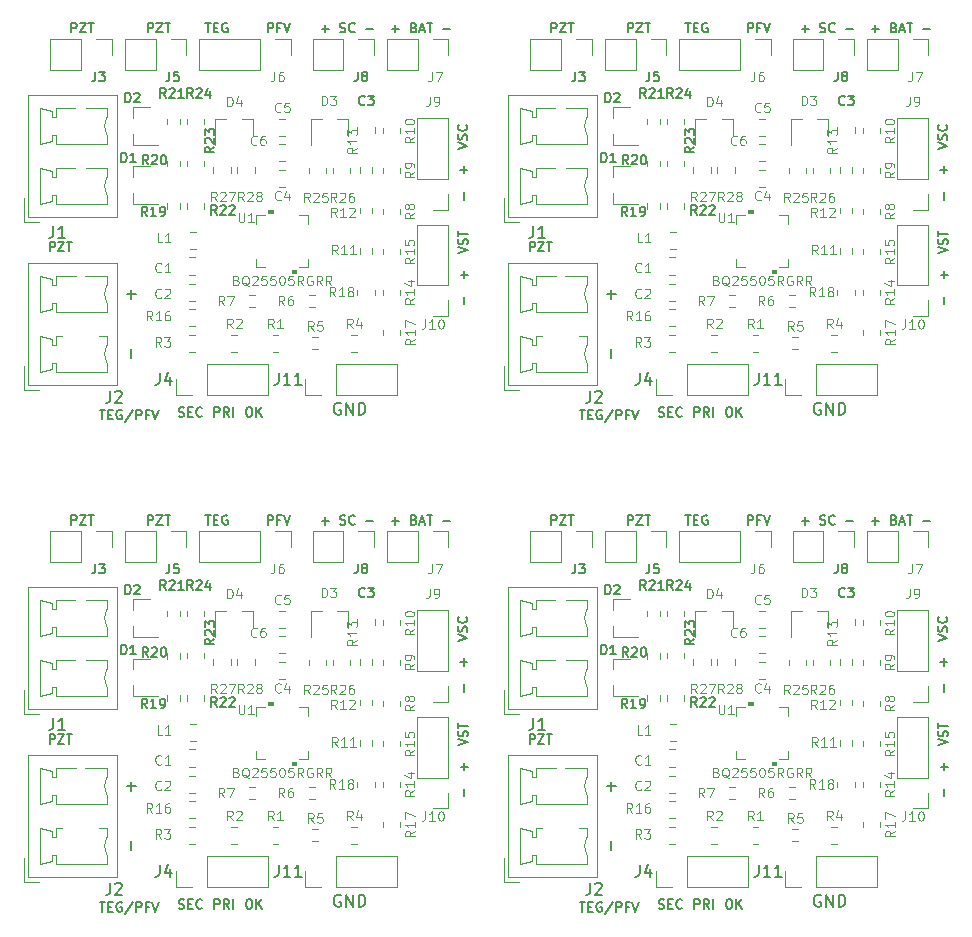
<source format=gto>
G04 #@! TF.GenerationSoftware,KiCad,Pcbnew,(5.1.10)-1*
G04 #@! TF.CreationDate,2021-08-11T14:43:18-03:00*
G04 #@! TF.ProjectId,BQ25505,42513235-3530-4352-9e6b-696361645f70,rev?*
G04 #@! TF.SameCoordinates,Original*
G04 #@! TF.FileFunction,Legend,Top*
G04 #@! TF.FilePolarity,Positive*
%FSLAX46Y46*%
G04 Gerber Fmt 4.6, Leading zero omitted, Abs format (unit mm)*
G04 Created by KiCad (PCBNEW (5.1.10)-1) date 2021-08-11 14:43:18*
%MOMM*%
%LPD*%
G01*
G04 APERTURE LIST*
%ADD10C,0.150000*%
%ADD11C,0.120000*%
%ADD12C,0.100000*%
%ADD13C,0.125000*%
%ADD14O,1.802000X1.802000*%
%ADD15C,0.610000*%
%ADD16C,3.102000*%
%ADD17O,3.102000X3.102000*%
G04 APERTURE END LIST*
D10*
X204781261Y-133461904D02*
X204781261Y-132661904D01*
X205086023Y-132661904D01*
X205162214Y-132700000D01*
X205200309Y-132738095D01*
X205238404Y-132814285D01*
X205238404Y-132928571D01*
X205200309Y-133004761D01*
X205162214Y-133042857D01*
X205086023Y-133080952D01*
X204781261Y-133080952D01*
X205505071Y-132661904D02*
X206038404Y-132661904D01*
X205505071Y-133461904D01*
X206038404Y-133461904D01*
X206228880Y-132661904D02*
X206686023Y-132661904D01*
X206457452Y-133461904D02*
X206457452Y-132661904D01*
X204781261Y-91801904D02*
X204781261Y-91001904D01*
X205086023Y-91001904D01*
X205162214Y-91040000D01*
X205200309Y-91078095D01*
X205238404Y-91154285D01*
X205238404Y-91268571D01*
X205200309Y-91344761D01*
X205162214Y-91382857D01*
X205086023Y-91420952D01*
X204781261Y-91420952D01*
X205505071Y-91001904D02*
X206038404Y-91001904D01*
X205505071Y-91801904D01*
X206038404Y-91801904D01*
X206228880Y-91001904D02*
X206686023Y-91001904D01*
X206457452Y-91801904D02*
X206457452Y-91001904D01*
X164141261Y-133461904D02*
X164141261Y-132661904D01*
X164446023Y-132661904D01*
X164522214Y-132700000D01*
X164560309Y-132738095D01*
X164598404Y-132814285D01*
X164598404Y-132928571D01*
X164560309Y-133004761D01*
X164522214Y-133042857D01*
X164446023Y-133080952D01*
X164141261Y-133080952D01*
X164865071Y-132661904D02*
X165398404Y-132661904D01*
X164865071Y-133461904D01*
X165398404Y-133461904D01*
X165588880Y-132661904D02*
X166046023Y-132661904D01*
X165817452Y-133461904D02*
X165817452Y-132661904D01*
X207391123Y-165961209D02*
X207505409Y-165999304D01*
X207695885Y-165999304D01*
X207772076Y-165961209D01*
X207810171Y-165923114D01*
X207848266Y-165846923D01*
X207848266Y-165770733D01*
X207810171Y-165694542D01*
X207772076Y-165656447D01*
X207695885Y-165618352D01*
X207543504Y-165580257D01*
X207467314Y-165542161D01*
X207429219Y-165504066D01*
X207391123Y-165427876D01*
X207391123Y-165351685D01*
X207429219Y-165275495D01*
X207467314Y-165237400D01*
X207543504Y-165199304D01*
X207733980Y-165199304D01*
X207848266Y-165237400D01*
X208191123Y-165580257D02*
X208457790Y-165580257D01*
X208572076Y-165999304D02*
X208191123Y-165999304D01*
X208191123Y-165199304D01*
X208572076Y-165199304D01*
X209372076Y-165923114D02*
X209333980Y-165961209D01*
X209219695Y-165999304D01*
X209143504Y-165999304D01*
X209029219Y-165961209D01*
X208953028Y-165885019D01*
X208914933Y-165808828D01*
X208876838Y-165656447D01*
X208876838Y-165542161D01*
X208914933Y-165389780D01*
X208953028Y-165313590D01*
X209029219Y-165237400D01*
X209143504Y-165199304D01*
X209219695Y-165199304D01*
X209333980Y-165237400D01*
X209372076Y-165275495D01*
X207391123Y-124301209D02*
X207505409Y-124339304D01*
X207695885Y-124339304D01*
X207772076Y-124301209D01*
X207810171Y-124263114D01*
X207848266Y-124186923D01*
X207848266Y-124110733D01*
X207810171Y-124034542D01*
X207772076Y-123996447D01*
X207695885Y-123958352D01*
X207543504Y-123920257D01*
X207467314Y-123882161D01*
X207429219Y-123844066D01*
X207391123Y-123767876D01*
X207391123Y-123691685D01*
X207429219Y-123615495D01*
X207467314Y-123577400D01*
X207543504Y-123539304D01*
X207733980Y-123539304D01*
X207848266Y-123577400D01*
X208191123Y-123920257D02*
X208457790Y-123920257D01*
X208572076Y-124339304D02*
X208191123Y-124339304D01*
X208191123Y-123539304D01*
X208572076Y-123539304D01*
X209372076Y-124263114D02*
X209333980Y-124301209D01*
X209219695Y-124339304D01*
X209143504Y-124339304D01*
X209029219Y-124301209D01*
X208953028Y-124225019D01*
X208914933Y-124148828D01*
X208876838Y-123996447D01*
X208876838Y-123882161D01*
X208914933Y-123729780D01*
X208953028Y-123653590D01*
X209029219Y-123577400D01*
X209143504Y-123539304D01*
X209219695Y-123539304D01*
X209333980Y-123577400D01*
X209372076Y-123615495D01*
X166751123Y-165961209D02*
X166865409Y-165999304D01*
X167055885Y-165999304D01*
X167132076Y-165961209D01*
X167170171Y-165923114D01*
X167208266Y-165846923D01*
X167208266Y-165770733D01*
X167170171Y-165694542D01*
X167132076Y-165656447D01*
X167055885Y-165618352D01*
X166903504Y-165580257D01*
X166827314Y-165542161D01*
X166789219Y-165504066D01*
X166751123Y-165427876D01*
X166751123Y-165351685D01*
X166789219Y-165275495D01*
X166827314Y-165237400D01*
X166903504Y-165199304D01*
X167093980Y-165199304D01*
X167208266Y-165237400D01*
X167551123Y-165580257D02*
X167817790Y-165580257D01*
X167932076Y-165999304D02*
X167551123Y-165999304D01*
X167551123Y-165199304D01*
X167932076Y-165199304D01*
X168732076Y-165923114D02*
X168693980Y-165961209D01*
X168579695Y-165999304D01*
X168503504Y-165999304D01*
X168389219Y-165961209D01*
X168313028Y-165885019D01*
X168274933Y-165808828D01*
X168236838Y-165656447D01*
X168236838Y-165542161D01*
X168274933Y-165389780D01*
X168313028Y-165313590D01*
X168389219Y-165237400D01*
X168503504Y-165199304D01*
X168579695Y-165199304D01*
X168693980Y-165237400D01*
X168732076Y-165275495D01*
X219488023Y-133157142D02*
X220097547Y-133157142D01*
X219792785Y-133461904D02*
X219792785Y-132852380D01*
X221049928Y-133423809D02*
X221164214Y-133461904D01*
X221354690Y-133461904D01*
X221430880Y-133423809D01*
X221468976Y-133385714D01*
X221507071Y-133309523D01*
X221507071Y-133233333D01*
X221468976Y-133157142D01*
X221430880Y-133119047D01*
X221354690Y-133080952D01*
X221202309Y-133042857D01*
X221126119Y-133004761D01*
X221088023Y-132966666D01*
X221049928Y-132890476D01*
X221049928Y-132814285D01*
X221088023Y-132738095D01*
X221126119Y-132700000D01*
X221202309Y-132661904D01*
X221392785Y-132661904D01*
X221507071Y-132700000D01*
X222307071Y-133385714D02*
X222268976Y-133423809D01*
X222154690Y-133461904D01*
X222078500Y-133461904D01*
X221964214Y-133423809D01*
X221888023Y-133347619D01*
X221849928Y-133271428D01*
X221811833Y-133119047D01*
X221811833Y-133004761D01*
X221849928Y-132852380D01*
X221888023Y-132776190D01*
X221964214Y-132700000D01*
X222078500Y-132661904D01*
X222154690Y-132661904D01*
X222268976Y-132700000D01*
X222307071Y-132738095D01*
X223259452Y-133157142D02*
X223868976Y-133157142D01*
X219488023Y-91497142D02*
X220097547Y-91497142D01*
X219792785Y-91801904D02*
X219792785Y-91192380D01*
X221049928Y-91763809D02*
X221164214Y-91801904D01*
X221354690Y-91801904D01*
X221430880Y-91763809D01*
X221468976Y-91725714D01*
X221507071Y-91649523D01*
X221507071Y-91573333D01*
X221468976Y-91497142D01*
X221430880Y-91459047D01*
X221354690Y-91420952D01*
X221202309Y-91382857D01*
X221126119Y-91344761D01*
X221088023Y-91306666D01*
X221049928Y-91230476D01*
X221049928Y-91154285D01*
X221088023Y-91078095D01*
X221126119Y-91040000D01*
X221202309Y-91001904D01*
X221392785Y-91001904D01*
X221507071Y-91040000D01*
X222307071Y-91725714D02*
X222268976Y-91763809D01*
X222154690Y-91801904D01*
X222078500Y-91801904D01*
X221964214Y-91763809D01*
X221888023Y-91687619D01*
X221849928Y-91611428D01*
X221811833Y-91459047D01*
X221811833Y-91344761D01*
X221849928Y-91192380D01*
X221888023Y-91116190D01*
X221964214Y-91040000D01*
X222078500Y-91001904D01*
X222154690Y-91001904D01*
X222268976Y-91040000D01*
X222307071Y-91078095D01*
X223259452Y-91497142D02*
X223868976Y-91497142D01*
X178848023Y-133157142D02*
X179457547Y-133157142D01*
X179152785Y-133461904D02*
X179152785Y-132852380D01*
X180409928Y-133423809D02*
X180524214Y-133461904D01*
X180714690Y-133461904D01*
X180790880Y-133423809D01*
X180828976Y-133385714D01*
X180867071Y-133309523D01*
X180867071Y-133233333D01*
X180828976Y-133157142D01*
X180790880Y-133119047D01*
X180714690Y-133080952D01*
X180562309Y-133042857D01*
X180486119Y-133004761D01*
X180448023Y-132966666D01*
X180409928Y-132890476D01*
X180409928Y-132814285D01*
X180448023Y-132738095D01*
X180486119Y-132700000D01*
X180562309Y-132661904D01*
X180752785Y-132661904D01*
X180867071Y-132700000D01*
X181667071Y-133385714D02*
X181628976Y-133423809D01*
X181514690Y-133461904D01*
X181438500Y-133461904D01*
X181324214Y-133423809D01*
X181248023Y-133347619D01*
X181209928Y-133271428D01*
X181171833Y-133119047D01*
X181171833Y-133004761D01*
X181209928Y-132852380D01*
X181248023Y-132776190D01*
X181324214Y-132700000D01*
X181438500Y-132661904D01*
X181514690Y-132661904D01*
X181628976Y-132700000D01*
X181667071Y-132738095D01*
X182619452Y-133157142D02*
X183228976Y-133157142D01*
X209633000Y-132661904D02*
X210090142Y-132661904D01*
X209861571Y-133461904D02*
X209861571Y-132661904D01*
X210356809Y-133042857D02*
X210623476Y-133042857D01*
X210737761Y-133461904D02*
X210356809Y-133461904D01*
X210356809Y-132661904D01*
X210737761Y-132661904D01*
X211499666Y-132700000D02*
X211423476Y-132661904D01*
X211309190Y-132661904D01*
X211194904Y-132700000D01*
X211118714Y-132776190D01*
X211080619Y-132852380D01*
X211042523Y-133004761D01*
X211042523Y-133119047D01*
X211080619Y-133271428D01*
X211118714Y-133347619D01*
X211194904Y-133423809D01*
X211309190Y-133461904D01*
X211385380Y-133461904D01*
X211499666Y-133423809D01*
X211537761Y-133385714D01*
X211537761Y-133119047D01*
X211385380Y-133119047D01*
X214928238Y-133461904D02*
X214928238Y-132661904D01*
X215233000Y-132661904D01*
X215309190Y-132700000D01*
X215347285Y-132738095D01*
X215385380Y-132814285D01*
X215385380Y-132928571D01*
X215347285Y-133004761D01*
X215309190Y-133042857D01*
X215233000Y-133080952D01*
X214928238Y-133080952D01*
X215994904Y-133042857D02*
X215728238Y-133042857D01*
X215728238Y-133461904D02*
X215728238Y-132661904D01*
X216109190Y-132661904D01*
X216299666Y-132661904D02*
X216566333Y-133461904D01*
X216833000Y-132661904D01*
X209633000Y-91001904D02*
X210090142Y-91001904D01*
X209861571Y-91801904D02*
X209861571Y-91001904D01*
X210356809Y-91382857D02*
X210623476Y-91382857D01*
X210737761Y-91801904D02*
X210356809Y-91801904D01*
X210356809Y-91001904D01*
X210737761Y-91001904D01*
X211499666Y-91040000D02*
X211423476Y-91001904D01*
X211309190Y-91001904D01*
X211194904Y-91040000D01*
X211118714Y-91116190D01*
X211080619Y-91192380D01*
X211042523Y-91344761D01*
X211042523Y-91459047D01*
X211080619Y-91611428D01*
X211118714Y-91687619D01*
X211194904Y-91763809D01*
X211309190Y-91801904D01*
X211385380Y-91801904D01*
X211499666Y-91763809D01*
X211537761Y-91725714D01*
X211537761Y-91459047D01*
X211385380Y-91459047D01*
X214928238Y-91801904D02*
X214928238Y-91001904D01*
X215233000Y-91001904D01*
X215309190Y-91040000D01*
X215347285Y-91078095D01*
X215385380Y-91154285D01*
X215385380Y-91268571D01*
X215347285Y-91344761D01*
X215309190Y-91382857D01*
X215233000Y-91420952D01*
X214928238Y-91420952D01*
X215994904Y-91382857D02*
X215728238Y-91382857D01*
X215728238Y-91801904D02*
X215728238Y-91001904D01*
X216109190Y-91001904D01*
X216299666Y-91001904D02*
X216566333Y-91801904D01*
X216833000Y-91001904D01*
X168993000Y-132661904D02*
X169450142Y-132661904D01*
X169221571Y-133461904D02*
X169221571Y-132661904D01*
X169716809Y-133042857D02*
X169983476Y-133042857D01*
X170097761Y-133461904D02*
X169716809Y-133461904D01*
X169716809Y-132661904D01*
X170097761Y-132661904D01*
X170859666Y-132700000D02*
X170783476Y-132661904D01*
X170669190Y-132661904D01*
X170554904Y-132700000D01*
X170478714Y-132776190D01*
X170440619Y-132852380D01*
X170402523Y-133004761D01*
X170402523Y-133119047D01*
X170440619Y-133271428D01*
X170478714Y-133347619D01*
X170554904Y-133423809D01*
X170669190Y-133461904D01*
X170745380Y-133461904D01*
X170859666Y-133423809D01*
X170897761Y-133385714D01*
X170897761Y-133119047D01*
X170745380Y-133119047D01*
X174288238Y-133461904D02*
X174288238Y-132661904D01*
X174593000Y-132661904D01*
X174669190Y-132700000D01*
X174707285Y-132738095D01*
X174745380Y-132814285D01*
X174745380Y-132928571D01*
X174707285Y-133004761D01*
X174669190Y-133042857D01*
X174593000Y-133080952D01*
X174288238Y-133080952D01*
X175354904Y-133042857D02*
X175088238Y-133042857D01*
X175088238Y-133461904D02*
X175088238Y-132661904D01*
X175469190Y-132661904D01*
X175659666Y-132661904D02*
X175926333Y-133461904D01*
X176193000Y-132661904D01*
X225444357Y-133157142D02*
X226053880Y-133157142D01*
X225749119Y-133461904D02*
X225749119Y-132852380D01*
X227311023Y-133042857D02*
X227425309Y-133080952D01*
X227463404Y-133119047D01*
X227501500Y-133195238D01*
X227501500Y-133309523D01*
X227463404Y-133385714D01*
X227425309Y-133423809D01*
X227349119Y-133461904D01*
X227044357Y-133461904D01*
X227044357Y-132661904D01*
X227311023Y-132661904D01*
X227387214Y-132700000D01*
X227425309Y-132738095D01*
X227463404Y-132814285D01*
X227463404Y-132890476D01*
X227425309Y-132966666D01*
X227387214Y-133004761D01*
X227311023Y-133042857D01*
X227044357Y-133042857D01*
X227806261Y-133233333D02*
X228187214Y-133233333D01*
X227730071Y-133461904D02*
X227996738Y-132661904D01*
X228263404Y-133461904D01*
X228415785Y-132661904D02*
X228872928Y-132661904D01*
X228644357Y-133461904D02*
X228644357Y-132661904D01*
X229749119Y-133157142D02*
X230358642Y-133157142D01*
X225444357Y-91497142D02*
X226053880Y-91497142D01*
X225749119Y-91801904D02*
X225749119Y-91192380D01*
X227311023Y-91382857D02*
X227425309Y-91420952D01*
X227463404Y-91459047D01*
X227501500Y-91535238D01*
X227501500Y-91649523D01*
X227463404Y-91725714D01*
X227425309Y-91763809D01*
X227349119Y-91801904D01*
X227044357Y-91801904D01*
X227044357Y-91001904D01*
X227311023Y-91001904D01*
X227387214Y-91040000D01*
X227425309Y-91078095D01*
X227463404Y-91154285D01*
X227463404Y-91230476D01*
X227425309Y-91306666D01*
X227387214Y-91344761D01*
X227311023Y-91382857D01*
X227044357Y-91382857D01*
X227806261Y-91573333D02*
X228187214Y-91573333D01*
X227730071Y-91801904D02*
X227996738Y-91001904D01*
X228263404Y-91801904D01*
X228415785Y-91001904D02*
X228872928Y-91001904D01*
X228644357Y-91801904D02*
X228644357Y-91001904D01*
X229749119Y-91497142D02*
X230358642Y-91497142D01*
X184804357Y-133157142D02*
X185413880Y-133157142D01*
X185109119Y-133461904D02*
X185109119Y-132852380D01*
X186671023Y-133042857D02*
X186785309Y-133080952D01*
X186823404Y-133119047D01*
X186861500Y-133195238D01*
X186861500Y-133309523D01*
X186823404Y-133385714D01*
X186785309Y-133423809D01*
X186709119Y-133461904D01*
X186404357Y-133461904D01*
X186404357Y-132661904D01*
X186671023Y-132661904D01*
X186747214Y-132700000D01*
X186785309Y-132738095D01*
X186823404Y-132814285D01*
X186823404Y-132890476D01*
X186785309Y-132966666D01*
X186747214Y-133004761D01*
X186671023Y-133042857D01*
X186404357Y-133042857D01*
X187166261Y-133233333D02*
X187547214Y-133233333D01*
X187090071Y-133461904D02*
X187356738Y-132661904D01*
X187623404Y-133461904D01*
X187775785Y-132661904D02*
X188232928Y-132661904D01*
X188004357Y-133461904D02*
X188004357Y-132661904D01*
X189109119Y-133157142D02*
X189718642Y-133157142D01*
X203373028Y-161049161D02*
X203373028Y-160287257D01*
X203373028Y-156001542D02*
X203373028Y-155239638D01*
X203753980Y-155620590D02*
X202992076Y-155620590D01*
X203373028Y-119389161D02*
X203373028Y-118627257D01*
X203373028Y-114341542D02*
X203373028Y-113579638D01*
X203753980Y-113960590D02*
X202992076Y-113960590D01*
X162733028Y-161049161D02*
X162733028Y-160287257D01*
X162733028Y-156001542D02*
X162733028Y-155239638D01*
X163113980Y-155620590D02*
X162352076Y-155620590D01*
X231514642Y-147609357D02*
X231514642Y-146999833D01*
X231514642Y-145399833D02*
X231514642Y-144790309D01*
X231819404Y-145095071D02*
X231209880Y-145095071D01*
X231019404Y-143304595D02*
X231819404Y-143037928D01*
X231019404Y-142771261D01*
X231781309Y-142542690D02*
X231819404Y-142428404D01*
X231819404Y-142237928D01*
X231781309Y-142161738D01*
X231743214Y-142123642D01*
X231667023Y-142085547D01*
X231590833Y-142085547D01*
X231514642Y-142123642D01*
X231476547Y-142161738D01*
X231438452Y-142237928D01*
X231400357Y-142390309D01*
X231362261Y-142466500D01*
X231324166Y-142504595D01*
X231247976Y-142542690D01*
X231171785Y-142542690D01*
X231095595Y-142504595D01*
X231057500Y-142466500D01*
X231019404Y-142390309D01*
X231019404Y-142199833D01*
X231057500Y-142085547D01*
X231743214Y-141285547D02*
X231781309Y-141323642D01*
X231819404Y-141437928D01*
X231819404Y-141514119D01*
X231781309Y-141628404D01*
X231705119Y-141704595D01*
X231628928Y-141742690D01*
X231476547Y-141780785D01*
X231362261Y-141780785D01*
X231209880Y-141742690D01*
X231133690Y-141704595D01*
X231057500Y-141628404D01*
X231019404Y-141514119D01*
X231019404Y-141437928D01*
X231057500Y-141323642D01*
X231095595Y-141285547D01*
X231514642Y-105949357D02*
X231514642Y-105339833D01*
X231514642Y-103739833D02*
X231514642Y-103130309D01*
X231819404Y-103435071D02*
X231209880Y-103435071D01*
X231019404Y-101644595D02*
X231819404Y-101377928D01*
X231019404Y-101111261D01*
X231781309Y-100882690D02*
X231819404Y-100768404D01*
X231819404Y-100577928D01*
X231781309Y-100501738D01*
X231743214Y-100463642D01*
X231667023Y-100425547D01*
X231590833Y-100425547D01*
X231514642Y-100463642D01*
X231476547Y-100501738D01*
X231438452Y-100577928D01*
X231400357Y-100730309D01*
X231362261Y-100806500D01*
X231324166Y-100844595D01*
X231247976Y-100882690D01*
X231171785Y-100882690D01*
X231095595Y-100844595D01*
X231057500Y-100806500D01*
X231019404Y-100730309D01*
X231019404Y-100539833D01*
X231057500Y-100425547D01*
X231743214Y-99625547D02*
X231781309Y-99663642D01*
X231819404Y-99777928D01*
X231819404Y-99854119D01*
X231781309Y-99968404D01*
X231705119Y-100044595D01*
X231628928Y-100082690D01*
X231476547Y-100120785D01*
X231362261Y-100120785D01*
X231209880Y-100082690D01*
X231133690Y-100044595D01*
X231057500Y-99968404D01*
X231019404Y-99854119D01*
X231019404Y-99777928D01*
X231057500Y-99663642D01*
X231095595Y-99625547D01*
X190874642Y-147609357D02*
X190874642Y-146999833D01*
X190874642Y-145399833D02*
X190874642Y-144790309D01*
X191179404Y-145095071D02*
X190569880Y-145095071D01*
X190379404Y-143304595D02*
X191179404Y-143037928D01*
X190379404Y-142771261D01*
X191141309Y-142542690D02*
X191179404Y-142428404D01*
X191179404Y-142237928D01*
X191141309Y-142161738D01*
X191103214Y-142123642D01*
X191027023Y-142085547D01*
X190950833Y-142085547D01*
X190874642Y-142123642D01*
X190836547Y-142161738D01*
X190798452Y-142237928D01*
X190760357Y-142390309D01*
X190722261Y-142466500D01*
X190684166Y-142504595D01*
X190607976Y-142542690D01*
X190531785Y-142542690D01*
X190455595Y-142504595D01*
X190417500Y-142466500D01*
X190379404Y-142390309D01*
X190379404Y-142199833D01*
X190417500Y-142085547D01*
X191103214Y-141285547D02*
X191141309Y-141323642D01*
X191179404Y-141437928D01*
X191179404Y-141514119D01*
X191141309Y-141628404D01*
X191065119Y-141704595D01*
X190988928Y-141742690D01*
X190836547Y-141780785D01*
X190722261Y-141780785D01*
X190569880Y-141742690D01*
X190493690Y-141704595D01*
X190417500Y-141628404D01*
X190379404Y-141514119D01*
X190379404Y-141437928D01*
X190417500Y-141323642D01*
X190455595Y-141285547D01*
X231578142Y-156467619D02*
X231578142Y-155858095D01*
X231578142Y-154258095D02*
X231578142Y-153648571D01*
X231882904Y-153953333D02*
X231273380Y-153953333D01*
X231082904Y-152162857D02*
X231882904Y-151896190D01*
X231082904Y-151629523D01*
X231844809Y-151400952D02*
X231882904Y-151286666D01*
X231882904Y-151096190D01*
X231844809Y-151020000D01*
X231806714Y-150981904D01*
X231730523Y-150943809D01*
X231654333Y-150943809D01*
X231578142Y-150981904D01*
X231540047Y-151020000D01*
X231501952Y-151096190D01*
X231463857Y-151248571D01*
X231425761Y-151324761D01*
X231387666Y-151362857D01*
X231311476Y-151400952D01*
X231235285Y-151400952D01*
X231159095Y-151362857D01*
X231121000Y-151324761D01*
X231082904Y-151248571D01*
X231082904Y-151058095D01*
X231121000Y-150943809D01*
X231082904Y-150715238D02*
X231082904Y-150258095D01*
X231882904Y-150486666D02*
X231082904Y-150486666D01*
X231578142Y-114807619D02*
X231578142Y-114198095D01*
X231578142Y-112598095D02*
X231578142Y-111988571D01*
X231882904Y-112293333D02*
X231273380Y-112293333D01*
X231082904Y-110502857D02*
X231882904Y-110236190D01*
X231082904Y-109969523D01*
X231844809Y-109740952D02*
X231882904Y-109626666D01*
X231882904Y-109436190D01*
X231844809Y-109360000D01*
X231806714Y-109321904D01*
X231730523Y-109283809D01*
X231654333Y-109283809D01*
X231578142Y-109321904D01*
X231540047Y-109360000D01*
X231501952Y-109436190D01*
X231463857Y-109588571D01*
X231425761Y-109664761D01*
X231387666Y-109702857D01*
X231311476Y-109740952D01*
X231235285Y-109740952D01*
X231159095Y-109702857D01*
X231121000Y-109664761D01*
X231082904Y-109588571D01*
X231082904Y-109398095D01*
X231121000Y-109283809D01*
X231082904Y-109055238D02*
X231082904Y-108598095D01*
X231882904Y-108826666D02*
X231082904Y-108826666D01*
X190938142Y-156467619D02*
X190938142Y-155858095D01*
X190938142Y-154258095D02*
X190938142Y-153648571D01*
X191242904Y-153953333D02*
X190633380Y-153953333D01*
X190442904Y-152162857D02*
X191242904Y-151896190D01*
X190442904Y-151629523D01*
X191204809Y-151400952D02*
X191242904Y-151286666D01*
X191242904Y-151096190D01*
X191204809Y-151020000D01*
X191166714Y-150981904D01*
X191090523Y-150943809D01*
X191014333Y-150943809D01*
X190938142Y-150981904D01*
X190900047Y-151020000D01*
X190861952Y-151096190D01*
X190823857Y-151248571D01*
X190785761Y-151324761D01*
X190747666Y-151362857D01*
X190671476Y-151400952D01*
X190595285Y-151400952D01*
X190519095Y-151362857D01*
X190481000Y-151324761D01*
X190442904Y-151248571D01*
X190442904Y-151058095D01*
X190481000Y-150943809D01*
X190442904Y-150715238D02*
X190442904Y-150258095D01*
X191242904Y-150486666D02*
X190442904Y-150486666D01*
X200704761Y-165427904D02*
X201161904Y-165427904D01*
X200933333Y-166227904D02*
X200933333Y-165427904D01*
X201428571Y-165808857D02*
X201695238Y-165808857D01*
X201809523Y-166227904D02*
X201428571Y-166227904D01*
X201428571Y-165427904D01*
X201809523Y-165427904D01*
X202571428Y-165466000D02*
X202495238Y-165427904D01*
X202380952Y-165427904D01*
X202266666Y-165466000D01*
X202190476Y-165542190D01*
X202152380Y-165618380D01*
X202114285Y-165770761D01*
X202114285Y-165885047D01*
X202152380Y-166037428D01*
X202190476Y-166113619D01*
X202266666Y-166189809D01*
X202380952Y-166227904D01*
X202457142Y-166227904D01*
X202571428Y-166189809D01*
X202609523Y-166151714D01*
X202609523Y-165885047D01*
X202457142Y-165885047D01*
X203523809Y-165389809D02*
X202838095Y-166418380D01*
X203790476Y-166227904D02*
X203790476Y-165427904D01*
X204095238Y-165427904D01*
X204171428Y-165466000D01*
X204209523Y-165504095D01*
X204247619Y-165580285D01*
X204247619Y-165694571D01*
X204209523Y-165770761D01*
X204171428Y-165808857D01*
X204095238Y-165846952D01*
X203790476Y-165846952D01*
X204857142Y-165808857D02*
X204590476Y-165808857D01*
X204590476Y-166227904D02*
X204590476Y-165427904D01*
X204971428Y-165427904D01*
X205161904Y-165427904D02*
X205428571Y-166227904D01*
X205695238Y-165427904D01*
X200704761Y-123767904D02*
X201161904Y-123767904D01*
X200933333Y-124567904D02*
X200933333Y-123767904D01*
X201428571Y-124148857D02*
X201695238Y-124148857D01*
X201809523Y-124567904D02*
X201428571Y-124567904D01*
X201428571Y-123767904D01*
X201809523Y-123767904D01*
X202571428Y-123806000D02*
X202495238Y-123767904D01*
X202380952Y-123767904D01*
X202266666Y-123806000D01*
X202190476Y-123882190D01*
X202152380Y-123958380D01*
X202114285Y-124110761D01*
X202114285Y-124225047D01*
X202152380Y-124377428D01*
X202190476Y-124453619D01*
X202266666Y-124529809D01*
X202380952Y-124567904D01*
X202457142Y-124567904D01*
X202571428Y-124529809D01*
X202609523Y-124491714D01*
X202609523Y-124225047D01*
X202457142Y-124225047D01*
X203523809Y-123729809D02*
X202838095Y-124758380D01*
X203790476Y-124567904D02*
X203790476Y-123767904D01*
X204095238Y-123767904D01*
X204171428Y-123806000D01*
X204209523Y-123844095D01*
X204247619Y-123920285D01*
X204247619Y-124034571D01*
X204209523Y-124110761D01*
X204171428Y-124148857D01*
X204095238Y-124186952D01*
X203790476Y-124186952D01*
X204857142Y-124148857D02*
X204590476Y-124148857D01*
X204590476Y-124567904D02*
X204590476Y-123767904D01*
X204971428Y-123767904D01*
X205161904Y-123767904D02*
X205428571Y-124567904D01*
X205695238Y-123767904D01*
X160064761Y-165427904D02*
X160521904Y-165427904D01*
X160293333Y-166227904D02*
X160293333Y-165427904D01*
X160788571Y-165808857D02*
X161055238Y-165808857D01*
X161169523Y-166227904D02*
X160788571Y-166227904D01*
X160788571Y-165427904D01*
X161169523Y-165427904D01*
X161931428Y-165466000D02*
X161855238Y-165427904D01*
X161740952Y-165427904D01*
X161626666Y-165466000D01*
X161550476Y-165542190D01*
X161512380Y-165618380D01*
X161474285Y-165770761D01*
X161474285Y-165885047D01*
X161512380Y-166037428D01*
X161550476Y-166113619D01*
X161626666Y-166189809D01*
X161740952Y-166227904D01*
X161817142Y-166227904D01*
X161931428Y-166189809D01*
X161969523Y-166151714D01*
X161969523Y-165885047D01*
X161817142Y-165885047D01*
X162883809Y-165389809D02*
X162198095Y-166418380D01*
X163150476Y-166227904D02*
X163150476Y-165427904D01*
X163455238Y-165427904D01*
X163531428Y-165466000D01*
X163569523Y-165504095D01*
X163607619Y-165580285D01*
X163607619Y-165694571D01*
X163569523Y-165770761D01*
X163531428Y-165808857D01*
X163455238Y-165846952D01*
X163150476Y-165846952D01*
X164217142Y-165808857D02*
X163950476Y-165808857D01*
X163950476Y-166227904D02*
X163950476Y-165427904D01*
X164331428Y-165427904D01*
X164521904Y-165427904D02*
X164788571Y-166227904D01*
X165055238Y-165427904D01*
X213290209Y-165199304D02*
X213442590Y-165199304D01*
X213518780Y-165237400D01*
X213594971Y-165313590D01*
X213633066Y-165465971D01*
X213633066Y-165732638D01*
X213594971Y-165885019D01*
X213518780Y-165961209D01*
X213442590Y-165999304D01*
X213290209Y-165999304D01*
X213214019Y-165961209D01*
X213137828Y-165885019D01*
X213099733Y-165732638D01*
X213099733Y-165465971D01*
X213137828Y-165313590D01*
X213214019Y-165237400D01*
X213290209Y-165199304D01*
X213975923Y-165999304D02*
X213975923Y-165199304D01*
X214433066Y-165999304D02*
X214090209Y-165542161D01*
X214433066Y-165199304D02*
X213975923Y-165656447D01*
X213290209Y-123539304D02*
X213442590Y-123539304D01*
X213518780Y-123577400D01*
X213594971Y-123653590D01*
X213633066Y-123805971D01*
X213633066Y-124072638D01*
X213594971Y-124225019D01*
X213518780Y-124301209D01*
X213442590Y-124339304D01*
X213290209Y-124339304D01*
X213214019Y-124301209D01*
X213137828Y-124225019D01*
X213099733Y-124072638D01*
X213099733Y-123805971D01*
X213137828Y-123653590D01*
X213214019Y-123577400D01*
X213290209Y-123539304D01*
X213975923Y-124339304D02*
X213975923Y-123539304D01*
X214433066Y-124339304D02*
X214090209Y-123882161D01*
X214433066Y-123539304D02*
X213975923Y-123996447D01*
X172650209Y-165199304D02*
X172802590Y-165199304D01*
X172878780Y-165237400D01*
X172954971Y-165313590D01*
X172993066Y-165465971D01*
X172993066Y-165732638D01*
X172954971Y-165885019D01*
X172878780Y-165961209D01*
X172802590Y-165999304D01*
X172650209Y-165999304D01*
X172574019Y-165961209D01*
X172497828Y-165885019D01*
X172459733Y-165732638D01*
X172459733Y-165465971D01*
X172497828Y-165313590D01*
X172574019Y-165237400D01*
X172650209Y-165199304D01*
X173335923Y-165999304D02*
X173335923Y-165199304D01*
X173793066Y-165999304D02*
X173450209Y-165542161D01*
X173793066Y-165199304D02*
X173335923Y-165656447D01*
X196462761Y-152003904D02*
X196462761Y-151203904D01*
X196767523Y-151203904D01*
X196843714Y-151242000D01*
X196881809Y-151280095D01*
X196919904Y-151356285D01*
X196919904Y-151470571D01*
X196881809Y-151546761D01*
X196843714Y-151584857D01*
X196767523Y-151622952D01*
X196462761Y-151622952D01*
X197186571Y-151203904D02*
X197719904Y-151203904D01*
X197186571Y-152003904D01*
X197719904Y-152003904D01*
X197910380Y-151203904D02*
X198367523Y-151203904D01*
X198138952Y-152003904D02*
X198138952Y-151203904D01*
X196462761Y-110343904D02*
X196462761Y-109543904D01*
X196767523Y-109543904D01*
X196843714Y-109582000D01*
X196881809Y-109620095D01*
X196919904Y-109696285D01*
X196919904Y-109810571D01*
X196881809Y-109886761D01*
X196843714Y-109924857D01*
X196767523Y-109962952D01*
X196462761Y-109962952D01*
X197186571Y-109543904D02*
X197719904Y-109543904D01*
X197186571Y-110343904D01*
X197719904Y-110343904D01*
X197910380Y-109543904D02*
X198367523Y-109543904D01*
X198138952Y-110343904D02*
X198138952Y-109543904D01*
X155822761Y-152003904D02*
X155822761Y-151203904D01*
X156127523Y-151203904D01*
X156203714Y-151242000D01*
X156241809Y-151280095D01*
X156279904Y-151356285D01*
X156279904Y-151470571D01*
X156241809Y-151546761D01*
X156203714Y-151584857D01*
X156127523Y-151622952D01*
X155822761Y-151622952D01*
X156546571Y-151203904D02*
X157079904Y-151203904D01*
X156546571Y-152003904D01*
X157079904Y-152003904D01*
X157270380Y-151203904D02*
X157727523Y-151203904D01*
X157498952Y-152003904D02*
X157498952Y-151203904D01*
X210401000Y-165999304D02*
X210401000Y-165199304D01*
X210705761Y-165199304D01*
X210781952Y-165237400D01*
X210820047Y-165275495D01*
X210858142Y-165351685D01*
X210858142Y-165465971D01*
X210820047Y-165542161D01*
X210781952Y-165580257D01*
X210705761Y-165618352D01*
X210401000Y-165618352D01*
X211658142Y-165999304D02*
X211391476Y-165618352D01*
X211201000Y-165999304D02*
X211201000Y-165199304D01*
X211505761Y-165199304D01*
X211581952Y-165237400D01*
X211620047Y-165275495D01*
X211658142Y-165351685D01*
X211658142Y-165465971D01*
X211620047Y-165542161D01*
X211581952Y-165580257D01*
X211505761Y-165618352D01*
X211201000Y-165618352D01*
X212001000Y-165999304D02*
X212001000Y-165199304D01*
X210401000Y-124339304D02*
X210401000Y-123539304D01*
X210705761Y-123539304D01*
X210781952Y-123577400D01*
X210820047Y-123615495D01*
X210858142Y-123691685D01*
X210858142Y-123805971D01*
X210820047Y-123882161D01*
X210781952Y-123920257D01*
X210705761Y-123958352D01*
X210401000Y-123958352D01*
X211658142Y-124339304D02*
X211391476Y-123958352D01*
X211201000Y-124339304D02*
X211201000Y-123539304D01*
X211505761Y-123539304D01*
X211581952Y-123577400D01*
X211620047Y-123615495D01*
X211658142Y-123691685D01*
X211658142Y-123805971D01*
X211620047Y-123882161D01*
X211581952Y-123920257D01*
X211505761Y-123958352D01*
X211201000Y-123958352D01*
X212001000Y-124339304D02*
X212001000Y-123539304D01*
X169761000Y-165999304D02*
X169761000Y-165199304D01*
X170065761Y-165199304D01*
X170141952Y-165237400D01*
X170180047Y-165275495D01*
X170218142Y-165351685D01*
X170218142Y-165465971D01*
X170180047Y-165542161D01*
X170141952Y-165580257D01*
X170065761Y-165618352D01*
X169761000Y-165618352D01*
X171018142Y-165999304D02*
X170751476Y-165618352D01*
X170561000Y-165999304D02*
X170561000Y-165199304D01*
X170865761Y-165199304D01*
X170941952Y-165237400D01*
X170980047Y-165275495D01*
X171018142Y-165351685D01*
X171018142Y-165465971D01*
X170980047Y-165542161D01*
X170941952Y-165580257D01*
X170865761Y-165618352D01*
X170561000Y-165618352D01*
X171361000Y-165999304D02*
X171361000Y-165199304D01*
X198304261Y-133461904D02*
X198304261Y-132661904D01*
X198609023Y-132661904D01*
X198685214Y-132700000D01*
X198723309Y-132738095D01*
X198761404Y-132814285D01*
X198761404Y-132928571D01*
X198723309Y-133004761D01*
X198685214Y-133042857D01*
X198609023Y-133080952D01*
X198304261Y-133080952D01*
X199028071Y-132661904D02*
X199561404Y-132661904D01*
X199028071Y-133461904D01*
X199561404Y-133461904D01*
X199751880Y-132661904D02*
X200209023Y-132661904D01*
X199980452Y-133461904D02*
X199980452Y-132661904D01*
X198304261Y-91801904D02*
X198304261Y-91001904D01*
X198609023Y-91001904D01*
X198685214Y-91040000D01*
X198723309Y-91078095D01*
X198761404Y-91154285D01*
X198761404Y-91268571D01*
X198723309Y-91344761D01*
X198685214Y-91382857D01*
X198609023Y-91420952D01*
X198304261Y-91420952D01*
X199028071Y-91001904D02*
X199561404Y-91001904D01*
X199028071Y-91801904D01*
X199561404Y-91801904D01*
X199751880Y-91001904D02*
X200209023Y-91001904D01*
X199980452Y-91801904D02*
X199980452Y-91001904D01*
X157664261Y-133461904D02*
X157664261Y-132661904D01*
X157969023Y-132661904D01*
X158045214Y-132700000D01*
X158083309Y-132738095D01*
X158121404Y-132814285D01*
X158121404Y-132928571D01*
X158083309Y-133004761D01*
X158045214Y-133042857D01*
X157969023Y-133080952D01*
X157664261Y-133080952D01*
X158388071Y-132661904D02*
X158921404Y-132661904D01*
X158388071Y-133461904D01*
X158921404Y-133461904D01*
X159111880Y-132661904D02*
X159569023Y-132661904D01*
X159340452Y-133461904D02*
X159340452Y-132661904D01*
X221107095Y-164858000D02*
X221011857Y-164810380D01*
X220869000Y-164810380D01*
X220726142Y-164858000D01*
X220630904Y-164953238D01*
X220583285Y-165048476D01*
X220535666Y-165238952D01*
X220535666Y-165381809D01*
X220583285Y-165572285D01*
X220630904Y-165667523D01*
X220726142Y-165762761D01*
X220869000Y-165810380D01*
X220964238Y-165810380D01*
X221107095Y-165762761D01*
X221154714Y-165715142D01*
X221154714Y-165381809D01*
X220964238Y-165381809D01*
X221583285Y-165810380D02*
X221583285Y-164810380D01*
X222154714Y-165810380D01*
X222154714Y-164810380D01*
X222630904Y-165810380D02*
X222630904Y-164810380D01*
X222869000Y-164810380D01*
X223011857Y-164858000D01*
X223107095Y-164953238D01*
X223154714Y-165048476D01*
X223202333Y-165238952D01*
X223202333Y-165381809D01*
X223154714Y-165572285D01*
X223107095Y-165667523D01*
X223011857Y-165762761D01*
X222869000Y-165810380D01*
X222630904Y-165810380D01*
X221107095Y-123198000D02*
X221011857Y-123150380D01*
X220869000Y-123150380D01*
X220726142Y-123198000D01*
X220630904Y-123293238D01*
X220583285Y-123388476D01*
X220535666Y-123578952D01*
X220535666Y-123721809D01*
X220583285Y-123912285D01*
X220630904Y-124007523D01*
X220726142Y-124102761D01*
X220869000Y-124150380D01*
X220964238Y-124150380D01*
X221107095Y-124102761D01*
X221154714Y-124055142D01*
X221154714Y-123721809D01*
X220964238Y-123721809D01*
X221583285Y-124150380D02*
X221583285Y-123150380D01*
X222154714Y-124150380D01*
X222154714Y-123150380D01*
X222630904Y-124150380D02*
X222630904Y-123150380D01*
X222869000Y-123150380D01*
X223011857Y-123198000D01*
X223107095Y-123293238D01*
X223154714Y-123388476D01*
X223202333Y-123578952D01*
X223202333Y-123721809D01*
X223154714Y-123912285D01*
X223107095Y-124007523D01*
X223011857Y-124102761D01*
X222869000Y-124150380D01*
X222630904Y-124150380D01*
X180467095Y-164858000D02*
X180371857Y-164810380D01*
X180229000Y-164810380D01*
X180086142Y-164858000D01*
X179990904Y-164953238D01*
X179943285Y-165048476D01*
X179895666Y-165238952D01*
X179895666Y-165381809D01*
X179943285Y-165572285D01*
X179990904Y-165667523D01*
X180086142Y-165762761D01*
X180229000Y-165810380D01*
X180324238Y-165810380D01*
X180467095Y-165762761D01*
X180514714Y-165715142D01*
X180514714Y-165381809D01*
X180324238Y-165381809D01*
X180943285Y-165810380D02*
X180943285Y-164810380D01*
X181514714Y-165810380D01*
X181514714Y-164810380D01*
X181990904Y-165810380D02*
X181990904Y-164810380D01*
X182229000Y-164810380D01*
X182371857Y-164858000D01*
X182467095Y-164953238D01*
X182514714Y-165048476D01*
X182562333Y-165238952D01*
X182562333Y-165381809D01*
X182514714Y-165572285D01*
X182467095Y-165667523D01*
X182371857Y-165762761D01*
X182229000Y-165810380D01*
X181990904Y-165810380D01*
X180467095Y-123198000D02*
X180371857Y-123150380D01*
X180229000Y-123150380D01*
X180086142Y-123198000D01*
X179990904Y-123293238D01*
X179943285Y-123388476D01*
X179895666Y-123578952D01*
X179895666Y-123721809D01*
X179943285Y-123912285D01*
X179990904Y-124007523D01*
X180086142Y-124102761D01*
X180229000Y-124150380D01*
X180324238Y-124150380D01*
X180467095Y-124102761D01*
X180514714Y-124055142D01*
X180514714Y-123721809D01*
X180324238Y-123721809D01*
X180943285Y-124150380D02*
X180943285Y-123150380D01*
X181514714Y-124150380D01*
X181514714Y-123150380D01*
X181990904Y-124150380D02*
X181990904Y-123150380D01*
X182229000Y-123150380D01*
X182371857Y-123198000D01*
X182467095Y-123293238D01*
X182514714Y-123388476D01*
X182562333Y-123578952D01*
X182562333Y-123721809D01*
X182514714Y-123912285D01*
X182467095Y-124007523D01*
X182371857Y-124102761D01*
X182229000Y-124150380D01*
X181990904Y-124150380D01*
X162733028Y-119389161D02*
X162733028Y-118627257D01*
X162733028Y-114341542D02*
X162733028Y-113579638D01*
X163113980Y-113960590D02*
X162352076Y-113960590D01*
X155822761Y-110343904D02*
X155822761Y-109543904D01*
X156127523Y-109543904D01*
X156203714Y-109582000D01*
X156241809Y-109620095D01*
X156279904Y-109696285D01*
X156279904Y-109810571D01*
X156241809Y-109886761D01*
X156203714Y-109924857D01*
X156127523Y-109962952D01*
X155822761Y-109962952D01*
X156546571Y-109543904D02*
X157079904Y-109543904D01*
X156546571Y-110343904D01*
X157079904Y-110343904D01*
X157270380Y-109543904D02*
X157727523Y-109543904D01*
X157498952Y-110343904D02*
X157498952Y-109543904D01*
X160064761Y-123767904D02*
X160521904Y-123767904D01*
X160293333Y-124567904D02*
X160293333Y-123767904D01*
X160788571Y-124148857D02*
X161055238Y-124148857D01*
X161169523Y-124567904D02*
X160788571Y-124567904D01*
X160788571Y-123767904D01*
X161169523Y-123767904D01*
X161931428Y-123806000D02*
X161855238Y-123767904D01*
X161740952Y-123767904D01*
X161626666Y-123806000D01*
X161550476Y-123882190D01*
X161512380Y-123958380D01*
X161474285Y-124110761D01*
X161474285Y-124225047D01*
X161512380Y-124377428D01*
X161550476Y-124453619D01*
X161626666Y-124529809D01*
X161740952Y-124567904D01*
X161817142Y-124567904D01*
X161931428Y-124529809D01*
X161969523Y-124491714D01*
X161969523Y-124225047D01*
X161817142Y-124225047D01*
X162883809Y-123729809D02*
X162198095Y-124758380D01*
X163150476Y-124567904D02*
X163150476Y-123767904D01*
X163455238Y-123767904D01*
X163531428Y-123806000D01*
X163569523Y-123844095D01*
X163607619Y-123920285D01*
X163607619Y-124034571D01*
X163569523Y-124110761D01*
X163531428Y-124148857D01*
X163455238Y-124186952D01*
X163150476Y-124186952D01*
X164217142Y-124148857D02*
X163950476Y-124148857D01*
X163950476Y-124567904D02*
X163950476Y-123767904D01*
X164331428Y-123767904D01*
X164521904Y-123767904D02*
X164788571Y-124567904D01*
X165055238Y-123767904D01*
X184804357Y-91497142D02*
X185413880Y-91497142D01*
X185109119Y-91801904D02*
X185109119Y-91192380D01*
X186671023Y-91382857D02*
X186785309Y-91420952D01*
X186823404Y-91459047D01*
X186861500Y-91535238D01*
X186861500Y-91649523D01*
X186823404Y-91725714D01*
X186785309Y-91763809D01*
X186709119Y-91801904D01*
X186404357Y-91801904D01*
X186404357Y-91001904D01*
X186671023Y-91001904D01*
X186747214Y-91040000D01*
X186785309Y-91078095D01*
X186823404Y-91154285D01*
X186823404Y-91230476D01*
X186785309Y-91306666D01*
X186747214Y-91344761D01*
X186671023Y-91382857D01*
X186404357Y-91382857D01*
X187166261Y-91573333D02*
X187547214Y-91573333D01*
X187090071Y-91801904D02*
X187356738Y-91001904D01*
X187623404Y-91801904D01*
X187775785Y-91001904D02*
X188232928Y-91001904D01*
X188004357Y-91801904D02*
X188004357Y-91001904D01*
X189109119Y-91497142D02*
X189718642Y-91497142D01*
X178848023Y-91497142D02*
X179457547Y-91497142D01*
X179152785Y-91801904D02*
X179152785Y-91192380D01*
X180409928Y-91763809D02*
X180524214Y-91801904D01*
X180714690Y-91801904D01*
X180790880Y-91763809D01*
X180828976Y-91725714D01*
X180867071Y-91649523D01*
X180867071Y-91573333D01*
X180828976Y-91497142D01*
X180790880Y-91459047D01*
X180714690Y-91420952D01*
X180562309Y-91382857D01*
X180486119Y-91344761D01*
X180448023Y-91306666D01*
X180409928Y-91230476D01*
X180409928Y-91154285D01*
X180448023Y-91078095D01*
X180486119Y-91040000D01*
X180562309Y-91001904D01*
X180752785Y-91001904D01*
X180867071Y-91040000D01*
X181667071Y-91725714D02*
X181628976Y-91763809D01*
X181514690Y-91801904D01*
X181438500Y-91801904D01*
X181324214Y-91763809D01*
X181248023Y-91687619D01*
X181209928Y-91611428D01*
X181171833Y-91459047D01*
X181171833Y-91344761D01*
X181209928Y-91192380D01*
X181248023Y-91116190D01*
X181324214Y-91040000D01*
X181438500Y-91001904D01*
X181514690Y-91001904D01*
X181628976Y-91040000D01*
X181667071Y-91078095D01*
X182619452Y-91497142D02*
X183228976Y-91497142D01*
X168993000Y-91001904D02*
X169450142Y-91001904D01*
X169221571Y-91801904D02*
X169221571Y-91001904D01*
X169716809Y-91382857D02*
X169983476Y-91382857D01*
X170097761Y-91801904D02*
X169716809Y-91801904D01*
X169716809Y-91001904D01*
X170097761Y-91001904D01*
X170859666Y-91040000D02*
X170783476Y-91001904D01*
X170669190Y-91001904D01*
X170554904Y-91040000D01*
X170478714Y-91116190D01*
X170440619Y-91192380D01*
X170402523Y-91344761D01*
X170402523Y-91459047D01*
X170440619Y-91611428D01*
X170478714Y-91687619D01*
X170554904Y-91763809D01*
X170669190Y-91801904D01*
X170745380Y-91801904D01*
X170859666Y-91763809D01*
X170897761Y-91725714D01*
X170897761Y-91459047D01*
X170745380Y-91459047D01*
X174288238Y-91801904D02*
X174288238Y-91001904D01*
X174593000Y-91001904D01*
X174669190Y-91040000D01*
X174707285Y-91078095D01*
X174745380Y-91154285D01*
X174745380Y-91268571D01*
X174707285Y-91344761D01*
X174669190Y-91382857D01*
X174593000Y-91420952D01*
X174288238Y-91420952D01*
X175354904Y-91382857D02*
X175088238Y-91382857D01*
X175088238Y-91801904D02*
X175088238Y-91001904D01*
X175469190Y-91001904D01*
X175659666Y-91001904D02*
X175926333Y-91801904D01*
X176193000Y-91001904D01*
X164141261Y-91801904D02*
X164141261Y-91001904D01*
X164446023Y-91001904D01*
X164522214Y-91040000D01*
X164560309Y-91078095D01*
X164598404Y-91154285D01*
X164598404Y-91268571D01*
X164560309Y-91344761D01*
X164522214Y-91382857D01*
X164446023Y-91420952D01*
X164141261Y-91420952D01*
X164865071Y-91001904D02*
X165398404Y-91001904D01*
X164865071Y-91801904D01*
X165398404Y-91801904D01*
X165588880Y-91001904D02*
X166046023Y-91001904D01*
X165817452Y-91801904D02*
X165817452Y-91001904D01*
X157664261Y-91801904D02*
X157664261Y-91001904D01*
X157969023Y-91001904D01*
X158045214Y-91040000D01*
X158083309Y-91078095D01*
X158121404Y-91154285D01*
X158121404Y-91268571D01*
X158083309Y-91344761D01*
X158045214Y-91382857D01*
X157969023Y-91420952D01*
X157664261Y-91420952D01*
X158388071Y-91001904D02*
X158921404Y-91001904D01*
X158388071Y-91801904D01*
X158921404Y-91801904D01*
X159111880Y-91001904D02*
X159569023Y-91001904D01*
X159340452Y-91801904D02*
X159340452Y-91001904D01*
X190874642Y-105949357D02*
X190874642Y-105339833D01*
X190874642Y-103739833D02*
X190874642Y-103130309D01*
X191179404Y-103435071D02*
X190569880Y-103435071D01*
X190379404Y-101644595D02*
X191179404Y-101377928D01*
X190379404Y-101111261D01*
X191141309Y-100882690D02*
X191179404Y-100768404D01*
X191179404Y-100577928D01*
X191141309Y-100501738D01*
X191103214Y-100463642D01*
X191027023Y-100425547D01*
X190950833Y-100425547D01*
X190874642Y-100463642D01*
X190836547Y-100501738D01*
X190798452Y-100577928D01*
X190760357Y-100730309D01*
X190722261Y-100806500D01*
X190684166Y-100844595D01*
X190607976Y-100882690D01*
X190531785Y-100882690D01*
X190455595Y-100844595D01*
X190417500Y-100806500D01*
X190379404Y-100730309D01*
X190379404Y-100539833D01*
X190417500Y-100425547D01*
X191103214Y-99625547D02*
X191141309Y-99663642D01*
X191179404Y-99777928D01*
X191179404Y-99854119D01*
X191141309Y-99968404D01*
X191065119Y-100044595D01*
X190988928Y-100082690D01*
X190836547Y-100120785D01*
X190722261Y-100120785D01*
X190569880Y-100082690D01*
X190493690Y-100044595D01*
X190417500Y-99968404D01*
X190379404Y-99854119D01*
X190379404Y-99777928D01*
X190417500Y-99663642D01*
X190455595Y-99625547D01*
X190938142Y-114807619D02*
X190938142Y-114198095D01*
X190938142Y-112598095D02*
X190938142Y-111988571D01*
X191242904Y-112293333D02*
X190633380Y-112293333D01*
X190442904Y-110502857D02*
X191242904Y-110236190D01*
X190442904Y-109969523D01*
X191204809Y-109740952D02*
X191242904Y-109626666D01*
X191242904Y-109436190D01*
X191204809Y-109360000D01*
X191166714Y-109321904D01*
X191090523Y-109283809D01*
X191014333Y-109283809D01*
X190938142Y-109321904D01*
X190900047Y-109360000D01*
X190861952Y-109436190D01*
X190823857Y-109588571D01*
X190785761Y-109664761D01*
X190747666Y-109702857D01*
X190671476Y-109740952D01*
X190595285Y-109740952D01*
X190519095Y-109702857D01*
X190481000Y-109664761D01*
X190442904Y-109588571D01*
X190442904Y-109398095D01*
X190481000Y-109283809D01*
X190442904Y-109055238D02*
X190442904Y-108598095D01*
X191242904Y-108826666D02*
X190442904Y-108826666D01*
X172650209Y-123539304D02*
X172802590Y-123539304D01*
X172878780Y-123577400D01*
X172954971Y-123653590D01*
X172993066Y-123805971D01*
X172993066Y-124072638D01*
X172954971Y-124225019D01*
X172878780Y-124301209D01*
X172802590Y-124339304D01*
X172650209Y-124339304D01*
X172574019Y-124301209D01*
X172497828Y-124225019D01*
X172459733Y-124072638D01*
X172459733Y-123805971D01*
X172497828Y-123653590D01*
X172574019Y-123577400D01*
X172650209Y-123539304D01*
X173335923Y-124339304D02*
X173335923Y-123539304D01*
X173793066Y-124339304D02*
X173450209Y-123882161D01*
X173793066Y-123539304D02*
X173335923Y-123996447D01*
X169761000Y-124339304D02*
X169761000Y-123539304D01*
X170065761Y-123539304D01*
X170141952Y-123577400D01*
X170180047Y-123615495D01*
X170218142Y-123691685D01*
X170218142Y-123805971D01*
X170180047Y-123882161D01*
X170141952Y-123920257D01*
X170065761Y-123958352D01*
X169761000Y-123958352D01*
X171018142Y-124339304D02*
X170751476Y-123958352D01*
X170561000Y-124339304D02*
X170561000Y-123539304D01*
X170865761Y-123539304D01*
X170941952Y-123577400D01*
X170980047Y-123615495D01*
X171018142Y-123691685D01*
X171018142Y-123805971D01*
X170980047Y-123882161D01*
X170941952Y-123920257D01*
X170865761Y-123958352D01*
X170561000Y-123958352D01*
X171361000Y-124339304D02*
X171361000Y-123539304D01*
X166751123Y-124301209D02*
X166865409Y-124339304D01*
X167055885Y-124339304D01*
X167132076Y-124301209D01*
X167170171Y-124263114D01*
X167208266Y-124186923D01*
X167208266Y-124110733D01*
X167170171Y-124034542D01*
X167132076Y-123996447D01*
X167055885Y-123958352D01*
X166903504Y-123920257D01*
X166827314Y-123882161D01*
X166789219Y-123844066D01*
X166751123Y-123767876D01*
X166751123Y-123691685D01*
X166789219Y-123615495D01*
X166827314Y-123577400D01*
X166903504Y-123539304D01*
X167093980Y-123539304D01*
X167208266Y-123577400D01*
X167551123Y-123920257D02*
X167817790Y-123920257D01*
X167932076Y-124339304D02*
X167551123Y-124339304D01*
X167551123Y-123539304D01*
X167932076Y-123539304D01*
X168732076Y-124263114D02*
X168693980Y-124301209D01*
X168579695Y-124339304D01*
X168503504Y-124339304D01*
X168389219Y-124301209D01*
X168313028Y-124225019D01*
X168274933Y-124148828D01*
X168236838Y-123996447D01*
X168236838Y-123882161D01*
X168274933Y-123729780D01*
X168313028Y-123653590D01*
X168389219Y-123577400D01*
X168503504Y-123539304D01*
X168579695Y-123539304D01*
X168693980Y-123577400D01*
X168732076Y-123615495D01*
D11*
X213376742Y-156736500D02*
X213851258Y-156736500D01*
X213376742Y-155691500D02*
X213851258Y-155691500D01*
X213376742Y-115076500D02*
X213851258Y-115076500D01*
X213376742Y-114031500D02*
X213851258Y-114031500D01*
X172736742Y-156736500D02*
X173211258Y-156736500D01*
X172736742Y-155691500D02*
X173211258Y-155691500D01*
X222730800Y-151709542D02*
X222730800Y-152184058D01*
X223775800Y-151709542D02*
X223775800Y-152184058D01*
X222730800Y-110049542D02*
X222730800Y-110524058D01*
X223775800Y-110049542D02*
X223775800Y-110524058D01*
X182090800Y-151709542D02*
X182090800Y-152184058D01*
X183135800Y-151709542D02*
X183135800Y-152184058D01*
X218456742Y-156736500D02*
X218931258Y-156736500D01*
X218456742Y-155691500D02*
X218931258Y-155691500D01*
X218456742Y-115076500D02*
X218931258Y-115076500D01*
X218456742Y-114031500D02*
X218931258Y-114031500D01*
X177816742Y-156736500D02*
X178291258Y-156736500D01*
X177816742Y-155691500D02*
X178291258Y-155691500D01*
X208336248Y-150360500D02*
X208858752Y-150360500D01*
X208336248Y-151780500D02*
X208858752Y-151780500D01*
X208336248Y-108700500D02*
X208858752Y-108700500D01*
X208336248Y-110120500D02*
X208858752Y-110120500D01*
X167696248Y-150360500D02*
X168218752Y-150360500D01*
X167696248Y-151780500D02*
X168218752Y-151780500D01*
X215892748Y-146535000D02*
X216415252Y-146535000D01*
X215892748Y-145065000D02*
X216415252Y-145065000D01*
X215892748Y-104875000D02*
X216415252Y-104875000D01*
X215892748Y-103405000D02*
X216415252Y-103405000D01*
X175252748Y-146535000D02*
X175775252Y-146535000D01*
X175252748Y-145065000D02*
X175775252Y-145065000D01*
X215892748Y-142217000D02*
X216415252Y-142217000D01*
X215892748Y-140747000D02*
X216415252Y-140747000D01*
X215892748Y-100557000D02*
X216415252Y-100557000D01*
X215892748Y-99087000D02*
X216415252Y-99087000D01*
X175252748Y-142217000D02*
X175775252Y-142217000D01*
X175252748Y-140747000D02*
X175775252Y-140747000D01*
X215892748Y-144376000D02*
X216415252Y-144376000D01*
X215892748Y-142906000D02*
X216415252Y-142906000D01*
X215892748Y-102716000D02*
X216415252Y-102716000D01*
X215892748Y-101246000D02*
X216415252Y-101246000D01*
X175252748Y-144376000D02*
X175775252Y-144376000D01*
X175252748Y-142906000D02*
X175775252Y-142906000D01*
X208795252Y-156187000D02*
X208272748Y-156187000D01*
X208795252Y-154717000D02*
X208272748Y-154717000D01*
X208795252Y-114527000D02*
X208272748Y-114527000D01*
X208795252Y-113057000D02*
X208272748Y-113057000D01*
X168155252Y-156187000D02*
X167632748Y-156187000D01*
X168155252Y-154717000D02*
X167632748Y-154717000D01*
X208795252Y-153964500D02*
X208272748Y-153964500D01*
X208795252Y-152494500D02*
X208272748Y-152494500D01*
X208795252Y-112304500D02*
X208272748Y-112304500D01*
X208795252Y-110834500D02*
X208272748Y-110834500D01*
X168155252Y-153964500D02*
X167632748Y-153964500D01*
X168155252Y-152494500D02*
X167632748Y-152494500D01*
X222730800Y-148280542D02*
X222730800Y-148755058D01*
X223775800Y-148280542D02*
X223775800Y-148755058D01*
X222730800Y-106620542D02*
X222730800Y-107095058D01*
X223775800Y-106620542D02*
X223775800Y-107095058D01*
X182090800Y-148280542D02*
X182090800Y-148755058D01*
X183135800Y-148280542D02*
X183135800Y-148755058D01*
X226160000Y-158653936D02*
X226160000Y-159108064D01*
X224690000Y-158653936D02*
X224690000Y-159108064D01*
X226160000Y-116993936D02*
X226160000Y-117448064D01*
X224690000Y-116993936D02*
X224690000Y-117448064D01*
X185520000Y-158653936D02*
X185520000Y-159108064D01*
X184050000Y-158653936D02*
X184050000Y-159108064D01*
X222531000Y-155679064D02*
X222531000Y-155224936D01*
X224001000Y-155679064D02*
X224001000Y-155224936D01*
X222531000Y-114019064D02*
X222531000Y-113564936D01*
X224001000Y-114019064D02*
X224001000Y-113564936D01*
X181891000Y-155679064D02*
X181891000Y-155224936D01*
X183361000Y-155679064D02*
X183361000Y-155224936D01*
X230234800Y-134005200D02*
X230234800Y-135335200D01*
X228904800Y-134005200D02*
X230234800Y-134005200D01*
X227634800Y-134005200D02*
X227634800Y-136665200D01*
X227634800Y-136665200D02*
X225034800Y-136665200D01*
X227634800Y-134005200D02*
X225034800Y-134005200D01*
X225034800Y-134005200D02*
X225034800Y-136665200D01*
X230234800Y-92345200D02*
X230234800Y-93675200D01*
X228904800Y-92345200D02*
X230234800Y-92345200D01*
X227634800Y-92345200D02*
X227634800Y-95005200D01*
X227634800Y-95005200D02*
X225034800Y-95005200D01*
X227634800Y-92345200D02*
X225034800Y-92345200D01*
X225034800Y-92345200D02*
X225034800Y-95005200D01*
X189594800Y-134005200D02*
X189594800Y-135335200D01*
X188264800Y-134005200D02*
X189594800Y-134005200D01*
X186994800Y-134005200D02*
X186994800Y-136665200D01*
X186994800Y-136665200D02*
X184394800Y-136665200D01*
X186994800Y-134005200D02*
X184394800Y-134005200D01*
X184394800Y-134005200D02*
X184394800Y-136665200D01*
X203506800Y-139787700D02*
X203506800Y-140717700D01*
X203506800Y-142947700D02*
X203506800Y-142017700D01*
X203506800Y-142947700D02*
X205666800Y-142947700D01*
X203506800Y-139787700D02*
X204966800Y-139787700D01*
X203506800Y-98127700D02*
X203506800Y-99057700D01*
X203506800Y-101287700D02*
X203506800Y-100357700D01*
X203506800Y-101287700D02*
X205666800Y-101287700D01*
X203506800Y-98127700D02*
X204966800Y-98127700D01*
X162866800Y-139787700D02*
X162866800Y-140717700D01*
X162866800Y-142947700D02*
X162866800Y-142017700D01*
X162866800Y-142947700D02*
X165026800Y-142947700D01*
X162866800Y-139787700D02*
X164326800Y-139787700D01*
X196536000Y-134005200D02*
X196536000Y-136665200D01*
X199136000Y-134005200D02*
X196536000Y-134005200D01*
X199136000Y-136665200D02*
X196536000Y-136665200D01*
X199136000Y-134005200D02*
X199136000Y-136665200D01*
X200406000Y-134005200D02*
X201736000Y-134005200D01*
X201736000Y-134005200D02*
X201736000Y-135335200D01*
X196536000Y-92345200D02*
X196536000Y-95005200D01*
X199136000Y-92345200D02*
X196536000Y-92345200D01*
X199136000Y-95005200D02*
X196536000Y-95005200D01*
X199136000Y-92345200D02*
X199136000Y-95005200D01*
X200406000Y-92345200D02*
X201736000Y-92345200D01*
X201736000Y-92345200D02*
X201736000Y-93675200D01*
X155896000Y-134005200D02*
X155896000Y-136665200D01*
X158496000Y-134005200D02*
X155896000Y-134005200D01*
X158496000Y-136665200D02*
X155896000Y-136665200D01*
X158496000Y-134005200D02*
X158496000Y-136665200D01*
X159766000Y-134005200D02*
X161096000Y-134005200D01*
X161096000Y-134005200D02*
X161096000Y-135335200D01*
X230222100Y-157480500D02*
X228892100Y-157480500D01*
X230222100Y-156150500D02*
X230222100Y-157480500D01*
X230222100Y-154880500D02*
X227562100Y-154880500D01*
X227562100Y-154880500D02*
X227562100Y-149740500D01*
X230222100Y-154880500D02*
X230222100Y-149740500D01*
X230222100Y-149740500D02*
X227562100Y-149740500D01*
X230222100Y-115820500D02*
X228892100Y-115820500D01*
X230222100Y-114490500D02*
X230222100Y-115820500D01*
X230222100Y-113220500D02*
X227562100Y-113220500D01*
X227562100Y-113220500D02*
X227562100Y-108080500D01*
X230222100Y-113220500D02*
X230222100Y-108080500D01*
X230222100Y-108080500D02*
X227562100Y-108080500D01*
X189582100Y-157480500D02*
X188252100Y-157480500D01*
X189582100Y-156150500D02*
X189582100Y-157480500D01*
X189582100Y-154880500D02*
X186922100Y-154880500D01*
X186922100Y-154880500D02*
X186922100Y-149740500D01*
X189582100Y-154880500D02*
X189582100Y-149740500D01*
X189582100Y-149740500D02*
X186922100Y-149740500D01*
X222531000Y-141997252D02*
X222531000Y-141474748D01*
X224001000Y-141997252D02*
X224001000Y-141474748D01*
X222531000Y-100337252D02*
X222531000Y-99814748D01*
X224001000Y-100337252D02*
X224001000Y-99814748D01*
X181891000Y-141997252D02*
X181891000Y-141474748D01*
X183361000Y-141997252D02*
X183361000Y-141474748D01*
X206424000Y-140760242D02*
X206424000Y-141234758D01*
X207469000Y-140760242D02*
X207469000Y-141234758D01*
X206424000Y-99100242D02*
X206424000Y-99574758D01*
X207469000Y-99100242D02*
X207469000Y-99574758D01*
X165784000Y-140760242D02*
X165784000Y-141234758D01*
X166829000Y-140760242D02*
X166829000Y-141234758D01*
X203506800Y-144804200D02*
X203506800Y-145734200D01*
X203506800Y-147964200D02*
X203506800Y-147034200D01*
X203506800Y-147964200D02*
X205666800Y-147964200D01*
X203506800Y-144804200D02*
X204966800Y-144804200D01*
X203506800Y-103144200D02*
X203506800Y-104074200D01*
X203506800Y-106304200D02*
X203506800Y-105374200D01*
X203506800Y-106304200D02*
X205666800Y-106304200D01*
X203506800Y-103144200D02*
X204966800Y-103144200D01*
X162866800Y-144804200D02*
X162866800Y-145734200D01*
X162866800Y-147964200D02*
X162866800Y-147034200D01*
X162866800Y-147964200D02*
X165026800Y-147964200D01*
X162866800Y-144804200D02*
X164326800Y-144804200D01*
X202835200Y-134005200D02*
X202835200Y-136665200D01*
X205435200Y-134005200D02*
X202835200Y-134005200D01*
X205435200Y-136665200D02*
X202835200Y-136665200D01*
X205435200Y-134005200D02*
X205435200Y-136665200D01*
X206705200Y-134005200D02*
X208035200Y-134005200D01*
X208035200Y-134005200D02*
X208035200Y-135335200D01*
X202835200Y-92345200D02*
X202835200Y-95005200D01*
X205435200Y-92345200D02*
X202835200Y-92345200D01*
X205435200Y-95005200D02*
X202835200Y-95005200D01*
X205435200Y-92345200D02*
X205435200Y-95005200D01*
X206705200Y-92345200D02*
X208035200Y-92345200D01*
X208035200Y-92345200D02*
X208035200Y-93675200D01*
X162195200Y-134005200D02*
X162195200Y-136665200D01*
X164795200Y-134005200D02*
X162195200Y-134005200D01*
X164795200Y-136665200D02*
X162195200Y-136665200D01*
X164795200Y-134005200D02*
X164795200Y-136665200D01*
X166065200Y-134005200D02*
X167395200Y-134005200D01*
X167395200Y-134005200D02*
X167395200Y-135335200D01*
X206424000Y-147912242D02*
X206424000Y-148386758D01*
X207469000Y-147912242D02*
X207469000Y-148386758D01*
X206424000Y-106252242D02*
X206424000Y-106726758D01*
X207469000Y-106252242D02*
X207469000Y-106726758D01*
X165784000Y-147912242D02*
X165784000Y-148386758D01*
X166829000Y-147912242D02*
X166829000Y-148386758D01*
X208076500Y-147922436D02*
X208076500Y-148376564D01*
X209546500Y-147922436D02*
X209546500Y-148376564D01*
X208076500Y-106262436D02*
X208076500Y-106716564D01*
X209546500Y-106262436D02*
X209546500Y-106716564D01*
X167436500Y-147922436D02*
X167436500Y-148376564D01*
X168906500Y-147922436D02*
X168906500Y-148376564D01*
X208076500Y-140770436D02*
X208076500Y-141224564D01*
X209546500Y-140770436D02*
X209546500Y-141224564D01*
X208076500Y-99110436D02*
X208076500Y-99564564D01*
X209546500Y-99110436D02*
X209546500Y-99564564D01*
X167436500Y-140770436D02*
X167436500Y-141224564D01*
X168906500Y-140770436D02*
X168906500Y-141224564D01*
X218710742Y-159247500D02*
X219185258Y-159247500D01*
X218710742Y-160292500D02*
X219185258Y-160292500D01*
X218710742Y-117587500D02*
X219185258Y-117587500D01*
X218710742Y-118632500D02*
X219185258Y-118632500D01*
X178070742Y-159247500D02*
X178545258Y-159247500D01*
X178070742Y-160292500D02*
X178545258Y-160292500D01*
X206424000Y-144332742D02*
X206424000Y-144807258D01*
X207469000Y-144332742D02*
X207469000Y-144807258D01*
X206424000Y-102672742D02*
X206424000Y-103147258D01*
X207469000Y-102672742D02*
X207469000Y-103147258D01*
X165784000Y-144332742D02*
X165784000Y-144807258D01*
X166829000Y-144332742D02*
X166829000Y-144807258D01*
X226160000Y-155224936D02*
X226160000Y-155679064D01*
X224690000Y-155224936D02*
X224690000Y-155679064D01*
X226160000Y-113564936D02*
X226160000Y-114019064D01*
X224690000Y-113564936D02*
X224690000Y-114019064D01*
X185520000Y-155224936D02*
X185520000Y-155679064D01*
X184050000Y-155224936D02*
X184050000Y-155679064D01*
X208076500Y-144342936D02*
X208076500Y-144797064D01*
X209546500Y-144342936D02*
X209546500Y-144797064D01*
X208076500Y-102682936D02*
X208076500Y-103137064D01*
X209546500Y-102682936D02*
X209546500Y-103137064D01*
X167436500Y-144342936D02*
X167436500Y-144797064D01*
X168906500Y-144342936D02*
X168906500Y-144797064D01*
X226160000Y-151795936D02*
X226160000Y-152250064D01*
X224690000Y-151795936D02*
X224690000Y-152250064D01*
X226160000Y-110135936D02*
X226160000Y-110590064D01*
X224690000Y-110135936D02*
X224690000Y-110590064D01*
X185520000Y-151795936D02*
X185520000Y-152250064D01*
X184050000Y-151795936D02*
X184050000Y-152250064D01*
X209134400Y-134005200D02*
X209134400Y-136665200D01*
X214274400Y-134005200D02*
X209134400Y-134005200D01*
X214274400Y-136665200D02*
X209134400Y-136665200D01*
X214274400Y-134005200D02*
X214274400Y-136665200D01*
X215544400Y-134005200D02*
X216874400Y-134005200D01*
X216874400Y-134005200D02*
X216874400Y-135335200D01*
X209134400Y-92345200D02*
X209134400Y-95005200D01*
X214274400Y-92345200D02*
X209134400Y-92345200D01*
X214274400Y-95005200D02*
X209134400Y-95005200D01*
X214274400Y-92345200D02*
X214274400Y-95005200D01*
X215544400Y-92345200D02*
X216874400Y-92345200D01*
X216874400Y-92345200D02*
X216874400Y-93675200D01*
X168494400Y-134005200D02*
X168494400Y-136665200D01*
X173634400Y-134005200D02*
X168494400Y-134005200D01*
X173634400Y-136665200D02*
X168494400Y-136665200D01*
X173634400Y-134005200D02*
X173634400Y-136665200D01*
X174904400Y-134005200D02*
X176234400Y-134005200D01*
X176234400Y-134005200D02*
X176234400Y-135335200D01*
X208306936Y-159035000D02*
X208761064Y-159035000D01*
X208306936Y-160505000D02*
X208761064Y-160505000D01*
X208306936Y-117375000D02*
X208761064Y-117375000D01*
X208306936Y-118845000D02*
X208761064Y-118845000D01*
X167666936Y-159035000D02*
X168121064Y-159035000D01*
X167666936Y-160505000D02*
X168121064Y-160505000D01*
X226160000Y-141508936D02*
X226160000Y-141963064D01*
X224690000Y-141508936D02*
X224690000Y-141963064D01*
X226160000Y-99848936D02*
X226160000Y-100303064D01*
X224690000Y-99848936D02*
X224690000Y-100303064D01*
X185520000Y-141508936D02*
X185520000Y-141963064D01*
X184050000Y-141508936D02*
X184050000Y-141963064D01*
X211862936Y-159035000D02*
X212317064Y-159035000D01*
X211862936Y-160505000D02*
X212317064Y-160505000D01*
X211862936Y-117375000D02*
X212317064Y-117375000D01*
X211862936Y-118845000D02*
X212317064Y-118845000D01*
X171222936Y-159035000D02*
X171677064Y-159035000D01*
X171222936Y-160505000D02*
X171677064Y-160505000D01*
X213944200Y-153343800D02*
X214686426Y-153343800D01*
X218363800Y-153343800D02*
X218363800Y-152601323D01*
X218363800Y-148924200D02*
X217621574Y-148924200D01*
X213944200Y-148924200D02*
X213944200Y-149666677D01*
X213944200Y-152601323D02*
X213944200Y-153343800D01*
X217621574Y-153343800D02*
X218363800Y-153343800D01*
X218363800Y-149666677D02*
X218363800Y-148924200D01*
X214686426Y-148924200D02*
X213944200Y-148924200D01*
D12*
G36*
X216963752Y-153538001D02*
G01*
X216963752Y-153792001D01*
X217344752Y-153792001D01*
X217344752Y-153538001D01*
X216963752Y-153538001D01*
G37*
X216963752Y-153538001D02*
X216963752Y-153792001D01*
X217344752Y-153792001D01*
X217344752Y-153538001D01*
X216963752Y-153538001D01*
G36*
X214963248Y-148729999D02*
G01*
X214963248Y-148475999D01*
X215344248Y-148475999D01*
X215344248Y-148729999D01*
X214963248Y-148729999D01*
G37*
X214963248Y-148729999D02*
X214963248Y-148475999D01*
X215344248Y-148475999D01*
X215344248Y-148729999D01*
X214963248Y-148729999D01*
D11*
X213944200Y-111683800D02*
X214686426Y-111683800D01*
X218363800Y-111683800D02*
X218363800Y-110941323D01*
X218363800Y-107264200D02*
X217621574Y-107264200D01*
X213944200Y-107264200D02*
X213944200Y-108006677D01*
X213944200Y-110941323D02*
X213944200Y-111683800D01*
X217621574Y-111683800D02*
X218363800Y-111683800D01*
X218363800Y-108006677D02*
X218363800Y-107264200D01*
X214686426Y-107264200D02*
X213944200Y-107264200D01*
D12*
G36*
X216963752Y-111878001D02*
G01*
X216963752Y-112132001D01*
X217344752Y-112132001D01*
X217344752Y-111878001D01*
X216963752Y-111878001D01*
G37*
X216963752Y-111878001D02*
X216963752Y-112132001D01*
X217344752Y-112132001D01*
X217344752Y-111878001D01*
X216963752Y-111878001D01*
G36*
X214963248Y-107069999D02*
G01*
X214963248Y-106815999D01*
X215344248Y-106815999D01*
X215344248Y-107069999D01*
X214963248Y-107069999D01*
G37*
X214963248Y-107069999D02*
X214963248Y-106815999D01*
X215344248Y-106815999D01*
X215344248Y-107069999D01*
X214963248Y-107069999D01*
D11*
X173304200Y-153343800D02*
X174046426Y-153343800D01*
X177723800Y-153343800D02*
X177723800Y-152601323D01*
X177723800Y-148924200D02*
X176981574Y-148924200D01*
X173304200Y-148924200D02*
X173304200Y-149666677D01*
X173304200Y-152601323D02*
X173304200Y-153343800D01*
X176981574Y-153343800D02*
X177723800Y-153343800D01*
X177723800Y-149666677D02*
X177723800Y-148924200D01*
X174046426Y-148924200D02*
X173304200Y-148924200D01*
D12*
G36*
X176323752Y-153538001D02*
G01*
X176323752Y-153792001D01*
X176704752Y-153792001D01*
X176704752Y-153538001D01*
X176323752Y-153538001D01*
G37*
X176323752Y-153538001D02*
X176323752Y-153792001D01*
X176704752Y-153792001D01*
X176704752Y-153538001D01*
X176323752Y-153538001D01*
G36*
X174323248Y-148729999D02*
G01*
X174323248Y-148475999D01*
X174704248Y-148475999D01*
X174704248Y-148729999D01*
X174323248Y-148729999D01*
G37*
X174323248Y-148729999D02*
X174323248Y-148475999D01*
X174704248Y-148475999D01*
X174704248Y-148729999D01*
X174323248Y-148729999D01*
D11*
X222022936Y-159035000D02*
X222477064Y-159035000D01*
X222022936Y-160505000D02*
X222477064Y-160505000D01*
X222022936Y-117375000D02*
X222477064Y-117375000D01*
X222022936Y-118845000D02*
X222477064Y-118845000D01*
X181382936Y-159035000D02*
X181837064Y-159035000D01*
X181382936Y-160505000D02*
X181837064Y-160505000D01*
X213841000Y-145328564D02*
X213841000Y-144874436D01*
X212371000Y-145328564D02*
X212371000Y-144874436D01*
X213841000Y-103668564D02*
X213841000Y-103214436D01*
X212371000Y-103668564D02*
X212371000Y-103214436D01*
X173201000Y-145328564D02*
X173201000Y-144874436D01*
X171731000Y-145328564D02*
X171731000Y-144874436D01*
X221734500Y-140785500D02*
X221734500Y-142245500D01*
X218574500Y-140785500D02*
X218574500Y-142945500D01*
X218574500Y-140785500D02*
X219504500Y-140785500D01*
X221734500Y-140785500D02*
X220804500Y-140785500D01*
X221734500Y-99125500D02*
X221734500Y-100585500D01*
X218574500Y-99125500D02*
X218574500Y-101285500D01*
X218574500Y-99125500D02*
X219504500Y-99125500D01*
X221734500Y-99125500D02*
X220804500Y-99125500D01*
X181094500Y-140785500D02*
X181094500Y-142245500D01*
X177934500Y-140785500D02*
X177934500Y-142945500D01*
X177934500Y-140785500D02*
X178864500Y-140785500D01*
X181094500Y-140785500D02*
X180164500Y-140785500D01*
X208306936Y-156876000D02*
X208761064Y-156876000D01*
X208306936Y-158346000D02*
X208761064Y-158346000D01*
X208306936Y-115216000D02*
X208761064Y-115216000D01*
X208306936Y-116686000D02*
X208761064Y-116686000D01*
X167666936Y-156876000D02*
X168121064Y-156876000D01*
X167666936Y-158346000D02*
X168121064Y-158346000D01*
X221905500Y-145392064D02*
X221905500Y-144937936D01*
X220435500Y-145392064D02*
X220435500Y-144937936D01*
X221905500Y-103732064D02*
X221905500Y-103277936D01*
X220435500Y-103732064D02*
X220435500Y-103277936D01*
X181265500Y-145392064D02*
X181265500Y-144937936D01*
X179795500Y-145392064D02*
X179795500Y-144937936D01*
X215352896Y-159062940D02*
X215807024Y-159062940D01*
X215352896Y-160532940D02*
X215807024Y-160532940D01*
X215352896Y-117402940D02*
X215807024Y-117402940D01*
X215352896Y-118872940D02*
X215807024Y-118872940D01*
X174712896Y-159062940D02*
X175167024Y-159062940D01*
X174712896Y-160532940D02*
X175167024Y-160532940D01*
X226160000Y-148366936D02*
X226160000Y-148821064D01*
X224690000Y-148366936D02*
X224690000Y-148821064D01*
X226160000Y-106706936D02*
X226160000Y-107161064D01*
X224690000Y-106706936D02*
X224690000Y-107161064D01*
X185520000Y-148366936D02*
X185520000Y-148821064D01*
X184050000Y-148366936D02*
X184050000Y-148821064D01*
X210339000Y-144874436D02*
X210339000Y-145328564D01*
X211809000Y-144874436D02*
X211809000Y-145328564D01*
X210339000Y-103214436D02*
X210339000Y-103668564D01*
X211809000Y-103214436D02*
X211809000Y-103668564D01*
X169699000Y-144874436D02*
X169699000Y-145328564D01*
X171169000Y-144874436D02*
X171169000Y-145328564D01*
X222730800Y-144851542D02*
X222730800Y-145326058D01*
X223775800Y-144851542D02*
X223775800Y-145326058D01*
X222730800Y-103191542D02*
X222730800Y-103666058D01*
X223775800Y-103191542D02*
X223775800Y-103666058D01*
X182090800Y-144851542D02*
X182090800Y-145326058D01*
X183135800Y-144851542D02*
X183135800Y-145326058D01*
X213670000Y-140785500D02*
X213670000Y-142245500D01*
X210510000Y-140785500D02*
X210510000Y-142945500D01*
X210510000Y-140785500D02*
X211440000Y-140785500D01*
X213670000Y-140785500D02*
X212740000Y-140785500D01*
X213670000Y-99125500D02*
X213670000Y-100585500D01*
X210510000Y-99125500D02*
X210510000Y-101285500D01*
X210510000Y-99125500D02*
X211440000Y-99125500D01*
X213670000Y-99125500D02*
X212740000Y-99125500D01*
X173030000Y-140785500D02*
X173030000Y-142245500D01*
X169870000Y-140785500D02*
X169870000Y-142945500D01*
X169870000Y-140785500D02*
X170800000Y-140785500D01*
X173030000Y-140785500D02*
X172100000Y-140785500D01*
X230222100Y-148463500D02*
X228892100Y-148463500D01*
X230222100Y-147133500D02*
X230222100Y-148463500D01*
X230222100Y-145863500D02*
X227562100Y-145863500D01*
X227562100Y-145863500D02*
X227562100Y-140723500D01*
X230222100Y-145863500D02*
X230222100Y-140723500D01*
X230222100Y-140723500D02*
X227562100Y-140723500D01*
X230222100Y-106803500D02*
X228892100Y-106803500D01*
X230222100Y-105473500D02*
X230222100Y-106803500D01*
X230222100Y-104203500D02*
X227562100Y-104203500D01*
X227562100Y-104203500D02*
X227562100Y-99063500D01*
X230222100Y-104203500D02*
X230222100Y-99063500D01*
X230222100Y-99063500D02*
X227562100Y-99063500D01*
X189582100Y-148463500D02*
X188252100Y-148463500D01*
X189582100Y-147133500D02*
X189582100Y-148463500D01*
X189582100Y-145863500D02*
X186922100Y-145863500D01*
X186922100Y-145863500D02*
X186922100Y-140723500D01*
X189582100Y-145863500D02*
X189582100Y-140723500D01*
X189582100Y-140723500D02*
X186922100Y-140723500D01*
X218403500Y-144937936D02*
X218403500Y-145392064D01*
X219873500Y-144937936D02*
X219873500Y-145392064D01*
X218403500Y-103277936D02*
X218403500Y-103732064D01*
X219873500Y-103277936D02*
X219873500Y-103732064D01*
X177763500Y-144937936D02*
X177763500Y-145392064D01*
X179233500Y-144937936D02*
X179233500Y-145392064D01*
X226160000Y-144937936D02*
X226160000Y-145392064D01*
X224690000Y-144937936D02*
X224690000Y-145392064D01*
X226160000Y-103277936D02*
X226160000Y-103732064D01*
X224690000Y-103277936D02*
X224690000Y-103732064D01*
X185520000Y-144937936D02*
X185520000Y-145392064D01*
X184050000Y-144937936D02*
X184050000Y-145392064D01*
X201285845Y-145710753D02*
G75*
G03*
X201286000Y-147210400I1700155J-749647D01*
G01*
X201285845Y-140630753D02*
G75*
G03*
X201286000Y-142130400I1700155J-749647D01*
G01*
X194286000Y-149500400D02*
X194286000Y-147500400D01*
X195536000Y-149500400D02*
X194286000Y-149500400D01*
X201286000Y-139880400D02*
X201286000Y-140630400D01*
X196986000Y-139880400D02*
X201286000Y-139880400D01*
X196986000Y-140630400D02*
X196986000Y-139880400D01*
X196636000Y-140630400D02*
X196986000Y-140630400D01*
X196636000Y-140130400D02*
X196636000Y-140630400D01*
X195636000Y-139880400D02*
X196636000Y-140130400D01*
X195636000Y-142880400D02*
X195636000Y-139880400D01*
X196636000Y-142630400D02*
X195636000Y-142880400D01*
X196636000Y-142130400D02*
X196636000Y-142630400D01*
X196986000Y-142130400D02*
X196636000Y-142130400D01*
X196986000Y-142880400D02*
X196986000Y-142130400D01*
X201286000Y-142880400D02*
X196986000Y-142880400D01*
X201286000Y-142130400D02*
X201286000Y-142880400D01*
X201286000Y-144960400D02*
X201286000Y-145710400D01*
X196986000Y-144960400D02*
X201286000Y-144960400D01*
X196986000Y-145710400D02*
X196986000Y-144960400D01*
X196636000Y-145710400D02*
X196986000Y-145710400D01*
X196636000Y-145210400D02*
X196636000Y-145710400D01*
X195636000Y-144960400D02*
X196636000Y-145210400D01*
X195636000Y-147960400D02*
X195636000Y-144960400D01*
X196636000Y-147710400D02*
X195636000Y-147960400D01*
X196636000Y-147210400D02*
X196636000Y-147710400D01*
X196986000Y-147210400D02*
X196636000Y-147210400D01*
X196986000Y-147960400D02*
X196986000Y-147210400D01*
X201286000Y-147960400D02*
X196986000Y-147960400D01*
X201286000Y-147210400D02*
X201286000Y-147960400D01*
X194676000Y-138730400D02*
X194676000Y-149110400D01*
X202146000Y-138730400D02*
X194676000Y-138730400D01*
X202146000Y-149110400D02*
X202146000Y-138730400D01*
X194676000Y-149110400D02*
X202146000Y-149110400D01*
X201285845Y-104050753D02*
G75*
G03*
X201286000Y-105550400I1700155J-749647D01*
G01*
X201285845Y-98970753D02*
G75*
G03*
X201286000Y-100470400I1700155J-749647D01*
G01*
X194286000Y-107840400D02*
X194286000Y-105840400D01*
X195536000Y-107840400D02*
X194286000Y-107840400D01*
X201286000Y-98220400D02*
X201286000Y-98970400D01*
X196986000Y-98220400D02*
X201286000Y-98220400D01*
X196986000Y-98970400D02*
X196986000Y-98220400D01*
X196636000Y-98970400D02*
X196986000Y-98970400D01*
X196636000Y-98470400D02*
X196636000Y-98970400D01*
X195636000Y-98220400D02*
X196636000Y-98470400D01*
X195636000Y-101220400D02*
X195636000Y-98220400D01*
X196636000Y-100970400D02*
X195636000Y-101220400D01*
X196636000Y-100470400D02*
X196636000Y-100970400D01*
X196986000Y-100470400D02*
X196636000Y-100470400D01*
X196986000Y-101220400D02*
X196986000Y-100470400D01*
X201286000Y-101220400D02*
X196986000Y-101220400D01*
X201286000Y-100470400D02*
X201286000Y-101220400D01*
X201286000Y-103300400D02*
X201286000Y-104050400D01*
X196986000Y-103300400D02*
X201286000Y-103300400D01*
X196986000Y-104050400D02*
X196986000Y-103300400D01*
X196636000Y-104050400D02*
X196986000Y-104050400D01*
X196636000Y-103550400D02*
X196636000Y-104050400D01*
X195636000Y-103300400D02*
X196636000Y-103550400D01*
X195636000Y-106300400D02*
X195636000Y-103300400D01*
X196636000Y-106050400D02*
X195636000Y-106300400D01*
X196636000Y-105550400D02*
X196636000Y-106050400D01*
X196986000Y-105550400D02*
X196636000Y-105550400D01*
X196986000Y-106300400D02*
X196986000Y-105550400D01*
X201286000Y-106300400D02*
X196986000Y-106300400D01*
X201286000Y-105550400D02*
X201286000Y-106300400D01*
X194676000Y-97070400D02*
X194676000Y-107450400D01*
X202146000Y-97070400D02*
X194676000Y-97070400D01*
X202146000Y-107450400D02*
X202146000Y-97070400D01*
X194676000Y-107450400D02*
X202146000Y-107450400D01*
X160645845Y-145710753D02*
G75*
G03*
X160646000Y-147210400I1700155J-749647D01*
G01*
X160645845Y-140630753D02*
G75*
G03*
X160646000Y-142130400I1700155J-749647D01*
G01*
X153646000Y-149500400D02*
X153646000Y-147500400D01*
X154896000Y-149500400D02*
X153646000Y-149500400D01*
X160646000Y-139880400D02*
X160646000Y-140630400D01*
X156346000Y-139880400D02*
X160646000Y-139880400D01*
X156346000Y-140630400D02*
X156346000Y-139880400D01*
X155996000Y-140630400D02*
X156346000Y-140630400D01*
X155996000Y-140130400D02*
X155996000Y-140630400D01*
X154996000Y-139880400D02*
X155996000Y-140130400D01*
X154996000Y-142880400D02*
X154996000Y-139880400D01*
X155996000Y-142630400D02*
X154996000Y-142880400D01*
X155996000Y-142130400D02*
X155996000Y-142630400D01*
X156346000Y-142130400D02*
X155996000Y-142130400D01*
X156346000Y-142880400D02*
X156346000Y-142130400D01*
X160646000Y-142880400D02*
X156346000Y-142880400D01*
X160646000Y-142130400D02*
X160646000Y-142880400D01*
X160646000Y-144960400D02*
X160646000Y-145710400D01*
X156346000Y-144960400D02*
X160646000Y-144960400D01*
X156346000Y-145710400D02*
X156346000Y-144960400D01*
X155996000Y-145710400D02*
X156346000Y-145710400D01*
X155996000Y-145210400D02*
X155996000Y-145710400D01*
X154996000Y-144960400D02*
X155996000Y-145210400D01*
X154996000Y-147960400D02*
X154996000Y-144960400D01*
X155996000Y-147710400D02*
X154996000Y-147960400D01*
X155996000Y-147210400D02*
X155996000Y-147710400D01*
X156346000Y-147210400D02*
X155996000Y-147210400D01*
X156346000Y-147960400D02*
X156346000Y-147210400D01*
X160646000Y-147960400D02*
X156346000Y-147960400D01*
X160646000Y-147210400D02*
X160646000Y-147960400D01*
X154036000Y-138730400D02*
X154036000Y-149110400D01*
X161506000Y-138730400D02*
X154036000Y-138730400D01*
X161506000Y-149110400D02*
X161506000Y-138730400D01*
X154036000Y-149110400D02*
X161506000Y-149110400D01*
X201285845Y-159934753D02*
G75*
G03*
X201286000Y-161434400I1700155J-749647D01*
G01*
X201285845Y-154854753D02*
G75*
G03*
X201286000Y-156354400I1700155J-749647D01*
G01*
X194286000Y-163724400D02*
X194286000Y-161724400D01*
X195536000Y-163724400D02*
X194286000Y-163724400D01*
X201286000Y-154104400D02*
X201286000Y-154854400D01*
X196986000Y-154104400D02*
X201286000Y-154104400D01*
X196986000Y-154854400D02*
X196986000Y-154104400D01*
X196636000Y-154854400D02*
X196986000Y-154854400D01*
X196636000Y-154354400D02*
X196636000Y-154854400D01*
X195636000Y-154104400D02*
X196636000Y-154354400D01*
X195636000Y-157104400D02*
X195636000Y-154104400D01*
X196636000Y-156854400D02*
X195636000Y-157104400D01*
X196636000Y-156354400D02*
X196636000Y-156854400D01*
X196986000Y-156354400D02*
X196636000Y-156354400D01*
X196986000Y-157104400D02*
X196986000Y-156354400D01*
X201286000Y-157104400D02*
X196986000Y-157104400D01*
X201286000Y-156354400D02*
X201286000Y-157104400D01*
X201286000Y-159184400D02*
X201286000Y-159934400D01*
X196986000Y-159184400D02*
X201286000Y-159184400D01*
X196986000Y-159934400D02*
X196986000Y-159184400D01*
X196636000Y-159934400D02*
X196986000Y-159934400D01*
X196636000Y-159434400D02*
X196636000Y-159934400D01*
X195636000Y-159184400D02*
X196636000Y-159434400D01*
X195636000Y-162184400D02*
X195636000Y-159184400D01*
X196636000Y-161934400D02*
X195636000Y-162184400D01*
X196636000Y-161434400D02*
X196636000Y-161934400D01*
X196986000Y-161434400D02*
X196636000Y-161434400D01*
X196986000Y-162184400D02*
X196986000Y-161434400D01*
X201286000Y-162184400D02*
X196986000Y-162184400D01*
X201286000Y-161434400D02*
X201286000Y-162184400D01*
X194676000Y-152954400D02*
X194676000Y-163334400D01*
X202146000Y-152954400D02*
X194676000Y-152954400D01*
X202146000Y-163334400D02*
X202146000Y-152954400D01*
X194676000Y-163334400D02*
X202146000Y-163334400D01*
X201285845Y-118274753D02*
G75*
G03*
X201286000Y-119774400I1700155J-749647D01*
G01*
X201285845Y-113194753D02*
G75*
G03*
X201286000Y-114694400I1700155J-749647D01*
G01*
X194286000Y-122064400D02*
X194286000Y-120064400D01*
X195536000Y-122064400D02*
X194286000Y-122064400D01*
X201286000Y-112444400D02*
X201286000Y-113194400D01*
X196986000Y-112444400D02*
X201286000Y-112444400D01*
X196986000Y-113194400D02*
X196986000Y-112444400D01*
X196636000Y-113194400D02*
X196986000Y-113194400D01*
X196636000Y-112694400D02*
X196636000Y-113194400D01*
X195636000Y-112444400D02*
X196636000Y-112694400D01*
X195636000Y-115444400D02*
X195636000Y-112444400D01*
X196636000Y-115194400D02*
X195636000Y-115444400D01*
X196636000Y-114694400D02*
X196636000Y-115194400D01*
X196986000Y-114694400D02*
X196636000Y-114694400D01*
X196986000Y-115444400D02*
X196986000Y-114694400D01*
X201286000Y-115444400D02*
X196986000Y-115444400D01*
X201286000Y-114694400D02*
X201286000Y-115444400D01*
X201286000Y-117524400D02*
X201286000Y-118274400D01*
X196986000Y-117524400D02*
X201286000Y-117524400D01*
X196986000Y-118274400D02*
X196986000Y-117524400D01*
X196636000Y-118274400D02*
X196986000Y-118274400D01*
X196636000Y-117774400D02*
X196636000Y-118274400D01*
X195636000Y-117524400D02*
X196636000Y-117774400D01*
X195636000Y-120524400D02*
X195636000Y-117524400D01*
X196636000Y-120274400D02*
X195636000Y-120524400D01*
X196636000Y-119774400D02*
X196636000Y-120274400D01*
X196986000Y-119774400D02*
X196636000Y-119774400D01*
X196986000Y-120524400D02*
X196986000Y-119774400D01*
X201286000Y-120524400D02*
X196986000Y-120524400D01*
X201286000Y-119774400D02*
X201286000Y-120524400D01*
X194676000Y-111294400D02*
X194676000Y-121674400D01*
X202146000Y-111294400D02*
X194676000Y-111294400D01*
X202146000Y-121674400D02*
X202146000Y-111294400D01*
X194676000Y-121674400D02*
X202146000Y-121674400D01*
X160645845Y-159934753D02*
G75*
G03*
X160646000Y-161434400I1700155J-749647D01*
G01*
X160645845Y-154854753D02*
G75*
G03*
X160646000Y-156354400I1700155J-749647D01*
G01*
X153646000Y-163724400D02*
X153646000Y-161724400D01*
X154896000Y-163724400D02*
X153646000Y-163724400D01*
X160646000Y-154104400D02*
X160646000Y-154854400D01*
X156346000Y-154104400D02*
X160646000Y-154104400D01*
X156346000Y-154854400D02*
X156346000Y-154104400D01*
X155996000Y-154854400D02*
X156346000Y-154854400D01*
X155996000Y-154354400D02*
X155996000Y-154854400D01*
X154996000Y-154104400D02*
X155996000Y-154354400D01*
X154996000Y-157104400D02*
X154996000Y-154104400D01*
X155996000Y-156854400D02*
X154996000Y-157104400D01*
X155996000Y-156354400D02*
X155996000Y-156854400D01*
X156346000Y-156354400D02*
X155996000Y-156354400D01*
X156346000Y-157104400D02*
X156346000Y-156354400D01*
X160646000Y-157104400D02*
X156346000Y-157104400D01*
X160646000Y-156354400D02*
X160646000Y-157104400D01*
X160646000Y-159184400D02*
X160646000Y-159934400D01*
X156346000Y-159184400D02*
X160646000Y-159184400D01*
X156346000Y-159934400D02*
X156346000Y-159184400D01*
X155996000Y-159934400D02*
X156346000Y-159934400D01*
X155996000Y-159434400D02*
X155996000Y-159934400D01*
X154996000Y-159184400D02*
X155996000Y-159434400D01*
X154996000Y-162184400D02*
X154996000Y-159184400D01*
X155996000Y-161934400D02*
X154996000Y-162184400D01*
X155996000Y-161434400D02*
X155996000Y-161934400D01*
X156346000Y-161434400D02*
X155996000Y-161434400D01*
X156346000Y-162184400D02*
X156346000Y-161434400D01*
X160646000Y-162184400D02*
X156346000Y-162184400D01*
X160646000Y-161434400D02*
X160646000Y-162184400D01*
X154036000Y-152954400D02*
X154036000Y-163334400D01*
X161506000Y-152954400D02*
X154036000Y-152954400D01*
X161506000Y-163334400D02*
X161506000Y-152954400D01*
X154036000Y-163334400D02*
X161506000Y-163334400D01*
X218735600Y-134005200D02*
X218735600Y-136665200D01*
X221335600Y-134005200D02*
X218735600Y-134005200D01*
X221335600Y-136665200D02*
X218735600Y-136665200D01*
X221335600Y-134005200D02*
X221335600Y-136665200D01*
X222605600Y-134005200D02*
X223935600Y-134005200D01*
X223935600Y-134005200D02*
X223935600Y-135335200D01*
X218735600Y-92345200D02*
X218735600Y-95005200D01*
X221335600Y-92345200D02*
X218735600Y-92345200D01*
X221335600Y-95005200D02*
X218735600Y-95005200D01*
X221335600Y-92345200D02*
X221335600Y-95005200D01*
X222605600Y-92345200D02*
X223935600Y-92345200D01*
X223935600Y-92345200D02*
X223935600Y-93675200D01*
X178095600Y-134005200D02*
X178095600Y-136665200D01*
X180695600Y-134005200D02*
X178095600Y-134005200D01*
X180695600Y-136665200D02*
X178095600Y-136665200D01*
X180695600Y-134005200D02*
X180695600Y-136665200D01*
X181965600Y-134005200D02*
X183295600Y-134005200D01*
X183295600Y-134005200D02*
X183295600Y-135335200D01*
X214944000Y-164148000D02*
X214944000Y-161488000D01*
X209804000Y-164148000D02*
X214944000Y-164148000D01*
X209804000Y-161488000D02*
X214944000Y-161488000D01*
X209804000Y-164148000D02*
X209804000Y-161488000D01*
X208534000Y-164148000D02*
X207204000Y-164148000D01*
X207204000Y-164148000D02*
X207204000Y-162818000D01*
X214944000Y-122488000D02*
X214944000Y-119828000D01*
X209804000Y-122488000D02*
X214944000Y-122488000D01*
X209804000Y-119828000D02*
X214944000Y-119828000D01*
X209804000Y-122488000D02*
X209804000Y-119828000D01*
X208534000Y-122488000D02*
X207204000Y-122488000D01*
X207204000Y-122488000D02*
X207204000Y-121158000D01*
X174304000Y-164148000D02*
X174304000Y-161488000D01*
X169164000Y-164148000D02*
X174304000Y-164148000D01*
X169164000Y-161488000D02*
X174304000Y-161488000D01*
X169164000Y-164148000D02*
X169164000Y-161488000D01*
X167894000Y-164148000D02*
X166564000Y-164148000D01*
X166564000Y-164148000D02*
X166564000Y-162818000D01*
X218126000Y-164148000D02*
X218126000Y-162818000D01*
X219456000Y-164148000D02*
X218126000Y-164148000D01*
X220726000Y-164148000D02*
X220726000Y-161488000D01*
X220726000Y-161488000D02*
X225866000Y-161488000D01*
X220726000Y-164148000D02*
X225866000Y-164148000D01*
X225866000Y-164148000D02*
X225866000Y-161488000D01*
X218126000Y-122488000D02*
X218126000Y-121158000D01*
X219456000Y-122488000D02*
X218126000Y-122488000D01*
X220726000Y-122488000D02*
X220726000Y-119828000D01*
X220726000Y-119828000D02*
X225866000Y-119828000D01*
X220726000Y-122488000D02*
X225866000Y-122488000D01*
X225866000Y-122488000D02*
X225866000Y-119828000D01*
X177486000Y-164148000D02*
X177486000Y-162818000D01*
X178816000Y-164148000D02*
X177486000Y-164148000D01*
X180086000Y-164148000D02*
X180086000Y-161488000D01*
X180086000Y-161488000D02*
X185226000Y-161488000D01*
X180086000Y-164148000D02*
X185226000Y-164148000D01*
X185226000Y-164148000D02*
X185226000Y-161488000D01*
X185226000Y-122488000D02*
X185226000Y-119828000D01*
X180086000Y-122488000D02*
X185226000Y-122488000D01*
X180086000Y-119828000D02*
X185226000Y-119828000D01*
X180086000Y-122488000D02*
X180086000Y-119828000D01*
X178816000Y-122488000D02*
X177486000Y-122488000D01*
X177486000Y-122488000D02*
X177486000Y-121158000D01*
X154036000Y-121674400D02*
X161506000Y-121674400D01*
X161506000Y-121674400D02*
X161506000Y-111294400D01*
X161506000Y-111294400D02*
X154036000Y-111294400D01*
X154036000Y-111294400D02*
X154036000Y-121674400D01*
X160646000Y-119774400D02*
X160646000Y-120524400D01*
X160646000Y-120524400D02*
X156346000Y-120524400D01*
X156346000Y-120524400D02*
X156346000Y-119774400D01*
X156346000Y-119774400D02*
X155996000Y-119774400D01*
X155996000Y-119774400D02*
X155996000Y-120274400D01*
X155996000Y-120274400D02*
X154996000Y-120524400D01*
X154996000Y-120524400D02*
X154996000Y-117524400D01*
X154996000Y-117524400D02*
X155996000Y-117774400D01*
X155996000Y-117774400D02*
X155996000Y-118274400D01*
X155996000Y-118274400D02*
X156346000Y-118274400D01*
X156346000Y-118274400D02*
X156346000Y-117524400D01*
X156346000Y-117524400D02*
X160646000Y-117524400D01*
X160646000Y-117524400D02*
X160646000Y-118274400D01*
X160646000Y-114694400D02*
X160646000Y-115444400D01*
X160646000Y-115444400D02*
X156346000Y-115444400D01*
X156346000Y-115444400D02*
X156346000Y-114694400D01*
X156346000Y-114694400D02*
X155996000Y-114694400D01*
X155996000Y-114694400D02*
X155996000Y-115194400D01*
X155996000Y-115194400D02*
X154996000Y-115444400D01*
X154996000Y-115444400D02*
X154996000Y-112444400D01*
X154996000Y-112444400D02*
X155996000Y-112694400D01*
X155996000Y-112694400D02*
X155996000Y-113194400D01*
X155996000Y-113194400D02*
X156346000Y-113194400D01*
X156346000Y-113194400D02*
X156346000Y-112444400D01*
X156346000Y-112444400D02*
X160646000Y-112444400D01*
X160646000Y-112444400D02*
X160646000Y-113194400D01*
X154896000Y-122064400D02*
X153646000Y-122064400D01*
X153646000Y-122064400D02*
X153646000Y-120064400D01*
X160645845Y-113194753D02*
G75*
G03*
X160646000Y-114694400I1700155J-749647D01*
G01*
X160645845Y-118274753D02*
G75*
G03*
X160646000Y-119774400I1700155J-749647D01*
G01*
X154036000Y-107450400D02*
X161506000Y-107450400D01*
X161506000Y-107450400D02*
X161506000Y-97070400D01*
X161506000Y-97070400D02*
X154036000Y-97070400D01*
X154036000Y-97070400D02*
X154036000Y-107450400D01*
X160646000Y-105550400D02*
X160646000Y-106300400D01*
X160646000Y-106300400D02*
X156346000Y-106300400D01*
X156346000Y-106300400D02*
X156346000Y-105550400D01*
X156346000Y-105550400D02*
X155996000Y-105550400D01*
X155996000Y-105550400D02*
X155996000Y-106050400D01*
X155996000Y-106050400D02*
X154996000Y-106300400D01*
X154996000Y-106300400D02*
X154996000Y-103300400D01*
X154996000Y-103300400D02*
X155996000Y-103550400D01*
X155996000Y-103550400D02*
X155996000Y-104050400D01*
X155996000Y-104050400D02*
X156346000Y-104050400D01*
X156346000Y-104050400D02*
X156346000Y-103300400D01*
X156346000Y-103300400D02*
X160646000Y-103300400D01*
X160646000Y-103300400D02*
X160646000Y-104050400D01*
X160646000Y-100470400D02*
X160646000Y-101220400D01*
X160646000Y-101220400D02*
X156346000Y-101220400D01*
X156346000Y-101220400D02*
X156346000Y-100470400D01*
X156346000Y-100470400D02*
X155996000Y-100470400D01*
X155996000Y-100470400D02*
X155996000Y-100970400D01*
X155996000Y-100970400D02*
X154996000Y-101220400D01*
X154996000Y-101220400D02*
X154996000Y-98220400D01*
X154996000Y-98220400D02*
X155996000Y-98470400D01*
X155996000Y-98470400D02*
X155996000Y-98970400D01*
X155996000Y-98970400D02*
X156346000Y-98970400D01*
X156346000Y-98970400D02*
X156346000Y-98220400D01*
X156346000Y-98220400D02*
X160646000Y-98220400D01*
X160646000Y-98220400D02*
X160646000Y-98970400D01*
X154896000Y-107840400D02*
X153646000Y-107840400D01*
X153646000Y-107840400D02*
X153646000Y-105840400D01*
X160645845Y-98970753D02*
G75*
G03*
X160646000Y-100470400I1700155J-749647D01*
G01*
X160645845Y-104050753D02*
G75*
G03*
X160646000Y-105550400I1700155J-749647D01*
G01*
X166564000Y-122488000D02*
X166564000Y-121158000D01*
X167894000Y-122488000D02*
X166564000Y-122488000D01*
X169164000Y-122488000D02*
X169164000Y-119828000D01*
X169164000Y-119828000D02*
X174304000Y-119828000D01*
X169164000Y-122488000D02*
X174304000Y-122488000D01*
X174304000Y-122488000D02*
X174304000Y-119828000D01*
X183295600Y-92345200D02*
X183295600Y-93675200D01*
X181965600Y-92345200D02*
X183295600Y-92345200D01*
X180695600Y-92345200D02*
X180695600Y-95005200D01*
X180695600Y-95005200D02*
X178095600Y-95005200D01*
X180695600Y-92345200D02*
X178095600Y-92345200D01*
X178095600Y-92345200D02*
X178095600Y-95005200D01*
X183361000Y-100337252D02*
X183361000Y-99814748D01*
X181891000Y-100337252D02*
X181891000Y-99814748D01*
X189582100Y-108080500D02*
X186922100Y-108080500D01*
X189582100Y-113220500D02*
X189582100Y-108080500D01*
X186922100Y-113220500D02*
X186922100Y-108080500D01*
X189582100Y-113220500D02*
X186922100Y-113220500D01*
X189582100Y-114490500D02*
X189582100Y-115820500D01*
X189582100Y-115820500D02*
X188252100Y-115820500D01*
X178070742Y-118632500D02*
X178545258Y-118632500D01*
X178070742Y-117587500D02*
X178545258Y-117587500D01*
X168906500Y-99110436D02*
X168906500Y-99564564D01*
X167436500Y-99110436D02*
X167436500Y-99564564D01*
X168906500Y-102682936D02*
X168906500Y-103137064D01*
X167436500Y-102682936D02*
X167436500Y-103137064D01*
X168906500Y-106262436D02*
X168906500Y-106716564D01*
X167436500Y-106262436D02*
X167436500Y-106716564D01*
X166829000Y-99100242D02*
X166829000Y-99574758D01*
X165784000Y-99100242D02*
X165784000Y-99574758D01*
X166829000Y-102672742D02*
X166829000Y-103147258D01*
X165784000Y-102672742D02*
X165784000Y-103147258D01*
X166829000Y-106252242D02*
X166829000Y-106726758D01*
X165784000Y-106252242D02*
X165784000Y-106726758D01*
X167395200Y-92345200D02*
X167395200Y-93675200D01*
X166065200Y-92345200D02*
X167395200Y-92345200D01*
X164795200Y-92345200D02*
X164795200Y-95005200D01*
X164795200Y-95005200D02*
X162195200Y-95005200D01*
X164795200Y-92345200D02*
X162195200Y-92345200D01*
X162195200Y-92345200D02*
X162195200Y-95005200D01*
X161096000Y-92345200D02*
X161096000Y-93675200D01*
X159766000Y-92345200D02*
X161096000Y-92345200D01*
X158496000Y-92345200D02*
X158496000Y-95005200D01*
X158496000Y-95005200D02*
X155896000Y-95005200D01*
X158496000Y-92345200D02*
X155896000Y-92345200D01*
X155896000Y-92345200D02*
X155896000Y-95005200D01*
X162866800Y-98127700D02*
X164326800Y-98127700D01*
X162866800Y-101287700D02*
X165026800Y-101287700D01*
X162866800Y-101287700D02*
X162866800Y-100357700D01*
X162866800Y-98127700D02*
X162866800Y-99057700D01*
X162866800Y-103144200D02*
X164326800Y-103144200D01*
X162866800Y-106304200D02*
X165026800Y-106304200D01*
X162866800Y-106304200D02*
X162866800Y-105374200D01*
X162866800Y-103144200D02*
X162866800Y-104074200D01*
X184394800Y-92345200D02*
X184394800Y-95005200D01*
X186994800Y-92345200D02*
X184394800Y-92345200D01*
X186994800Y-95005200D02*
X184394800Y-95005200D01*
X186994800Y-92345200D02*
X186994800Y-95005200D01*
X188264800Y-92345200D02*
X189594800Y-92345200D01*
X189594800Y-92345200D02*
X189594800Y-93675200D01*
X183361000Y-114019064D02*
X183361000Y-113564936D01*
X181891000Y-114019064D02*
X181891000Y-113564936D01*
X184050000Y-116993936D02*
X184050000Y-117448064D01*
X185520000Y-116993936D02*
X185520000Y-117448064D01*
X184050000Y-110135936D02*
X184050000Y-110590064D01*
X185520000Y-110135936D02*
X185520000Y-110590064D01*
X184050000Y-113564936D02*
X184050000Y-114019064D01*
X185520000Y-113564936D02*
X185520000Y-114019064D01*
X184050000Y-99848936D02*
X184050000Y-100303064D01*
X185520000Y-99848936D02*
X185520000Y-100303064D01*
X184050000Y-103277936D02*
X184050000Y-103732064D01*
X185520000Y-103277936D02*
X185520000Y-103732064D01*
X184050000Y-106706936D02*
X184050000Y-107161064D01*
X185520000Y-106706936D02*
X185520000Y-107161064D01*
X181382936Y-118845000D02*
X181837064Y-118845000D01*
X181382936Y-117375000D02*
X181837064Y-117375000D01*
X167666936Y-118845000D02*
X168121064Y-118845000D01*
X167666936Y-117375000D02*
X168121064Y-117375000D01*
X171222936Y-118845000D02*
X171677064Y-118845000D01*
X171222936Y-117375000D02*
X171677064Y-117375000D01*
X174712896Y-118872940D02*
X175167024Y-118872940D01*
X174712896Y-117402940D02*
X175167024Y-117402940D01*
D12*
G36*
X174323248Y-107069999D02*
G01*
X174323248Y-106815999D01*
X174704248Y-106815999D01*
X174704248Y-107069999D01*
X174323248Y-107069999D01*
G37*
X174323248Y-107069999D02*
X174323248Y-106815999D01*
X174704248Y-106815999D01*
X174704248Y-107069999D01*
X174323248Y-107069999D01*
G36*
X176323752Y-111878001D02*
G01*
X176323752Y-112132001D01*
X176704752Y-112132001D01*
X176704752Y-111878001D01*
X176323752Y-111878001D01*
G37*
X176323752Y-111878001D02*
X176323752Y-112132001D01*
X176704752Y-112132001D01*
X176704752Y-111878001D01*
X176323752Y-111878001D01*
D11*
X174046426Y-107264200D02*
X173304200Y-107264200D01*
X177723800Y-108006677D02*
X177723800Y-107264200D01*
X176981574Y-111683800D02*
X177723800Y-111683800D01*
X173304200Y-110941323D02*
X173304200Y-111683800D01*
X173304200Y-107264200D02*
X173304200Y-108006677D01*
X177723800Y-107264200D02*
X176981574Y-107264200D01*
X177723800Y-111683800D02*
X177723800Y-110941323D01*
X173304200Y-111683800D02*
X174046426Y-111683800D01*
X176234400Y-92345200D02*
X176234400Y-93675200D01*
X174904400Y-92345200D02*
X176234400Y-92345200D01*
X173634400Y-92345200D02*
X173634400Y-95005200D01*
X173634400Y-95005200D02*
X168494400Y-95005200D01*
X173634400Y-92345200D02*
X168494400Y-92345200D01*
X168494400Y-92345200D02*
X168494400Y-95005200D01*
X171731000Y-103668564D02*
X171731000Y-103214436D01*
X173201000Y-103668564D02*
X173201000Y-103214436D01*
X179795500Y-103732064D02*
X179795500Y-103277936D01*
X181265500Y-103732064D02*
X181265500Y-103277936D01*
X171169000Y-103214436D02*
X171169000Y-103668564D01*
X169699000Y-103214436D02*
X169699000Y-103668564D01*
X179233500Y-103277936D02*
X179233500Y-103732064D01*
X177763500Y-103277936D02*
X177763500Y-103732064D01*
X167666936Y-116686000D02*
X168121064Y-116686000D01*
X167666936Y-115216000D02*
X168121064Y-115216000D01*
X189582100Y-99063500D02*
X186922100Y-99063500D01*
X189582100Y-104203500D02*
X189582100Y-99063500D01*
X186922100Y-104203500D02*
X186922100Y-99063500D01*
X189582100Y-104203500D02*
X186922100Y-104203500D01*
X189582100Y-105473500D02*
X189582100Y-106803500D01*
X189582100Y-106803500D02*
X188252100Y-106803500D01*
X173030000Y-99125500D02*
X172100000Y-99125500D01*
X169870000Y-99125500D02*
X170800000Y-99125500D01*
X169870000Y-99125500D02*
X169870000Y-101285500D01*
X173030000Y-99125500D02*
X173030000Y-100585500D01*
X181094500Y-99125500D02*
X180164500Y-99125500D01*
X177934500Y-99125500D02*
X178864500Y-99125500D01*
X177934500Y-99125500D02*
X177934500Y-101285500D01*
X181094500Y-99125500D02*
X181094500Y-100585500D01*
X183135800Y-103191542D02*
X183135800Y-103666058D01*
X182090800Y-103191542D02*
X182090800Y-103666058D01*
X183135800Y-106620542D02*
X183135800Y-107095058D01*
X182090800Y-106620542D02*
X182090800Y-107095058D01*
X183135800Y-110049542D02*
X183135800Y-110524058D01*
X182090800Y-110049542D02*
X182090800Y-110524058D01*
X172736742Y-114031500D02*
X173211258Y-114031500D01*
X172736742Y-115076500D02*
X173211258Y-115076500D01*
X177816742Y-114031500D02*
X178291258Y-114031500D01*
X177816742Y-115076500D02*
X178291258Y-115076500D01*
X167696248Y-110120500D02*
X168218752Y-110120500D01*
X167696248Y-108700500D02*
X168218752Y-108700500D01*
X175252748Y-101246000D02*
X175775252Y-101246000D01*
X175252748Y-102716000D02*
X175775252Y-102716000D01*
X175252748Y-99087000D02*
X175775252Y-99087000D01*
X175252748Y-100557000D02*
X175775252Y-100557000D01*
X175252748Y-103405000D02*
X175775252Y-103405000D01*
X175252748Y-104875000D02*
X175775252Y-104875000D01*
X168155252Y-110834500D02*
X167632748Y-110834500D01*
X168155252Y-112304500D02*
X167632748Y-112304500D01*
X168155252Y-113057000D02*
X167632748Y-113057000D01*
X168155252Y-114527000D02*
X167632748Y-114527000D01*
D13*
X211245466Y-156550504D02*
X210978800Y-156169552D01*
X210788323Y-156550504D02*
X210788323Y-155750504D01*
X211093085Y-155750504D01*
X211169276Y-155788600D01*
X211207371Y-155826695D01*
X211245466Y-155902885D01*
X211245466Y-156017171D01*
X211207371Y-156093361D01*
X211169276Y-156131457D01*
X211093085Y-156169552D01*
X210788323Y-156169552D01*
X211512133Y-155750504D02*
X212045466Y-155750504D01*
X211702609Y-156550504D01*
X211245466Y-114890504D02*
X210978800Y-114509552D01*
X210788323Y-114890504D02*
X210788323Y-114090504D01*
X211093085Y-114090504D01*
X211169276Y-114128600D01*
X211207371Y-114166695D01*
X211245466Y-114242885D01*
X211245466Y-114357171D01*
X211207371Y-114433361D01*
X211169276Y-114471457D01*
X211093085Y-114509552D01*
X210788323Y-114509552D01*
X211512133Y-114090504D02*
X212045466Y-114090504D01*
X211702609Y-114890504D01*
X170605466Y-156550504D02*
X170338800Y-156169552D01*
X170148323Y-156550504D02*
X170148323Y-155750504D01*
X170453085Y-155750504D01*
X170529276Y-155788600D01*
X170567371Y-155826695D01*
X170605466Y-155902885D01*
X170605466Y-156017171D01*
X170567371Y-156093361D01*
X170529276Y-156131457D01*
X170453085Y-156169552D01*
X170148323Y-156169552D01*
X170872133Y-155750504D02*
X171405466Y-155750504D01*
X171062609Y-156550504D01*
X220846714Y-152257904D02*
X220580047Y-151876952D01*
X220389571Y-152257904D02*
X220389571Y-151457904D01*
X220694333Y-151457904D01*
X220770523Y-151496000D01*
X220808619Y-151534095D01*
X220846714Y-151610285D01*
X220846714Y-151724571D01*
X220808619Y-151800761D01*
X220770523Y-151838857D01*
X220694333Y-151876952D01*
X220389571Y-151876952D01*
X221608619Y-152257904D02*
X221151476Y-152257904D01*
X221380047Y-152257904D02*
X221380047Y-151457904D01*
X221303857Y-151572190D01*
X221227666Y-151648380D01*
X221151476Y-151686476D01*
X222370523Y-152257904D02*
X221913380Y-152257904D01*
X222141952Y-152257904D02*
X222141952Y-151457904D01*
X222065761Y-151572190D01*
X221989571Y-151648380D01*
X221913380Y-151686476D01*
X220846714Y-110597904D02*
X220580047Y-110216952D01*
X220389571Y-110597904D02*
X220389571Y-109797904D01*
X220694333Y-109797904D01*
X220770523Y-109836000D01*
X220808619Y-109874095D01*
X220846714Y-109950285D01*
X220846714Y-110064571D01*
X220808619Y-110140761D01*
X220770523Y-110178857D01*
X220694333Y-110216952D01*
X220389571Y-110216952D01*
X221608619Y-110597904D02*
X221151476Y-110597904D01*
X221380047Y-110597904D02*
X221380047Y-109797904D01*
X221303857Y-109912190D01*
X221227666Y-109988380D01*
X221151476Y-110026476D01*
X222370523Y-110597904D02*
X221913380Y-110597904D01*
X222141952Y-110597904D02*
X222141952Y-109797904D01*
X222065761Y-109912190D01*
X221989571Y-109988380D01*
X221913380Y-110026476D01*
X180206714Y-152257904D02*
X179940047Y-151876952D01*
X179749571Y-152257904D02*
X179749571Y-151457904D01*
X180054333Y-151457904D01*
X180130523Y-151496000D01*
X180168619Y-151534095D01*
X180206714Y-151610285D01*
X180206714Y-151724571D01*
X180168619Y-151800761D01*
X180130523Y-151838857D01*
X180054333Y-151876952D01*
X179749571Y-151876952D01*
X180968619Y-152257904D02*
X180511476Y-152257904D01*
X180740047Y-152257904D02*
X180740047Y-151457904D01*
X180663857Y-151572190D01*
X180587666Y-151648380D01*
X180511476Y-151686476D01*
X181730523Y-152257904D02*
X181273380Y-152257904D01*
X181501952Y-152257904D02*
X181501952Y-151457904D01*
X181425761Y-151572190D01*
X181349571Y-151648380D01*
X181273380Y-151686476D01*
X216325966Y-156550504D02*
X216059300Y-156169552D01*
X215868823Y-156550504D02*
X215868823Y-155750504D01*
X216173585Y-155750504D01*
X216249776Y-155788600D01*
X216287871Y-155826695D01*
X216325966Y-155902885D01*
X216325966Y-156017171D01*
X216287871Y-156093361D01*
X216249776Y-156131457D01*
X216173585Y-156169552D01*
X215868823Y-156169552D01*
X217011680Y-155750504D02*
X216859300Y-155750504D01*
X216783109Y-155788600D01*
X216745014Y-155826695D01*
X216668823Y-155940980D01*
X216630728Y-156093361D01*
X216630728Y-156398123D01*
X216668823Y-156474314D01*
X216706919Y-156512409D01*
X216783109Y-156550504D01*
X216935490Y-156550504D01*
X217011680Y-156512409D01*
X217049776Y-156474314D01*
X217087871Y-156398123D01*
X217087871Y-156207647D01*
X217049776Y-156131457D01*
X217011680Y-156093361D01*
X216935490Y-156055266D01*
X216783109Y-156055266D01*
X216706919Y-156093361D01*
X216668823Y-156131457D01*
X216630728Y-156207647D01*
X216325966Y-114890504D02*
X216059300Y-114509552D01*
X215868823Y-114890504D02*
X215868823Y-114090504D01*
X216173585Y-114090504D01*
X216249776Y-114128600D01*
X216287871Y-114166695D01*
X216325966Y-114242885D01*
X216325966Y-114357171D01*
X216287871Y-114433361D01*
X216249776Y-114471457D01*
X216173585Y-114509552D01*
X215868823Y-114509552D01*
X217011680Y-114090504D02*
X216859300Y-114090504D01*
X216783109Y-114128600D01*
X216745014Y-114166695D01*
X216668823Y-114280980D01*
X216630728Y-114433361D01*
X216630728Y-114738123D01*
X216668823Y-114814314D01*
X216706919Y-114852409D01*
X216783109Y-114890504D01*
X216935490Y-114890504D01*
X217011680Y-114852409D01*
X217049776Y-114814314D01*
X217087871Y-114738123D01*
X217087871Y-114547647D01*
X217049776Y-114471457D01*
X217011680Y-114433361D01*
X216935490Y-114395266D01*
X216783109Y-114395266D01*
X216706919Y-114433361D01*
X216668823Y-114471457D01*
X216630728Y-114547647D01*
X175685966Y-156550504D02*
X175419300Y-156169552D01*
X175228823Y-156550504D02*
X175228823Y-155750504D01*
X175533585Y-155750504D01*
X175609776Y-155788600D01*
X175647871Y-155826695D01*
X175685966Y-155902885D01*
X175685966Y-156017171D01*
X175647871Y-156093361D01*
X175609776Y-156131457D01*
X175533585Y-156169552D01*
X175228823Y-156169552D01*
X176371680Y-155750504D02*
X176219300Y-155750504D01*
X176143109Y-155788600D01*
X176105014Y-155826695D01*
X176028823Y-155940980D01*
X175990728Y-156093361D01*
X175990728Y-156398123D01*
X176028823Y-156474314D01*
X176066919Y-156512409D01*
X176143109Y-156550504D01*
X176295490Y-156550504D01*
X176371680Y-156512409D01*
X176409776Y-156474314D01*
X176447871Y-156398123D01*
X176447871Y-156207647D01*
X176409776Y-156131457D01*
X176371680Y-156093361D01*
X176295490Y-156055266D01*
X176143109Y-156055266D01*
X176066919Y-156093361D01*
X176028823Y-156131457D01*
X175990728Y-156207647D01*
X206000357Y-151241904D02*
X205619405Y-151241904D01*
X205619405Y-150441904D01*
X206686071Y-151241904D02*
X206228929Y-151241904D01*
X206457500Y-151241904D02*
X206457500Y-150441904D01*
X206381310Y-150556190D01*
X206305119Y-150632380D01*
X206228929Y-150670476D01*
X206000357Y-109581904D02*
X205619405Y-109581904D01*
X205619405Y-108781904D01*
X206686071Y-109581904D02*
X206228929Y-109581904D01*
X206457500Y-109581904D02*
X206457500Y-108781904D01*
X206381310Y-108896190D01*
X206305119Y-108972380D01*
X206228929Y-109010476D01*
X165360357Y-151241904D02*
X164979405Y-151241904D01*
X164979405Y-150441904D01*
X166046071Y-151241904D02*
X165588929Y-151241904D01*
X165817500Y-151241904D02*
X165817500Y-150441904D01*
X165741310Y-150556190D01*
X165665119Y-150632380D01*
X165588929Y-150670476D01*
X216020666Y-147609714D02*
X215982571Y-147647809D01*
X215868285Y-147685904D01*
X215792095Y-147685904D01*
X215677809Y-147647809D01*
X215601619Y-147571619D01*
X215563523Y-147495428D01*
X215525428Y-147343047D01*
X215525428Y-147228761D01*
X215563523Y-147076380D01*
X215601619Y-147000190D01*
X215677809Y-146924000D01*
X215792095Y-146885904D01*
X215868285Y-146885904D01*
X215982571Y-146924000D01*
X216020666Y-146962095D01*
X216706380Y-147152571D02*
X216706380Y-147685904D01*
X216515904Y-146847809D02*
X216325428Y-147419238D01*
X216820666Y-147419238D01*
X216020666Y-105949714D02*
X215982571Y-105987809D01*
X215868285Y-106025904D01*
X215792095Y-106025904D01*
X215677809Y-105987809D01*
X215601619Y-105911619D01*
X215563523Y-105835428D01*
X215525428Y-105683047D01*
X215525428Y-105568761D01*
X215563523Y-105416380D01*
X215601619Y-105340190D01*
X215677809Y-105264000D01*
X215792095Y-105225904D01*
X215868285Y-105225904D01*
X215982571Y-105264000D01*
X216020666Y-105302095D01*
X216706380Y-105492571D02*
X216706380Y-106025904D01*
X216515904Y-105187809D02*
X216325428Y-105759238D01*
X216820666Y-105759238D01*
X175380666Y-147609714D02*
X175342571Y-147647809D01*
X175228285Y-147685904D01*
X175152095Y-147685904D01*
X175037809Y-147647809D01*
X174961619Y-147571619D01*
X174923523Y-147495428D01*
X174885428Y-147343047D01*
X174885428Y-147228761D01*
X174923523Y-147076380D01*
X174961619Y-147000190D01*
X175037809Y-146924000D01*
X175152095Y-146885904D01*
X175228285Y-146885904D01*
X175342571Y-146924000D01*
X175380666Y-146962095D01*
X176066380Y-147152571D02*
X176066380Y-147685904D01*
X175875904Y-146847809D02*
X175685428Y-147419238D01*
X176180666Y-147419238D01*
X216020666Y-140116714D02*
X215982571Y-140154809D01*
X215868285Y-140192904D01*
X215792095Y-140192904D01*
X215677809Y-140154809D01*
X215601619Y-140078619D01*
X215563523Y-140002428D01*
X215525428Y-139850047D01*
X215525428Y-139735761D01*
X215563523Y-139583380D01*
X215601619Y-139507190D01*
X215677809Y-139431000D01*
X215792095Y-139392904D01*
X215868285Y-139392904D01*
X215982571Y-139431000D01*
X216020666Y-139469095D01*
X216744476Y-139392904D02*
X216363523Y-139392904D01*
X216325428Y-139773857D01*
X216363523Y-139735761D01*
X216439714Y-139697666D01*
X216630190Y-139697666D01*
X216706380Y-139735761D01*
X216744476Y-139773857D01*
X216782571Y-139850047D01*
X216782571Y-140040523D01*
X216744476Y-140116714D01*
X216706380Y-140154809D01*
X216630190Y-140192904D01*
X216439714Y-140192904D01*
X216363523Y-140154809D01*
X216325428Y-140116714D01*
X216020666Y-98456714D02*
X215982571Y-98494809D01*
X215868285Y-98532904D01*
X215792095Y-98532904D01*
X215677809Y-98494809D01*
X215601619Y-98418619D01*
X215563523Y-98342428D01*
X215525428Y-98190047D01*
X215525428Y-98075761D01*
X215563523Y-97923380D01*
X215601619Y-97847190D01*
X215677809Y-97771000D01*
X215792095Y-97732904D01*
X215868285Y-97732904D01*
X215982571Y-97771000D01*
X216020666Y-97809095D01*
X216744476Y-97732904D02*
X216363523Y-97732904D01*
X216325428Y-98113857D01*
X216363523Y-98075761D01*
X216439714Y-98037666D01*
X216630190Y-98037666D01*
X216706380Y-98075761D01*
X216744476Y-98113857D01*
X216782571Y-98190047D01*
X216782571Y-98380523D01*
X216744476Y-98456714D01*
X216706380Y-98494809D01*
X216630190Y-98532904D01*
X216439714Y-98532904D01*
X216363523Y-98494809D01*
X216325428Y-98456714D01*
X175380666Y-140116714D02*
X175342571Y-140154809D01*
X175228285Y-140192904D01*
X175152095Y-140192904D01*
X175037809Y-140154809D01*
X174961619Y-140078619D01*
X174923523Y-140002428D01*
X174885428Y-139850047D01*
X174885428Y-139735761D01*
X174923523Y-139583380D01*
X174961619Y-139507190D01*
X175037809Y-139431000D01*
X175152095Y-139392904D01*
X175228285Y-139392904D01*
X175342571Y-139431000D01*
X175380666Y-139469095D01*
X176104476Y-139392904D02*
X175723523Y-139392904D01*
X175685428Y-139773857D01*
X175723523Y-139735761D01*
X175799714Y-139697666D01*
X175990190Y-139697666D01*
X176066380Y-139735761D01*
X176104476Y-139773857D01*
X176142571Y-139850047D01*
X176142571Y-140040523D01*
X176104476Y-140116714D01*
X176066380Y-140154809D01*
X175990190Y-140192904D01*
X175799714Y-140192904D01*
X175723523Y-140154809D01*
X175685428Y-140116714D01*
X214014066Y-142910714D02*
X213975971Y-142948809D01*
X213861685Y-142986904D01*
X213785495Y-142986904D01*
X213671209Y-142948809D01*
X213595019Y-142872619D01*
X213556923Y-142796428D01*
X213518828Y-142644047D01*
X213518828Y-142529761D01*
X213556923Y-142377380D01*
X213595019Y-142301190D01*
X213671209Y-142225000D01*
X213785495Y-142186904D01*
X213861685Y-142186904D01*
X213975971Y-142225000D01*
X214014066Y-142263095D01*
X214699780Y-142186904D02*
X214547400Y-142186904D01*
X214471209Y-142225000D01*
X214433114Y-142263095D01*
X214356923Y-142377380D01*
X214318828Y-142529761D01*
X214318828Y-142834523D01*
X214356923Y-142910714D01*
X214395019Y-142948809D01*
X214471209Y-142986904D01*
X214623590Y-142986904D01*
X214699780Y-142948809D01*
X214737876Y-142910714D01*
X214775971Y-142834523D01*
X214775971Y-142644047D01*
X214737876Y-142567857D01*
X214699780Y-142529761D01*
X214623590Y-142491666D01*
X214471209Y-142491666D01*
X214395019Y-142529761D01*
X214356923Y-142567857D01*
X214318828Y-142644047D01*
X214014066Y-101250714D02*
X213975971Y-101288809D01*
X213861685Y-101326904D01*
X213785495Y-101326904D01*
X213671209Y-101288809D01*
X213595019Y-101212619D01*
X213556923Y-101136428D01*
X213518828Y-100984047D01*
X213518828Y-100869761D01*
X213556923Y-100717380D01*
X213595019Y-100641190D01*
X213671209Y-100565000D01*
X213785495Y-100526904D01*
X213861685Y-100526904D01*
X213975971Y-100565000D01*
X214014066Y-100603095D01*
X214699780Y-100526904D02*
X214547400Y-100526904D01*
X214471209Y-100565000D01*
X214433114Y-100603095D01*
X214356923Y-100717380D01*
X214318828Y-100869761D01*
X214318828Y-101174523D01*
X214356923Y-101250714D01*
X214395019Y-101288809D01*
X214471209Y-101326904D01*
X214623590Y-101326904D01*
X214699780Y-101288809D01*
X214737876Y-101250714D01*
X214775971Y-101174523D01*
X214775971Y-100984047D01*
X214737876Y-100907857D01*
X214699780Y-100869761D01*
X214623590Y-100831666D01*
X214471209Y-100831666D01*
X214395019Y-100869761D01*
X214356923Y-100907857D01*
X214318828Y-100984047D01*
X173374066Y-142910714D02*
X173335971Y-142948809D01*
X173221685Y-142986904D01*
X173145495Y-142986904D01*
X173031209Y-142948809D01*
X172955019Y-142872619D01*
X172916923Y-142796428D01*
X172878828Y-142644047D01*
X172878828Y-142529761D01*
X172916923Y-142377380D01*
X172955019Y-142301190D01*
X173031209Y-142225000D01*
X173145495Y-142186904D01*
X173221685Y-142186904D01*
X173335971Y-142225000D01*
X173374066Y-142263095D01*
X174059780Y-142186904D02*
X173907400Y-142186904D01*
X173831209Y-142225000D01*
X173793114Y-142263095D01*
X173716923Y-142377380D01*
X173678828Y-142529761D01*
X173678828Y-142834523D01*
X173716923Y-142910714D01*
X173755019Y-142948809D01*
X173831209Y-142986904D01*
X173983590Y-142986904D01*
X174059780Y-142948809D01*
X174097876Y-142910714D01*
X174135971Y-142834523D01*
X174135971Y-142644047D01*
X174097876Y-142567857D01*
X174059780Y-142529761D01*
X173983590Y-142491666D01*
X173831209Y-142491666D01*
X173755019Y-142529761D01*
X173716923Y-142567857D01*
X173678828Y-142644047D01*
X205924166Y-155864714D02*
X205886071Y-155902809D01*
X205771785Y-155940904D01*
X205695595Y-155940904D01*
X205581309Y-155902809D01*
X205505119Y-155826619D01*
X205467023Y-155750428D01*
X205428928Y-155598047D01*
X205428928Y-155483761D01*
X205467023Y-155331380D01*
X205505119Y-155255190D01*
X205581309Y-155179000D01*
X205695595Y-155140904D01*
X205771785Y-155140904D01*
X205886071Y-155179000D01*
X205924166Y-155217095D01*
X206228928Y-155217095D02*
X206267023Y-155179000D01*
X206343214Y-155140904D01*
X206533690Y-155140904D01*
X206609880Y-155179000D01*
X206647976Y-155217095D01*
X206686071Y-155293285D01*
X206686071Y-155369476D01*
X206647976Y-155483761D01*
X206190833Y-155940904D01*
X206686071Y-155940904D01*
X205924166Y-114204714D02*
X205886071Y-114242809D01*
X205771785Y-114280904D01*
X205695595Y-114280904D01*
X205581309Y-114242809D01*
X205505119Y-114166619D01*
X205467023Y-114090428D01*
X205428928Y-113938047D01*
X205428928Y-113823761D01*
X205467023Y-113671380D01*
X205505119Y-113595190D01*
X205581309Y-113519000D01*
X205695595Y-113480904D01*
X205771785Y-113480904D01*
X205886071Y-113519000D01*
X205924166Y-113557095D01*
X206228928Y-113557095D02*
X206267023Y-113519000D01*
X206343214Y-113480904D01*
X206533690Y-113480904D01*
X206609880Y-113519000D01*
X206647976Y-113557095D01*
X206686071Y-113633285D01*
X206686071Y-113709476D01*
X206647976Y-113823761D01*
X206190833Y-114280904D01*
X206686071Y-114280904D01*
X165284166Y-155864714D02*
X165246071Y-155902809D01*
X165131785Y-155940904D01*
X165055595Y-155940904D01*
X164941309Y-155902809D01*
X164865119Y-155826619D01*
X164827023Y-155750428D01*
X164788928Y-155598047D01*
X164788928Y-155483761D01*
X164827023Y-155331380D01*
X164865119Y-155255190D01*
X164941309Y-155179000D01*
X165055595Y-155140904D01*
X165131785Y-155140904D01*
X165246071Y-155179000D01*
X165284166Y-155217095D01*
X165588928Y-155217095D02*
X165627023Y-155179000D01*
X165703214Y-155140904D01*
X165893690Y-155140904D01*
X165969880Y-155179000D01*
X166007976Y-155217095D01*
X166046071Y-155293285D01*
X166046071Y-155369476D01*
X166007976Y-155483761D01*
X165550833Y-155940904D01*
X166046071Y-155940904D01*
X205924166Y-153705714D02*
X205886071Y-153743809D01*
X205771785Y-153781904D01*
X205695595Y-153781904D01*
X205581309Y-153743809D01*
X205505119Y-153667619D01*
X205467023Y-153591428D01*
X205428928Y-153439047D01*
X205428928Y-153324761D01*
X205467023Y-153172380D01*
X205505119Y-153096190D01*
X205581309Y-153020000D01*
X205695595Y-152981904D01*
X205771785Y-152981904D01*
X205886071Y-153020000D01*
X205924166Y-153058095D01*
X206686071Y-153781904D02*
X206228928Y-153781904D01*
X206457500Y-153781904D02*
X206457500Y-152981904D01*
X206381309Y-153096190D01*
X206305119Y-153172380D01*
X206228928Y-153210476D01*
X205924166Y-112045714D02*
X205886071Y-112083809D01*
X205771785Y-112121904D01*
X205695595Y-112121904D01*
X205581309Y-112083809D01*
X205505119Y-112007619D01*
X205467023Y-111931428D01*
X205428928Y-111779047D01*
X205428928Y-111664761D01*
X205467023Y-111512380D01*
X205505119Y-111436190D01*
X205581309Y-111360000D01*
X205695595Y-111321904D01*
X205771785Y-111321904D01*
X205886071Y-111360000D01*
X205924166Y-111398095D01*
X206686071Y-112121904D02*
X206228928Y-112121904D01*
X206457500Y-112121904D02*
X206457500Y-111321904D01*
X206381309Y-111436190D01*
X206305119Y-111512380D01*
X206228928Y-111550476D01*
X165284166Y-153705714D02*
X165246071Y-153743809D01*
X165131785Y-153781904D01*
X165055595Y-153781904D01*
X164941309Y-153743809D01*
X164865119Y-153667619D01*
X164827023Y-153591428D01*
X164788928Y-153439047D01*
X164788928Y-153324761D01*
X164827023Y-153172380D01*
X164865119Y-153096190D01*
X164941309Y-153020000D01*
X165055595Y-152981904D01*
X165131785Y-152981904D01*
X165246071Y-153020000D01*
X165284166Y-153058095D01*
X166046071Y-153781904D02*
X165588928Y-153781904D01*
X165817500Y-153781904D02*
X165817500Y-152981904D01*
X165741309Y-153096190D01*
X165665119Y-153172380D01*
X165588928Y-153210476D01*
X220783214Y-149082904D02*
X220516547Y-148701952D01*
X220326071Y-149082904D02*
X220326071Y-148282904D01*
X220630833Y-148282904D01*
X220707023Y-148321000D01*
X220745119Y-148359095D01*
X220783214Y-148435285D01*
X220783214Y-148549571D01*
X220745119Y-148625761D01*
X220707023Y-148663857D01*
X220630833Y-148701952D01*
X220326071Y-148701952D01*
X221545119Y-149082904D02*
X221087976Y-149082904D01*
X221316547Y-149082904D02*
X221316547Y-148282904D01*
X221240357Y-148397190D01*
X221164166Y-148473380D01*
X221087976Y-148511476D01*
X221849880Y-148359095D02*
X221887976Y-148321000D01*
X221964166Y-148282904D01*
X222154642Y-148282904D01*
X222230833Y-148321000D01*
X222268928Y-148359095D01*
X222307023Y-148435285D01*
X222307023Y-148511476D01*
X222268928Y-148625761D01*
X221811785Y-149082904D01*
X222307023Y-149082904D01*
X220783214Y-107422904D02*
X220516547Y-107041952D01*
X220326071Y-107422904D02*
X220326071Y-106622904D01*
X220630833Y-106622904D01*
X220707023Y-106661000D01*
X220745119Y-106699095D01*
X220783214Y-106775285D01*
X220783214Y-106889571D01*
X220745119Y-106965761D01*
X220707023Y-107003857D01*
X220630833Y-107041952D01*
X220326071Y-107041952D01*
X221545119Y-107422904D02*
X221087976Y-107422904D01*
X221316547Y-107422904D02*
X221316547Y-106622904D01*
X221240357Y-106737190D01*
X221164166Y-106813380D01*
X221087976Y-106851476D01*
X221849880Y-106699095D02*
X221887976Y-106661000D01*
X221964166Y-106622904D01*
X222154642Y-106622904D01*
X222230833Y-106661000D01*
X222268928Y-106699095D01*
X222307023Y-106775285D01*
X222307023Y-106851476D01*
X222268928Y-106965761D01*
X221811785Y-107422904D01*
X222307023Y-107422904D01*
X180143214Y-149082904D02*
X179876547Y-148701952D01*
X179686071Y-149082904D02*
X179686071Y-148282904D01*
X179990833Y-148282904D01*
X180067023Y-148321000D01*
X180105119Y-148359095D01*
X180143214Y-148435285D01*
X180143214Y-148549571D01*
X180105119Y-148625761D01*
X180067023Y-148663857D01*
X179990833Y-148701952D01*
X179686071Y-148701952D01*
X180905119Y-149082904D02*
X180447976Y-149082904D01*
X180676547Y-149082904D02*
X180676547Y-148282904D01*
X180600357Y-148397190D01*
X180524166Y-148473380D01*
X180447976Y-148511476D01*
X181209880Y-148359095D02*
X181247976Y-148321000D01*
X181324166Y-148282904D01*
X181514642Y-148282904D01*
X181590833Y-148321000D01*
X181628928Y-148359095D01*
X181667023Y-148435285D01*
X181667023Y-148511476D01*
X181628928Y-148625761D01*
X181171785Y-149082904D01*
X181667023Y-149082904D01*
X227374404Y-159395285D02*
X226993452Y-159661952D01*
X227374404Y-159852428D02*
X226574404Y-159852428D01*
X226574404Y-159547666D01*
X226612500Y-159471476D01*
X226650595Y-159433380D01*
X226726785Y-159395285D01*
X226841071Y-159395285D01*
X226917261Y-159433380D01*
X226955357Y-159471476D01*
X226993452Y-159547666D01*
X226993452Y-159852428D01*
X227374404Y-158633380D02*
X227374404Y-159090523D01*
X227374404Y-158861952D02*
X226574404Y-158861952D01*
X226688690Y-158938142D01*
X226764880Y-159014333D01*
X226802976Y-159090523D01*
X226574404Y-158366714D02*
X226574404Y-157833380D01*
X227374404Y-158176238D01*
X227374404Y-117735285D02*
X226993452Y-118001952D01*
X227374404Y-118192428D02*
X226574404Y-118192428D01*
X226574404Y-117887666D01*
X226612500Y-117811476D01*
X226650595Y-117773380D01*
X226726785Y-117735285D01*
X226841071Y-117735285D01*
X226917261Y-117773380D01*
X226955357Y-117811476D01*
X226993452Y-117887666D01*
X226993452Y-118192428D01*
X227374404Y-116973380D02*
X227374404Y-117430523D01*
X227374404Y-117201952D02*
X226574404Y-117201952D01*
X226688690Y-117278142D01*
X226764880Y-117354333D01*
X226802976Y-117430523D01*
X226574404Y-116706714D02*
X226574404Y-116173380D01*
X227374404Y-116516238D01*
X186734404Y-159395285D02*
X186353452Y-159661952D01*
X186734404Y-159852428D02*
X185934404Y-159852428D01*
X185934404Y-159547666D01*
X185972500Y-159471476D01*
X186010595Y-159433380D01*
X186086785Y-159395285D01*
X186201071Y-159395285D01*
X186277261Y-159433380D01*
X186315357Y-159471476D01*
X186353452Y-159547666D01*
X186353452Y-159852428D01*
X186734404Y-158633380D02*
X186734404Y-159090523D01*
X186734404Y-158861952D02*
X185934404Y-158861952D01*
X186048690Y-158938142D01*
X186124880Y-159014333D01*
X186162976Y-159090523D01*
X185934404Y-158366714D02*
X185934404Y-157833380D01*
X186734404Y-158176238D01*
X220656214Y-155813904D02*
X220389547Y-155432952D01*
X220199071Y-155813904D02*
X220199071Y-155013904D01*
X220503833Y-155013904D01*
X220580023Y-155052000D01*
X220618119Y-155090095D01*
X220656214Y-155166285D01*
X220656214Y-155280571D01*
X220618119Y-155356761D01*
X220580023Y-155394857D01*
X220503833Y-155432952D01*
X220199071Y-155432952D01*
X221418119Y-155813904D02*
X220960976Y-155813904D01*
X221189547Y-155813904D02*
X221189547Y-155013904D01*
X221113357Y-155128190D01*
X221037166Y-155204380D01*
X220960976Y-155242476D01*
X221875261Y-155356761D02*
X221799071Y-155318666D01*
X221760976Y-155280571D01*
X221722880Y-155204380D01*
X221722880Y-155166285D01*
X221760976Y-155090095D01*
X221799071Y-155052000D01*
X221875261Y-155013904D01*
X222027642Y-155013904D01*
X222103833Y-155052000D01*
X222141928Y-155090095D01*
X222180023Y-155166285D01*
X222180023Y-155204380D01*
X222141928Y-155280571D01*
X222103833Y-155318666D01*
X222027642Y-155356761D01*
X221875261Y-155356761D01*
X221799071Y-155394857D01*
X221760976Y-155432952D01*
X221722880Y-155509142D01*
X221722880Y-155661523D01*
X221760976Y-155737714D01*
X221799071Y-155775809D01*
X221875261Y-155813904D01*
X222027642Y-155813904D01*
X222103833Y-155775809D01*
X222141928Y-155737714D01*
X222180023Y-155661523D01*
X222180023Y-155509142D01*
X222141928Y-155432952D01*
X222103833Y-155394857D01*
X222027642Y-155356761D01*
X220656214Y-114153904D02*
X220389547Y-113772952D01*
X220199071Y-114153904D02*
X220199071Y-113353904D01*
X220503833Y-113353904D01*
X220580023Y-113392000D01*
X220618119Y-113430095D01*
X220656214Y-113506285D01*
X220656214Y-113620571D01*
X220618119Y-113696761D01*
X220580023Y-113734857D01*
X220503833Y-113772952D01*
X220199071Y-113772952D01*
X221418119Y-114153904D02*
X220960976Y-114153904D01*
X221189547Y-114153904D02*
X221189547Y-113353904D01*
X221113357Y-113468190D01*
X221037166Y-113544380D01*
X220960976Y-113582476D01*
X221875261Y-113696761D02*
X221799071Y-113658666D01*
X221760976Y-113620571D01*
X221722880Y-113544380D01*
X221722880Y-113506285D01*
X221760976Y-113430095D01*
X221799071Y-113392000D01*
X221875261Y-113353904D01*
X222027642Y-113353904D01*
X222103833Y-113392000D01*
X222141928Y-113430095D01*
X222180023Y-113506285D01*
X222180023Y-113544380D01*
X222141928Y-113620571D01*
X222103833Y-113658666D01*
X222027642Y-113696761D01*
X221875261Y-113696761D01*
X221799071Y-113734857D01*
X221760976Y-113772952D01*
X221722880Y-113849142D01*
X221722880Y-114001523D01*
X221760976Y-114077714D01*
X221799071Y-114115809D01*
X221875261Y-114153904D01*
X222027642Y-114153904D01*
X222103833Y-114115809D01*
X222141928Y-114077714D01*
X222180023Y-114001523D01*
X222180023Y-113849142D01*
X222141928Y-113772952D01*
X222103833Y-113734857D01*
X222027642Y-113696761D01*
X180016214Y-155813904D02*
X179749547Y-155432952D01*
X179559071Y-155813904D02*
X179559071Y-155013904D01*
X179863833Y-155013904D01*
X179940023Y-155052000D01*
X179978119Y-155090095D01*
X180016214Y-155166285D01*
X180016214Y-155280571D01*
X179978119Y-155356761D01*
X179940023Y-155394857D01*
X179863833Y-155432952D01*
X179559071Y-155432952D01*
X180778119Y-155813904D02*
X180320976Y-155813904D01*
X180549547Y-155813904D02*
X180549547Y-155013904D01*
X180473357Y-155128190D01*
X180397166Y-155204380D01*
X180320976Y-155242476D01*
X181235261Y-155356761D02*
X181159071Y-155318666D01*
X181120976Y-155280571D01*
X181082880Y-155204380D01*
X181082880Y-155166285D01*
X181120976Y-155090095D01*
X181159071Y-155052000D01*
X181235261Y-155013904D01*
X181387642Y-155013904D01*
X181463833Y-155052000D01*
X181501928Y-155090095D01*
X181540023Y-155166285D01*
X181540023Y-155204380D01*
X181501928Y-155280571D01*
X181463833Y-155318666D01*
X181387642Y-155356761D01*
X181235261Y-155356761D01*
X181159071Y-155394857D01*
X181120976Y-155432952D01*
X181082880Y-155509142D01*
X181082880Y-155661523D01*
X181120976Y-155737714D01*
X181159071Y-155775809D01*
X181235261Y-155813904D01*
X181387642Y-155813904D01*
X181463833Y-155775809D01*
X181501928Y-155737714D01*
X181540023Y-155661523D01*
X181540023Y-155509142D01*
X181501928Y-155432952D01*
X181463833Y-155394857D01*
X181387642Y-155356761D01*
X228841333Y-136789404D02*
X228841333Y-137360833D01*
X228803238Y-137475119D01*
X228727047Y-137551309D01*
X228612761Y-137589404D01*
X228536571Y-137589404D01*
X229146095Y-136789404D02*
X229679428Y-136789404D01*
X229336571Y-137589404D01*
X228841333Y-95129404D02*
X228841333Y-95700833D01*
X228803238Y-95815119D01*
X228727047Y-95891309D01*
X228612761Y-95929404D01*
X228536571Y-95929404D01*
X229146095Y-95129404D02*
X229679428Y-95129404D01*
X229336571Y-95929404D01*
X188201333Y-136789404D02*
X188201333Y-137360833D01*
X188163238Y-137475119D01*
X188087047Y-137551309D01*
X187972761Y-137589404D01*
X187896571Y-137589404D01*
X188506095Y-136789404D02*
X189039428Y-136789404D01*
X188696571Y-137589404D01*
D10*
X202863523Y-139367404D02*
X202863523Y-138567404D01*
X203054000Y-138567404D01*
X203168285Y-138605500D01*
X203244476Y-138681690D01*
X203282571Y-138757880D01*
X203320666Y-138910261D01*
X203320666Y-139024547D01*
X203282571Y-139176928D01*
X203244476Y-139253119D01*
X203168285Y-139329309D01*
X203054000Y-139367404D01*
X202863523Y-139367404D01*
X203625428Y-138643595D02*
X203663523Y-138605500D01*
X203739714Y-138567404D01*
X203930190Y-138567404D01*
X204006380Y-138605500D01*
X204044476Y-138643595D01*
X204082571Y-138719785D01*
X204082571Y-138795976D01*
X204044476Y-138910261D01*
X203587333Y-139367404D01*
X204082571Y-139367404D01*
X202863523Y-97707404D02*
X202863523Y-96907404D01*
X203054000Y-96907404D01*
X203168285Y-96945500D01*
X203244476Y-97021690D01*
X203282571Y-97097880D01*
X203320666Y-97250261D01*
X203320666Y-97364547D01*
X203282571Y-97516928D01*
X203244476Y-97593119D01*
X203168285Y-97669309D01*
X203054000Y-97707404D01*
X202863523Y-97707404D01*
X203625428Y-96983595D02*
X203663523Y-96945500D01*
X203739714Y-96907404D01*
X203930190Y-96907404D01*
X204006380Y-96945500D01*
X204044476Y-96983595D01*
X204082571Y-97059785D01*
X204082571Y-97135976D01*
X204044476Y-97250261D01*
X203587333Y-97707404D01*
X204082571Y-97707404D01*
X162223523Y-139367404D02*
X162223523Y-138567404D01*
X162414000Y-138567404D01*
X162528285Y-138605500D01*
X162604476Y-138681690D01*
X162642571Y-138757880D01*
X162680666Y-138910261D01*
X162680666Y-139024547D01*
X162642571Y-139176928D01*
X162604476Y-139253119D01*
X162528285Y-139329309D01*
X162414000Y-139367404D01*
X162223523Y-139367404D01*
X162985428Y-138643595D02*
X163023523Y-138605500D01*
X163099714Y-138567404D01*
X163290190Y-138567404D01*
X163366380Y-138605500D01*
X163404476Y-138643595D01*
X163442571Y-138719785D01*
X163442571Y-138795976D01*
X163404476Y-138910261D01*
X162947333Y-139367404D01*
X163442571Y-139367404D01*
X200329833Y-136795654D02*
X200329833Y-137367083D01*
X200291738Y-137481369D01*
X200215547Y-137557559D01*
X200101261Y-137595654D01*
X200025071Y-137595654D01*
X200634595Y-136795654D02*
X201129833Y-136795654D01*
X200863166Y-137100416D01*
X200977452Y-137100416D01*
X201053642Y-137138511D01*
X201091738Y-137176607D01*
X201129833Y-137252797D01*
X201129833Y-137443273D01*
X201091738Y-137519464D01*
X201053642Y-137557559D01*
X200977452Y-137595654D01*
X200748880Y-137595654D01*
X200672690Y-137557559D01*
X200634595Y-137519464D01*
X200329833Y-95135654D02*
X200329833Y-95707083D01*
X200291738Y-95821369D01*
X200215547Y-95897559D01*
X200101261Y-95935654D01*
X200025071Y-95935654D01*
X200634595Y-95135654D02*
X201129833Y-95135654D01*
X200863166Y-95440416D01*
X200977452Y-95440416D01*
X201053642Y-95478511D01*
X201091738Y-95516607D01*
X201129833Y-95592797D01*
X201129833Y-95783273D01*
X201091738Y-95859464D01*
X201053642Y-95897559D01*
X200977452Y-95935654D01*
X200748880Y-95935654D01*
X200672690Y-95897559D01*
X200634595Y-95859464D01*
X159689833Y-136795654D02*
X159689833Y-137367083D01*
X159651738Y-137481369D01*
X159575547Y-137557559D01*
X159461261Y-137595654D01*
X159385071Y-137595654D01*
X159994595Y-136795654D02*
X160489833Y-136795654D01*
X160223166Y-137100416D01*
X160337452Y-137100416D01*
X160413642Y-137138511D01*
X160451738Y-137176607D01*
X160489833Y-137252797D01*
X160489833Y-137443273D01*
X160451738Y-137519464D01*
X160413642Y-137557559D01*
X160337452Y-137595654D01*
X160108880Y-137595654D01*
X160032690Y-137557559D01*
X159994595Y-137519464D01*
D13*
X228269880Y-157744404D02*
X228269880Y-158315833D01*
X228231785Y-158430119D01*
X228155595Y-158506309D01*
X228041309Y-158544404D01*
X227965119Y-158544404D01*
X229069880Y-158544404D02*
X228612738Y-158544404D01*
X228841309Y-158544404D02*
X228841309Y-157744404D01*
X228765119Y-157858690D01*
X228688928Y-157934880D01*
X228612738Y-157972976D01*
X229565119Y-157744404D02*
X229641309Y-157744404D01*
X229717500Y-157782500D01*
X229755595Y-157820595D01*
X229793690Y-157896785D01*
X229831785Y-158049166D01*
X229831785Y-158239642D01*
X229793690Y-158392023D01*
X229755595Y-158468214D01*
X229717500Y-158506309D01*
X229641309Y-158544404D01*
X229565119Y-158544404D01*
X229488928Y-158506309D01*
X229450833Y-158468214D01*
X229412738Y-158392023D01*
X229374642Y-158239642D01*
X229374642Y-158049166D01*
X229412738Y-157896785D01*
X229450833Y-157820595D01*
X229488928Y-157782500D01*
X229565119Y-157744404D01*
X228269880Y-116084404D02*
X228269880Y-116655833D01*
X228231785Y-116770119D01*
X228155595Y-116846309D01*
X228041309Y-116884404D01*
X227965119Y-116884404D01*
X229069880Y-116884404D02*
X228612738Y-116884404D01*
X228841309Y-116884404D02*
X228841309Y-116084404D01*
X228765119Y-116198690D01*
X228688928Y-116274880D01*
X228612738Y-116312976D01*
X229565119Y-116084404D02*
X229641309Y-116084404D01*
X229717500Y-116122500D01*
X229755595Y-116160595D01*
X229793690Y-116236785D01*
X229831785Y-116389166D01*
X229831785Y-116579642D01*
X229793690Y-116732023D01*
X229755595Y-116808214D01*
X229717500Y-116846309D01*
X229641309Y-116884404D01*
X229565119Y-116884404D01*
X229488928Y-116846309D01*
X229450833Y-116808214D01*
X229412738Y-116732023D01*
X229374642Y-116579642D01*
X229374642Y-116389166D01*
X229412738Y-116236785D01*
X229450833Y-116160595D01*
X229488928Y-116122500D01*
X229565119Y-116084404D01*
X187629880Y-157744404D02*
X187629880Y-158315833D01*
X187591785Y-158430119D01*
X187515595Y-158506309D01*
X187401309Y-158544404D01*
X187325119Y-158544404D01*
X188429880Y-158544404D02*
X187972738Y-158544404D01*
X188201309Y-158544404D02*
X188201309Y-157744404D01*
X188125119Y-157858690D01*
X188048928Y-157934880D01*
X187972738Y-157972976D01*
X188925119Y-157744404D02*
X189001309Y-157744404D01*
X189077500Y-157782500D01*
X189115595Y-157820595D01*
X189153690Y-157896785D01*
X189191785Y-158049166D01*
X189191785Y-158239642D01*
X189153690Y-158392023D01*
X189115595Y-158468214D01*
X189077500Y-158506309D01*
X189001309Y-158544404D01*
X188925119Y-158544404D01*
X188848928Y-158506309D01*
X188810833Y-158468214D01*
X188772738Y-158392023D01*
X188734642Y-158239642D01*
X188734642Y-158049166D01*
X188772738Y-157896785D01*
X188810833Y-157820595D01*
X188848928Y-157782500D01*
X188925119Y-157744404D01*
D10*
X223132666Y-139545214D02*
X223094571Y-139583309D01*
X222980285Y-139621404D01*
X222904095Y-139621404D01*
X222789809Y-139583309D01*
X222713619Y-139507119D01*
X222675523Y-139430928D01*
X222637428Y-139278547D01*
X222637428Y-139164261D01*
X222675523Y-139011880D01*
X222713619Y-138935690D01*
X222789809Y-138859500D01*
X222904095Y-138821404D01*
X222980285Y-138821404D01*
X223094571Y-138859500D01*
X223132666Y-138897595D01*
X223399333Y-138821404D02*
X223894571Y-138821404D01*
X223627904Y-139126166D01*
X223742190Y-139126166D01*
X223818380Y-139164261D01*
X223856476Y-139202357D01*
X223894571Y-139278547D01*
X223894571Y-139469023D01*
X223856476Y-139545214D01*
X223818380Y-139583309D01*
X223742190Y-139621404D01*
X223513619Y-139621404D01*
X223437428Y-139583309D01*
X223399333Y-139545214D01*
X223132666Y-97885214D02*
X223094571Y-97923309D01*
X222980285Y-97961404D01*
X222904095Y-97961404D01*
X222789809Y-97923309D01*
X222713619Y-97847119D01*
X222675523Y-97770928D01*
X222637428Y-97618547D01*
X222637428Y-97504261D01*
X222675523Y-97351880D01*
X222713619Y-97275690D01*
X222789809Y-97199500D01*
X222904095Y-97161404D01*
X222980285Y-97161404D01*
X223094571Y-97199500D01*
X223132666Y-97237595D01*
X223399333Y-97161404D02*
X223894571Y-97161404D01*
X223627904Y-97466166D01*
X223742190Y-97466166D01*
X223818380Y-97504261D01*
X223856476Y-97542357D01*
X223894571Y-97618547D01*
X223894571Y-97809023D01*
X223856476Y-97885214D01*
X223818380Y-97923309D01*
X223742190Y-97961404D01*
X223513619Y-97961404D01*
X223437428Y-97923309D01*
X223399333Y-97885214D01*
X182492666Y-139545214D02*
X182454571Y-139583309D01*
X182340285Y-139621404D01*
X182264095Y-139621404D01*
X182149809Y-139583309D01*
X182073619Y-139507119D01*
X182035523Y-139430928D01*
X181997428Y-139278547D01*
X181997428Y-139164261D01*
X182035523Y-139011880D01*
X182073619Y-138935690D01*
X182149809Y-138859500D01*
X182264095Y-138821404D01*
X182340285Y-138821404D01*
X182454571Y-138859500D01*
X182492666Y-138897595D01*
X182759333Y-138821404D02*
X183254571Y-138821404D01*
X182987904Y-139126166D01*
X183102190Y-139126166D01*
X183178380Y-139164261D01*
X183216476Y-139202357D01*
X183254571Y-139278547D01*
X183254571Y-139469023D01*
X183216476Y-139545214D01*
X183178380Y-139583309D01*
X183102190Y-139621404D01*
X182873619Y-139621404D01*
X182797428Y-139583309D01*
X182759333Y-139545214D01*
X206305214Y-138986404D02*
X206038547Y-138605452D01*
X205848071Y-138986404D02*
X205848071Y-138186404D01*
X206152833Y-138186404D01*
X206229023Y-138224500D01*
X206267119Y-138262595D01*
X206305214Y-138338785D01*
X206305214Y-138453071D01*
X206267119Y-138529261D01*
X206229023Y-138567357D01*
X206152833Y-138605452D01*
X205848071Y-138605452D01*
X206609976Y-138262595D02*
X206648071Y-138224500D01*
X206724261Y-138186404D01*
X206914738Y-138186404D01*
X206990928Y-138224500D01*
X207029023Y-138262595D01*
X207067119Y-138338785D01*
X207067119Y-138414976D01*
X207029023Y-138529261D01*
X206571880Y-138986404D01*
X207067119Y-138986404D01*
X207829023Y-138986404D02*
X207371880Y-138986404D01*
X207600452Y-138986404D02*
X207600452Y-138186404D01*
X207524261Y-138300690D01*
X207448071Y-138376880D01*
X207371880Y-138414976D01*
X206305214Y-97326404D02*
X206038547Y-96945452D01*
X205848071Y-97326404D02*
X205848071Y-96526404D01*
X206152833Y-96526404D01*
X206229023Y-96564500D01*
X206267119Y-96602595D01*
X206305214Y-96678785D01*
X206305214Y-96793071D01*
X206267119Y-96869261D01*
X206229023Y-96907357D01*
X206152833Y-96945452D01*
X205848071Y-96945452D01*
X206609976Y-96602595D02*
X206648071Y-96564500D01*
X206724261Y-96526404D01*
X206914738Y-96526404D01*
X206990928Y-96564500D01*
X207029023Y-96602595D01*
X207067119Y-96678785D01*
X207067119Y-96754976D01*
X207029023Y-96869261D01*
X206571880Y-97326404D01*
X207067119Y-97326404D01*
X207829023Y-97326404D02*
X207371880Y-97326404D01*
X207600452Y-97326404D02*
X207600452Y-96526404D01*
X207524261Y-96640690D01*
X207448071Y-96716880D01*
X207371880Y-96754976D01*
X165665214Y-138986404D02*
X165398547Y-138605452D01*
X165208071Y-138986404D02*
X165208071Y-138186404D01*
X165512833Y-138186404D01*
X165589023Y-138224500D01*
X165627119Y-138262595D01*
X165665214Y-138338785D01*
X165665214Y-138453071D01*
X165627119Y-138529261D01*
X165589023Y-138567357D01*
X165512833Y-138605452D01*
X165208071Y-138605452D01*
X165969976Y-138262595D02*
X166008071Y-138224500D01*
X166084261Y-138186404D01*
X166274738Y-138186404D01*
X166350928Y-138224500D01*
X166389023Y-138262595D01*
X166427119Y-138338785D01*
X166427119Y-138414976D01*
X166389023Y-138529261D01*
X165931880Y-138986404D01*
X166427119Y-138986404D01*
X167189023Y-138986404D02*
X166731880Y-138986404D01*
X166960452Y-138986404D02*
X166960452Y-138186404D01*
X166884261Y-138300690D01*
X166808071Y-138376880D01*
X166731880Y-138414976D01*
X202546023Y-144447404D02*
X202546023Y-143647404D01*
X202736500Y-143647404D01*
X202850785Y-143685500D01*
X202926976Y-143761690D01*
X202965071Y-143837880D01*
X203003166Y-143990261D01*
X203003166Y-144104547D01*
X202965071Y-144256928D01*
X202926976Y-144333119D01*
X202850785Y-144409309D01*
X202736500Y-144447404D01*
X202546023Y-144447404D01*
X203765071Y-144447404D02*
X203307928Y-144447404D01*
X203536500Y-144447404D02*
X203536500Y-143647404D01*
X203460309Y-143761690D01*
X203384119Y-143837880D01*
X203307928Y-143875976D01*
X202546023Y-102787404D02*
X202546023Y-101987404D01*
X202736500Y-101987404D01*
X202850785Y-102025500D01*
X202926976Y-102101690D01*
X202965071Y-102177880D01*
X203003166Y-102330261D01*
X203003166Y-102444547D01*
X202965071Y-102596928D01*
X202926976Y-102673119D01*
X202850785Y-102749309D01*
X202736500Y-102787404D01*
X202546023Y-102787404D01*
X203765071Y-102787404D02*
X203307928Y-102787404D01*
X203536500Y-102787404D02*
X203536500Y-101987404D01*
X203460309Y-102101690D01*
X203384119Y-102177880D01*
X203307928Y-102215976D01*
X161906023Y-144447404D02*
X161906023Y-143647404D01*
X162096500Y-143647404D01*
X162210785Y-143685500D01*
X162286976Y-143761690D01*
X162325071Y-143837880D01*
X162363166Y-143990261D01*
X162363166Y-144104547D01*
X162325071Y-144256928D01*
X162286976Y-144333119D01*
X162210785Y-144409309D01*
X162096500Y-144447404D01*
X161906023Y-144447404D01*
X163125071Y-144447404D02*
X162667928Y-144447404D01*
X162896500Y-144447404D02*
X162896500Y-143647404D01*
X162820309Y-143761690D01*
X162744119Y-143837880D01*
X162667928Y-143875976D01*
X206616333Y-136795654D02*
X206616333Y-137367083D01*
X206578238Y-137481369D01*
X206502047Y-137557559D01*
X206387761Y-137595654D01*
X206311571Y-137595654D01*
X207378238Y-136795654D02*
X206997285Y-136795654D01*
X206959190Y-137176607D01*
X206997285Y-137138511D01*
X207073476Y-137100416D01*
X207263952Y-137100416D01*
X207340142Y-137138511D01*
X207378238Y-137176607D01*
X207416333Y-137252797D01*
X207416333Y-137443273D01*
X207378238Y-137519464D01*
X207340142Y-137557559D01*
X207263952Y-137595654D01*
X207073476Y-137595654D01*
X206997285Y-137557559D01*
X206959190Y-137519464D01*
X206616333Y-95135654D02*
X206616333Y-95707083D01*
X206578238Y-95821369D01*
X206502047Y-95897559D01*
X206387761Y-95935654D01*
X206311571Y-95935654D01*
X207378238Y-95135654D02*
X206997285Y-95135654D01*
X206959190Y-95516607D01*
X206997285Y-95478511D01*
X207073476Y-95440416D01*
X207263952Y-95440416D01*
X207340142Y-95478511D01*
X207378238Y-95516607D01*
X207416333Y-95592797D01*
X207416333Y-95783273D01*
X207378238Y-95859464D01*
X207340142Y-95897559D01*
X207263952Y-95935654D01*
X207073476Y-95935654D01*
X206997285Y-95897559D01*
X206959190Y-95859464D01*
X165976333Y-136795654D02*
X165976333Y-137367083D01*
X165938238Y-137481369D01*
X165862047Y-137557559D01*
X165747761Y-137595654D01*
X165671571Y-137595654D01*
X166738238Y-136795654D02*
X166357285Y-136795654D01*
X166319190Y-137176607D01*
X166357285Y-137138511D01*
X166433476Y-137100416D01*
X166623952Y-137100416D01*
X166700142Y-137138511D01*
X166738238Y-137176607D01*
X166776333Y-137252797D01*
X166776333Y-137443273D01*
X166738238Y-137519464D01*
X166700142Y-137557559D01*
X166623952Y-137595654D01*
X166433476Y-137595654D01*
X166357285Y-137557559D01*
X166319190Y-137519464D01*
X204717714Y-149006704D02*
X204451047Y-148625752D01*
X204260571Y-149006704D02*
X204260571Y-148206704D01*
X204565333Y-148206704D01*
X204641523Y-148244800D01*
X204679619Y-148282895D01*
X204717714Y-148359085D01*
X204717714Y-148473371D01*
X204679619Y-148549561D01*
X204641523Y-148587657D01*
X204565333Y-148625752D01*
X204260571Y-148625752D01*
X205479619Y-149006704D02*
X205022476Y-149006704D01*
X205251047Y-149006704D02*
X205251047Y-148206704D01*
X205174857Y-148320990D01*
X205098666Y-148397180D01*
X205022476Y-148435276D01*
X205860571Y-149006704D02*
X206012952Y-149006704D01*
X206089142Y-148968609D01*
X206127238Y-148930514D01*
X206203428Y-148816228D01*
X206241523Y-148663847D01*
X206241523Y-148359085D01*
X206203428Y-148282895D01*
X206165333Y-148244800D01*
X206089142Y-148206704D01*
X205936761Y-148206704D01*
X205860571Y-148244800D01*
X205822476Y-148282895D01*
X205784380Y-148359085D01*
X205784380Y-148549561D01*
X205822476Y-148625752D01*
X205860571Y-148663847D01*
X205936761Y-148701942D01*
X206089142Y-148701942D01*
X206165333Y-148663847D01*
X206203428Y-148625752D01*
X206241523Y-148549561D01*
X204717714Y-107346704D02*
X204451047Y-106965752D01*
X204260571Y-107346704D02*
X204260571Y-106546704D01*
X204565333Y-106546704D01*
X204641523Y-106584800D01*
X204679619Y-106622895D01*
X204717714Y-106699085D01*
X204717714Y-106813371D01*
X204679619Y-106889561D01*
X204641523Y-106927657D01*
X204565333Y-106965752D01*
X204260571Y-106965752D01*
X205479619Y-107346704D02*
X205022476Y-107346704D01*
X205251047Y-107346704D02*
X205251047Y-106546704D01*
X205174857Y-106660990D01*
X205098666Y-106737180D01*
X205022476Y-106775276D01*
X205860571Y-107346704D02*
X206012952Y-107346704D01*
X206089142Y-107308609D01*
X206127238Y-107270514D01*
X206203428Y-107156228D01*
X206241523Y-107003847D01*
X206241523Y-106699085D01*
X206203428Y-106622895D01*
X206165333Y-106584800D01*
X206089142Y-106546704D01*
X205936761Y-106546704D01*
X205860571Y-106584800D01*
X205822476Y-106622895D01*
X205784380Y-106699085D01*
X205784380Y-106889561D01*
X205822476Y-106965752D01*
X205860571Y-107003847D01*
X205936761Y-107041942D01*
X206089142Y-107041942D01*
X206165333Y-107003847D01*
X206203428Y-106965752D01*
X206241523Y-106889561D01*
X164077714Y-149006704D02*
X163811047Y-148625752D01*
X163620571Y-149006704D02*
X163620571Y-148206704D01*
X163925333Y-148206704D01*
X164001523Y-148244800D01*
X164039619Y-148282895D01*
X164077714Y-148359085D01*
X164077714Y-148473371D01*
X164039619Y-148549561D01*
X164001523Y-148587657D01*
X163925333Y-148625752D01*
X163620571Y-148625752D01*
X164839619Y-149006704D02*
X164382476Y-149006704D01*
X164611047Y-149006704D02*
X164611047Y-148206704D01*
X164534857Y-148320990D01*
X164458666Y-148397180D01*
X164382476Y-148435276D01*
X165220571Y-149006704D02*
X165372952Y-149006704D01*
X165449142Y-148968609D01*
X165487238Y-148930514D01*
X165563428Y-148816228D01*
X165601523Y-148663847D01*
X165601523Y-148359085D01*
X165563428Y-148282895D01*
X165525333Y-148244800D01*
X165449142Y-148206704D01*
X165296761Y-148206704D01*
X165220571Y-148244800D01*
X165182476Y-148282895D01*
X165144380Y-148359085D01*
X165144380Y-148549561D01*
X165182476Y-148625752D01*
X165220571Y-148663847D01*
X165296761Y-148701942D01*
X165449142Y-148701942D01*
X165525333Y-148663847D01*
X165563428Y-148625752D01*
X165601523Y-148549561D01*
X210623214Y-148892404D02*
X210356547Y-148511452D01*
X210166071Y-148892404D02*
X210166071Y-148092404D01*
X210470833Y-148092404D01*
X210547023Y-148130500D01*
X210585119Y-148168595D01*
X210623214Y-148244785D01*
X210623214Y-148359071D01*
X210585119Y-148435261D01*
X210547023Y-148473357D01*
X210470833Y-148511452D01*
X210166071Y-148511452D01*
X210927976Y-148168595D02*
X210966071Y-148130500D01*
X211042261Y-148092404D01*
X211232738Y-148092404D01*
X211308928Y-148130500D01*
X211347023Y-148168595D01*
X211385119Y-148244785D01*
X211385119Y-148320976D01*
X211347023Y-148435261D01*
X210889880Y-148892404D01*
X211385119Y-148892404D01*
X211689880Y-148168595D02*
X211727976Y-148130500D01*
X211804166Y-148092404D01*
X211994642Y-148092404D01*
X212070833Y-148130500D01*
X212108928Y-148168595D01*
X212147023Y-148244785D01*
X212147023Y-148320976D01*
X212108928Y-148435261D01*
X211651785Y-148892404D01*
X212147023Y-148892404D01*
X210623214Y-107232404D02*
X210356547Y-106851452D01*
X210166071Y-107232404D02*
X210166071Y-106432404D01*
X210470833Y-106432404D01*
X210547023Y-106470500D01*
X210585119Y-106508595D01*
X210623214Y-106584785D01*
X210623214Y-106699071D01*
X210585119Y-106775261D01*
X210547023Y-106813357D01*
X210470833Y-106851452D01*
X210166071Y-106851452D01*
X210927976Y-106508595D02*
X210966071Y-106470500D01*
X211042261Y-106432404D01*
X211232738Y-106432404D01*
X211308928Y-106470500D01*
X211347023Y-106508595D01*
X211385119Y-106584785D01*
X211385119Y-106660976D01*
X211347023Y-106775261D01*
X210889880Y-107232404D01*
X211385119Y-107232404D01*
X211689880Y-106508595D02*
X211727976Y-106470500D01*
X211804166Y-106432404D01*
X211994642Y-106432404D01*
X212070833Y-106470500D01*
X212108928Y-106508595D01*
X212147023Y-106584785D01*
X212147023Y-106660976D01*
X212108928Y-106775261D01*
X211651785Y-107232404D01*
X212147023Y-107232404D01*
X169983214Y-148892404D02*
X169716547Y-148511452D01*
X169526071Y-148892404D02*
X169526071Y-148092404D01*
X169830833Y-148092404D01*
X169907023Y-148130500D01*
X169945119Y-148168595D01*
X169983214Y-148244785D01*
X169983214Y-148359071D01*
X169945119Y-148435261D01*
X169907023Y-148473357D01*
X169830833Y-148511452D01*
X169526071Y-148511452D01*
X170287976Y-148168595D02*
X170326071Y-148130500D01*
X170402261Y-148092404D01*
X170592738Y-148092404D01*
X170668928Y-148130500D01*
X170707023Y-148168595D01*
X170745119Y-148244785D01*
X170745119Y-148320976D01*
X170707023Y-148435261D01*
X170249880Y-148892404D01*
X170745119Y-148892404D01*
X171049880Y-148168595D02*
X171087976Y-148130500D01*
X171164166Y-148092404D01*
X171354642Y-148092404D01*
X171430833Y-148130500D01*
X171468928Y-148168595D01*
X171507023Y-148244785D01*
X171507023Y-148320976D01*
X171468928Y-148435261D01*
X171011785Y-148892404D01*
X171507023Y-148892404D01*
X208591214Y-138986404D02*
X208324547Y-138605452D01*
X208134071Y-138986404D02*
X208134071Y-138186404D01*
X208438833Y-138186404D01*
X208515023Y-138224500D01*
X208553119Y-138262595D01*
X208591214Y-138338785D01*
X208591214Y-138453071D01*
X208553119Y-138529261D01*
X208515023Y-138567357D01*
X208438833Y-138605452D01*
X208134071Y-138605452D01*
X208895976Y-138262595D02*
X208934071Y-138224500D01*
X209010261Y-138186404D01*
X209200738Y-138186404D01*
X209276928Y-138224500D01*
X209315023Y-138262595D01*
X209353119Y-138338785D01*
X209353119Y-138414976D01*
X209315023Y-138529261D01*
X208857880Y-138986404D01*
X209353119Y-138986404D01*
X210038833Y-138453071D02*
X210038833Y-138986404D01*
X209848357Y-138148309D02*
X209657880Y-138719738D01*
X210153119Y-138719738D01*
X208591214Y-97326404D02*
X208324547Y-96945452D01*
X208134071Y-97326404D02*
X208134071Y-96526404D01*
X208438833Y-96526404D01*
X208515023Y-96564500D01*
X208553119Y-96602595D01*
X208591214Y-96678785D01*
X208591214Y-96793071D01*
X208553119Y-96869261D01*
X208515023Y-96907357D01*
X208438833Y-96945452D01*
X208134071Y-96945452D01*
X208895976Y-96602595D02*
X208934071Y-96564500D01*
X209010261Y-96526404D01*
X209200738Y-96526404D01*
X209276928Y-96564500D01*
X209315023Y-96602595D01*
X209353119Y-96678785D01*
X209353119Y-96754976D01*
X209315023Y-96869261D01*
X208857880Y-97326404D01*
X209353119Y-97326404D01*
X210038833Y-96793071D02*
X210038833Y-97326404D01*
X209848357Y-96488309D02*
X209657880Y-97059738D01*
X210153119Y-97059738D01*
X167951214Y-138986404D02*
X167684547Y-138605452D01*
X167494071Y-138986404D02*
X167494071Y-138186404D01*
X167798833Y-138186404D01*
X167875023Y-138224500D01*
X167913119Y-138262595D01*
X167951214Y-138338785D01*
X167951214Y-138453071D01*
X167913119Y-138529261D01*
X167875023Y-138567357D01*
X167798833Y-138605452D01*
X167494071Y-138605452D01*
X168255976Y-138262595D02*
X168294071Y-138224500D01*
X168370261Y-138186404D01*
X168560738Y-138186404D01*
X168636928Y-138224500D01*
X168675023Y-138262595D01*
X168713119Y-138338785D01*
X168713119Y-138414976D01*
X168675023Y-138529261D01*
X168217880Y-138986404D01*
X168713119Y-138986404D01*
X169398833Y-138453071D02*
X169398833Y-138986404D01*
X169208357Y-138148309D02*
X169017880Y-138719738D01*
X169513119Y-138719738D01*
D13*
X218814666Y-158701904D02*
X218548000Y-158320952D01*
X218357523Y-158701904D02*
X218357523Y-157901904D01*
X218662285Y-157901904D01*
X218738476Y-157940000D01*
X218776571Y-157978095D01*
X218814666Y-158054285D01*
X218814666Y-158168571D01*
X218776571Y-158244761D01*
X218738476Y-158282857D01*
X218662285Y-158320952D01*
X218357523Y-158320952D01*
X219538476Y-157901904D02*
X219157523Y-157901904D01*
X219119428Y-158282857D01*
X219157523Y-158244761D01*
X219233714Y-158206666D01*
X219424190Y-158206666D01*
X219500380Y-158244761D01*
X219538476Y-158282857D01*
X219576571Y-158359047D01*
X219576571Y-158549523D01*
X219538476Y-158625714D01*
X219500380Y-158663809D01*
X219424190Y-158701904D01*
X219233714Y-158701904D01*
X219157523Y-158663809D01*
X219119428Y-158625714D01*
X218814666Y-117041904D02*
X218548000Y-116660952D01*
X218357523Y-117041904D02*
X218357523Y-116241904D01*
X218662285Y-116241904D01*
X218738476Y-116280000D01*
X218776571Y-116318095D01*
X218814666Y-116394285D01*
X218814666Y-116508571D01*
X218776571Y-116584761D01*
X218738476Y-116622857D01*
X218662285Y-116660952D01*
X218357523Y-116660952D01*
X219538476Y-116241904D02*
X219157523Y-116241904D01*
X219119428Y-116622857D01*
X219157523Y-116584761D01*
X219233714Y-116546666D01*
X219424190Y-116546666D01*
X219500380Y-116584761D01*
X219538476Y-116622857D01*
X219576571Y-116699047D01*
X219576571Y-116889523D01*
X219538476Y-116965714D01*
X219500380Y-117003809D01*
X219424190Y-117041904D01*
X219233714Y-117041904D01*
X219157523Y-117003809D01*
X219119428Y-116965714D01*
X178174666Y-158701904D02*
X177908000Y-158320952D01*
X177717523Y-158701904D02*
X177717523Y-157901904D01*
X178022285Y-157901904D01*
X178098476Y-157940000D01*
X178136571Y-157978095D01*
X178174666Y-158054285D01*
X178174666Y-158168571D01*
X178136571Y-158244761D01*
X178098476Y-158282857D01*
X178022285Y-158320952D01*
X177717523Y-158320952D01*
X178898476Y-157901904D02*
X178517523Y-157901904D01*
X178479428Y-158282857D01*
X178517523Y-158244761D01*
X178593714Y-158206666D01*
X178784190Y-158206666D01*
X178860380Y-158244761D01*
X178898476Y-158282857D01*
X178936571Y-158359047D01*
X178936571Y-158549523D01*
X178898476Y-158625714D01*
X178860380Y-158663809D01*
X178784190Y-158701904D01*
X178593714Y-158701904D01*
X178517523Y-158663809D01*
X178479428Y-158625714D01*
D10*
X204819314Y-144637904D02*
X204552647Y-144256952D01*
X204362171Y-144637904D02*
X204362171Y-143837904D01*
X204666933Y-143837904D01*
X204743123Y-143876000D01*
X204781219Y-143914095D01*
X204819314Y-143990285D01*
X204819314Y-144104571D01*
X204781219Y-144180761D01*
X204743123Y-144218857D01*
X204666933Y-144256952D01*
X204362171Y-144256952D01*
X205124076Y-143914095D02*
X205162171Y-143876000D01*
X205238361Y-143837904D01*
X205428838Y-143837904D01*
X205505028Y-143876000D01*
X205543123Y-143914095D01*
X205581219Y-143990285D01*
X205581219Y-144066476D01*
X205543123Y-144180761D01*
X205085980Y-144637904D01*
X205581219Y-144637904D01*
X206076457Y-143837904D02*
X206152647Y-143837904D01*
X206228838Y-143876000D01*
X206266933Y-143914095D01*
X206305028Y-143990285D01*
X206343123Y-144142666D01*
X206343123Y-144333142D01*
X206305028Y-144485523D01*
X206266933Y-144561714D01*
X206228838Y-144599809D01*
X206152647Y-144637904D01*
X206076457Y-144637904D01*
X206000266Y-144599809D01*
X205962171Y-144561714D01*
X205924076Y-144485523D01*
X205885980Y-144333142D01*
X205885980Y-144142666D01*
X205924076Y-143990285D01*
X205962171Y-143914095D01*
X206000266Y-143876000D01*
X206076457Y-143837904D01*
X204819314Y-102977904D02*
X204552647Y-102596952D01*
X204362171Y-102977904D02*
X204362171Y-102177904D01*
X204666933Y-102177904D01*
X204743123Y-102216000D01*
X204781219Y-102254095D01*
X204819314Y-102330285D01*
X204819314Y-102444571D01*
X204781219Y-102520761D01*
X204743123Y-102558857D01*
X204666933Y-102596952D01*
X204362171Y-102596952D01*
X205124076Y-102254095D02*
X205162171Y-102216000D01*
X205238361Y-102177904D01*
X205428838Y-102177904D01*
X205505028Y-102216000D01*
X205543123Y-102254095D01*
X205581219Y-102330285D01*
X205581219Y-102406476D01*
X205543123Y-102520761D01*
X205085980Y-102977904D01*
X205581219Y-102977904D01*
X206076457Y-102177904D02*
X206152647Y-102177904D01*
X206228838Y-102216000D01*
X206266933Y-102254095D01*
X206305028Y-102330285D01*
X206343123Y-102482666D01*
X206343123Y-102673142D01*
X206305028Y-102825523D01*
X206266933Y-102901714D01*
X206228838Y-102939809D01*
X206152647Y-102977904D01*
X206076457Y-102977904D01*
X206000266Y-102939809D01*
X205962171Y-102901714D01*
X205924076Y-102825523D01*
X205885980Y-102673142D01*
X205885980Y-102482666D01*
X205924076Y-102330285D01*
X205962171Y-102254095D01*
X206000266Y-102216000D01*
X206076457Y-102177904D01*
X164179314Y-144637904D02*
X163912647Y-144256952D01*
X163722171Y-144637904D02*
X163722171Y-143837904D01*
X164026933Y-143837904D01*
X164103123Y-143876000D01*
X164141219Y-143914095D01*
X164179314Y-143990285D01*
X164179314Y-144104571D01*
X164141219Y-144180761D01*
X164103123Y-144218857D01*
X164026933Y-144256952D01*
X163722171Y-144256952D01*
X164484076Y-143914095D02*
X164522171Y-143876000D01*
X164598361Y-143837904D01*
X164788838Y-143837904D01*
X164865028Y-143876000D01*
X164903123Y-143914095D01*
X164941219Y-143990285D01*
X164941219Y-144066476D01*
X164903123Y-144180761D01*
X164445980Y-144637904D01*
X164941219Y-144637904D01*
X165436457Y-143837904D02*
X165512647Y-143837904D01*
X165588838Y-143876000D01*
X165626933Y-143914095D01*
X165665028Y-143990285D01*
X165703123Y-144142666D01*
X165703123Y-144333142D01*
X165665028Y-144485523D01*
X165626933Y-144561714D01*
X165588838Y-144599809D01*
X165512647Y-144637904D01*
X165436457Y-144637904D01*
X165360266Y-144599809D01*
X165322171Y-144561714D01*
X165284076Y-144485523D01*
X165245980Y-144333142D01*
X165245980Y-144142666D01*
X165284076Y-143990285D01*
X165322171Y-143914095D01*
X165360266Y-143876000D01*
X165436457Y-143837904D01*
D13*
X227328749Y-155966285D02*
X226947797Y-156232952D01*
X227328749Y-156423428D02*
X226528749Y-156423428D01*
X226528749Y-156118666D01*
X226566845Y-156042476D01*
X226604940Y-156004380D01*
X226681130Y-155966285D01*
X226795416Y-155966285D01*
X226871606Y-156004380D01*
X226909702Y-156042476D01*
X226947797Y-156118666D01*
X226947797Y-156423428D01*
X227328749Y-155204380D02*
X227328749Y-155661523D01*
X227328749Y-155432952D02*
X226528749Y-155432952D01*
X226643035Y-155509142D01*
X226719225Y-155585333D01*
X226757321Y-155661523D01*
X226795416Y-154518666D02*
X227328749Y-154518666D01*
X226490654Y-154709142D02*
X227062083Y-154899619D01*
X227062083Y-154404380D01*
X227328749Y-114306285D02*
X226947797Y-114572952D01*
X227328749Y-114763428D02*
X226528749Y-114763428D01*
X226528749Y-114458666D01*
X226566845Y-114382476D01*
X226604940Y-114344380D01*
X226681130Y-114306285D01*
X226795416Y-114306285D01*
X226871606Y-114344380D01*
X226909702Y-114382476D01*
X226947797Y-114458666D01*
X226947797Y-114763428D01*
X227328749Y-113544380D02*
X227328749Y-114001523D01*
X227328749Y-113772952D02*
X226528749Y-113772952D01*
X226643035Y-113849142D01*
X226719225Y-113925333D01*
X226757321Y-114001523D01*
X226795416Y-112858666D02*
X227328749Y-112858666D01*
X226490654Y-113049142D02*
X227062083Y-113239619D01*
X227062083Y-112744380D01*
X186688749Y-155966285D02*
X186307797Y-156232952D01*
X186688749Y-156423428D02*
X185888749Y-156423428D01*
X185888749Y-156118666D01*
X185926845Y-156042476D01*
X185964940Y-156004380D01*
X186041130Y-155966285D01*
X186155416Y-155966285D01*
X186231606Y-156004380D01*
X186269702Y-156042476D01*
X186307797Y-156118666D01*
X186307797Y-156423428D01*
X186688749Y-155204380D02*
X186688749Y-155661523D01*
X186688749Y-155432952D02*
X185888749Y-155432952D01*
X186003035Y-155509142D01*
X186079225Y-155585333D01*
X186117321Y-155661523D01*
X186155416Y-154518666D02*
X186688749Y-154518666D01*
X185850654Y-154709142D02*
X186422083Y-154899619D01*
X186422083Y-154404380D01*
D10*
X210419904Y-143139285D02*
X210038952Y-143405952D01*
X210419904Y-143596428D02*
X209619904Y-143596428D01*
X209619904Y-143291666D01*
X209658000Y-143215476D01*
X209696095Y-143177380D01*
X209772285Y-143139285D01*
X209886571Y-143139285D01*
X209962761Y-143177380D01*
X210000857Y-143215476D01*
X210038952Y-143291666D01*
X210038952Y-143596428D01*
X209696095Y-142834523D02*
X209658000Y-142796428D01*
X209619904Y-142720238D01*
X209619904Y-142529761D01*
X209658000Y-142453571D01*
X209696095Y-142415476D01*
X209772285Y-142377380D01*
X209848476Y-142377380D01*
X209962761Y-142415476D01*
X210419904Y-142872619D01*
X210419904Y-142377380D01*
X209619904Y-142110714D02*
X209619904Y-141615476D01*
X209924666Y-141882142D01*
X209924666Y-141767857D01*
X209962761Y-141691666D01*
X210000857Y-141653571D01*
X210077047Y-141615476D01*
X210267523Y-141615476D01*
X210343714Y-141653571D01*
X210381809Y-141691666D01*
X210419904Y-141767857D01*
X210419904Y-141996428D01*
X210381809Y-142072619D01*
X210343714Y-142110714D01*
X210419904Y-101479285D02*
X210038952Y-101745952D01*
X210419904Y-101936428D02*
X209619904Y-101936428D01*
X209619904Y-101631666D01*
X209658000Y-101555476D01*
X209696095Y-101517380D01*
X209772285Y-101479285D01*
X209886571Y-101479285D01*
X209962761Y-101517380D01*
X210000857Y-101555476D01*
X210038952Y-101631666D01*
X210038952Y-101936428D01*
X209696095Y-101174523D02*
X209658000Y-101136428D01*
X209619904Y-101060238D01*
X209619904Y-100869761D01*
X209658000Y-100793571D01*
X209696095Y-100755476D01*
X209772285Y-100717380D01*
X209848476Y-100717380D01*
X209962761Y-100755476D01*
X210419904Y-101212619D01*
X210419904Y-100717380D01*
X209619904Y-100450714D02*
X209619904Y-99955476D01*
X209924666Y-100222142D01*
X209924666Y-100107857D01*
X209962761Y-100031666D01*
X210000857Y-99993571D01*
X210077047Y-99955476D01*
X210267523Y-99955476D01*
X210343714Y-99993571D01*
X210381809Y-100031666D01*
X210419904Y-100107857D01*
X210419904Y-100336428D01*
X210381809Y-100412619D01*
X210343714Y-100450714D01*
X169779904Y-143139285D02*
X169398952Y-143405952D01*
X169779904Y-143596428D02*
X168979904Y-143596428D01*
X168979904Y-143291666D01*
X169018000Y-143215476D01*
X169056095Y-143177380D01*
X169132285Y-143139285D01*
X169246571Y-143139285D01*
X169322761Y-143177380D01*
X169360857Y-143215476D01*
X169398952Y-143291666D01*
X169398952Y-143596428D01*
X169056095Y-142834523D02*
X169018000Y-142796428D01*
X168979904Y-142720238D01*
X168979904Y-142529761D01*
X169018000Y-142453571D01*
X169056095Y-142415476D01*
X169132285Y-142377380D01*
X169208476Y-142377380D01*
X169322761Y-142415476D01*
X169779904Y-142872619D01*
X169779904Y-142377380D01*
X168979904Y-142110714D02*
X168979904Y-141615476D01*
X169284666Y-141882142D01*
X169284666Y-141767857D01*
X169322761Y-141691666D01*
X169360857Y-141653571D01*
X169437047Y-141615476D01*
X169627523Y-141615476D01*
X169703714Y-141653571D01*
X169741809Y-141691666D01*
X169779904Y-141767857D01*
X169779904Y-141996428D01*
X169741809Y-142072619D01*
X169703714Y-142110714D01*
D13*
X227328749Y-152537285D02*
X226947797Y-152803952D01*
X227328749Y-152994428D02*
X226528749Y-152994428D01*
X226528749Y-152689666D01*
X226566845Y-152613476D01*
X226604940Y-152575380D01*
X226681130Y-152537285D01*
X226795416Y-152537285D01*
X226871606Y-152575380D01*
X226909702Y-152613476D01*
X226947797Y-152689666D01*
X226947797Y-152994428D01*
X227328749Y-151775380D02*
X227328749Y-152232523D01*
X227328749Y-152003952D02*
X226528749Y-152003952D01*
X226643035Y-152080142D01*
X226719225Y-152156333D01*
X226757321Y-152232523D01*
X226528749Y-151051571D02*
X226528749Y-151432523D01*
X226909702Y-151470619D01*
X226871606Y-151432523D01*
X226833511Y-151356333D01*
X226833511Y-151165857D01*
X226871606Y-151089666D01*
X226909702Y-151051571D01*
X226985892Y-151013476D01*
X227176368Y-151013476D01*
X227252559Y-151051571D01*
X227290654Y-151089666D01*
X227328749Y-151165857D01*
X227328749Y-151356333D01*
X227290654Y-151432523D01*
X227252559Y-151470619D01*
X227328749Y-110877285D02*
X226947797Y-111143952D01*
X227328749Y-111334428D02*
X226528749Y-111334428D01*
X226528749Y-111029666D01*
X226566845Y-110953476D01*
X226604940Y-110915380D01*
X226681130Y-110877285D01*
X226795416Y-110877285D01*
X226871606Y-110915380D01*
X226909702Y-110953476D01*
X226947797Y-111029666D01*
X226947797Y-111334428D01*
X227328749Y-110115380D02*
X227328749Y-110572523D01*
X227328749Y-110343952D02*
X226528749Y-110343952D01*
X226643035Y-110420142D01*
X226719225Y-110496333D01*
X226757321Y-110572523D01*
X226528749Y-109391571D02*
X226528749Y-109772523D01*
X226909702Y-109810619D01*
X226871606Y-109772523D01*
X226833511Y-109696333D01*
X226833511Y-109505857D01*
X226871606Y-109429666D01*
X226909702Y-109391571D01*
X226985892Y-109353476D01*
X227176368Y-109353476D01*
X227252559Y-109391571D01*
X227290654Y-109429666D01*
X227328749Y-109505857D01*
X227328749Y-109696333D01*
X227290654Y-109772523D01*
X227252559Y-109810619D01*
X186688749Y-152537285D02*
X186307797Y-152803952D01*
X186688749Y-152994428D02*
X185888749Y-152994428D01*
X185888749Y-152689666D01*
X185926845Y-152613476D01*
X185964940Y-152575380D01*
X186041130Y-152537285D01*
X186155416Y-152537285D01*
X186231606Y-152575380D01*
X186269702Y-152613476D01*
X186307797Y-152689666D01*
X186307797Y-152994428D01*
X186688749Y-151775380D02*
X186688749Y-152232523D01*
X186688749Y-152003952D02*
X185888749Y-152003952D01*
X186003035Y-152080142D01*
X186079225Y-152156333D01*
X186117321Y-152232523D01*
X185888749Y-151051571D02*
X185888749Y-151432523D01*
X186269702Y-151470619D01*
X186231606Y-151432523D01*
X186193511Y-151356333D01*
X186193511Y-151165857D01*
X186231606Y-151089666D01*
X186269702Y-151051571D01*
X186345892Y-151013476D01*
X186536368Y-151013476D01*
X186612559Y-151051571D01*
X186650654Y-151089666D01*
X186688749Y-151165857D01*
X186688749Y-151356333D01*
X186650654Y-151432523D01*
X186612559Y-151470619D01*
X215506333Y-136789404D02*
X215506333Y-137360833D01*
X215468238Y-137475119D01*
X215392047Y-137551309D01*
X215277761Y-137589404D01*
X215201571Y-137589404D01*
X216230142Y-136789404D02*
X216077761Y-136789404D01*
X216001571Y-136827500D01*
X215963476Y-136865595D01*
X215887285Y-136979880D01*
X215849190Y-137132261D01*
X215849190Y-137437023D01*
X215887285Y-137513214D01*
X215925380Y-137551309D01*
X216001571Y-137589404D01*
X216153952Y-137589404D01*
X216230142Y-137551309D01*
X216268238Y-137513214D01*
X216306333Y-137437023D01*
X216306333Y-137246547D01*
X216268238Y-137170357D01*
X216230142Y-137132261D01*
X216153952Y-137094166D01*
X216001571Y-137094166D01*
X215925380Y-137132261D01*
X215887285Y-137170357D01*
X215849190Y-137246547D01*
X215506333Y-95129404D02*
X215506333Y-95700833D01*
X215468238Y-95815119D01*
X215392047Y-95891309D01*
X215277761Y-95929404D01*
X215201571Y-95929404D01*
X216230142Y-95129404D02*
X216077761Y-95129404D01*
X216001571Y-95167500D01*
X215963476Y-95205595D01*
X215887285Y-95319880D01*
X215849190Y-95472261D01*
X215849190Y-95777023D01*
X215887285Y-95853214D01*
X215925380Y-95891309D01*
X216001571Y-95929404D01*
X216153952Y-95929404D01*
X216230142Y-95891309D01*
X216268238Y-95853214D01*
X216306333Y-95777023D01*
X216306333Y-95586547D01*
X216268238Y-95510357D01*
X216230142Y-95472261D01*
X216153952Y-95434166D01*
X216001571Y-95434166D01*
X215925380Y-95472261D01*
X215887285Y-95510357D01*
X215849190Y-95586547D01*
X174866333Y-136789404D02*
X174866333Y-137360833D01*
X174828238Y-137475119D01*
X174752047Y-137551309D01*
X174637761Y-137589404D01*
X174561571Y-137589404D01*
X175590142Y-136789404D02*
X175437761Y-136789404D01*
X175361571Y-136827500D01*
X175323476Y-136865595D01*
X175247285Y-136979880D01*
X175209190Y-137132261D01*
X175209190Y-137437023D01*
X175247285Y-137513214D01*
X175285380Y-137551309D01*
X175361571Y-137589404D01*
X175513952Y-137589404D01*
X175590142Y-137551309D01*
X175628238Y-137513214D01*
X175666333Y-137437023D01*
X175666333Y-137246547D01*
X175628238Y-137170357D01*
X175590142Y-137132261D01*
X175513952Y-137094166D01*
X175361571Y-137094166D01*
X175285380Y-137132261D01*
X175247285Y-137170357D01*
X175209190Y-137246547D01*
X205924166Y-160068404D02*
X205657500Y-159687452D01*
X205467023Y-160068404D02*
X205467023Y-159268404D01*
X205771785Y-159268404D01*
X205847976Y-159306500D01*
X205886071Y-159344595D01*
X205924166Y-159420785D01*
X205924166Y-159535071D01*
X205886071Y-159611261D01*
X205847976Y-159649357D01*
X205771785Y-159687452D01*
X205467023Y-159687452D01*
X206190833Y-159268404D02*
X206686071Y-159268404D01*
X206419404Y-159573166D01*
X206533690Y-159573166D01*
X206609880Y-159611261D01*
X206647976Y-159649357D01*
X206686071Y-159725547D01*
X206686071Y-159916023D01*
X206647976Y-159992214D01*
X206609880Y-160030309D01*
X206533690Y-160068404D01*
X206305119Y-160068404D01*
X206228928Y-160030309D01*
X206190833Y-159992214D01*
X205924166Y-118408404D02*
X205657500Y-118027452D01*
X205467023Y-118408404D02*
X205467023Y-117608404D01*
X205771785Y-117608404D01*
X205847976Y-117646500D01*
X205886071Y-117684595D01*
X205924166Y-117760785D01*
X205924166Y-117875071D01*
X205886071Y-117951261D01*
X205847976Y-117989357D01*
X205771785Y-118027452D01*
X205467023Y-118027452D01*
X206190833Y-117608404D02*
X206686071Y-117608404D01*
X206419404Y-117913166D01*
X206533690Y-117913166D01*
X206609880Y-117951261D01*
X206647976Y-117989357D01*
X206686071Y-118065547D01*
X206686071Y-118256023D01*
X206647976Y-118332214D01*
X206609880Y-118370309D01*
X206533690Y-118408404D01*
X206305119Y-118408404D01*
X206228928Y-118370309D01*
X206190833Y-118332214D01*
X165284166Y-160068404D02*
X165017500Y-159687452D01*
X164827023Y-160068404D02*
X164827023Y-159268404D01*
X165131785Y-159268404D01*
X165207976Y-159306500D01*
X165246071Y-159344595D01*
X165284166Y-159420785D01*
X165284166Y-159535071D01*
X165246071Y-159611261D01*
X165207976Y-159649357D01*
X165131785Y-159687452D01*
X164827023Y-159687452D01*
X165550833Y-159268404D02*
X166046071Y-159268404D01*
X165779404Y-159573166D01*
X165893690Y-159573166D01*
X165969880Y-159611261D01*
X166007976Y-159649357D01*
X166046071Y-159725547D01*
X166046071Y-159916023D01*
X166007976Y-159992214D01*
X165969880Y-160030309D01*
X165893690Y-160068404D01*
X165665119Y-160068404D01*
X165588928Y-160030309D01*
X165550833Y-159992214D01*
X227328749Y-142313785D02*
X226947797Y-142580452D01*
X227328749Y-142770928D02*
X226528749Y-142770928D01*
X226528749Y-142466166D01*
X226566845Y-142389976D01*
X226604940Y-142351880D01*
X226681130Y-142313785D01*
X226795416Y-142313785D01*
X226871606Y-142351880D01*
X226909702Y-142389976D01*
X226947797Y-142466166D01*
X226947797Y-142770928D01*
X227328749Y-141551880D02*
X227328749Y-142009023D01*
X227328749Y-141780452D02*
X226528749Y-141780452D01*
X226643035Y-141856642D01*
X226719225Y-141932833D01*
X226757321Y-142009023D01*
X226528749Y-141056642D02*
X226528749Y-140980452D01*
X226566845Y-140904261D01*
X226604940Y-140866166D01*
X226681130Y-140828071D01*
X226833511Y-140789976D01*
X227023987Y-140789976D01*
X227176368Y-140828071D01*
X227252559Y-140866166D01*
X227290654Y-140904261D01*
X227328749Y-140980452D01*
X227328749Y-141056642D01*
X227290654Y-141132833D01*
X227252559Y-141170928D01*
X227176368Y-141209023D01*
X227023987Y-141247119D01*
X226833511Y-141247119D01*
X226681130Y-141209023D01*
X226604940Y-141170928D01*
X226566845Y-141132833D01*
X226528749Y-141056642D01*
X227328749Y-100653785D02*
X226947797Y-100920452D01*
X227328749Y-101110928D02*
X226528749Y-101110928D01*
X226528749Y-100806166D01*
X226566845Y-100729976D01*
X226604940Y-100691880D01*
X226681130Y-100653785D01*
X226795416Y-100653785D01*
X226871606Y-100691880D01*
X226909702Y-100729976D01*
X226947797Y-100806166D01*
X226947797Y-101110928D01*
X227328749Y-99891880D02*
X227328749Y-100349023D01*
X227328749Y-100120452D02*
X226528749Y-100120452D01*
X226643035Y-100196642D01*
X226719225Y-100272833D01*
X226757321Y-100349023D01*
X226528749Y-99396642D02*
X226528749Y-99320452D01*
X226566845Y-99244261D01*
X226604940Y-99206166D01*
X226681130Y-99168071D01*
X226833511Y-99129976D01*
X227023987Y-99129976D01*
X227176368Y-99168071D01*
X227252559Y-99206166D01*
X227290654Y-99244261D01*
X227328749Y-99320452D01*
X227328749Y-99396642D01*
X227290654Y-99472833D01*
X227252559Y-99510928D01*
X227176368Y-99549023D01*
X227023987Y-99587119D01*
X226833511Y-99587119D01*
X226681130Y-99549023D01*
X226604940Y-99510928D01*
X226566845Y-99472833D01*
X226528749Y-99396642D01*
X186688749Y-142313785D02*
X186307797Y-142580452D01*
X186688749Y-142770928D02*
X185888749Y-142770928D01*
X185888749Y-142466166D01*
X185926845Y-142389976D01*
X185964940Y-142351880D01*
X186041130Y-142313785D01*
X186155416Y-142313785D01*
X186231606Y-142351880D01*
X186269702Y-142389976D01*
X186307797Y-142466166D01*
X186307797Y-142770928D01*
X186688749Y-141551880D02*
X186688749Y-142009023D01*
X186688749Y-141780452D02*
X185888749Y-141780452D01*
X186003035Y-141856642D01*
X186079225Y-141932833D01*
X186117321Y-142009023D01*
X185888749Y-141056642D02*
X185888749Y-140980452D01*
X185926845Y-140904261D01*
X185964940Y-140866166D01*
X186041130Y-140828071D01*
X186193511Y-140789976D01*
X186383987Y-140789976D01*
X186536368Y-140828071D01*
X186612559Y-140866166D01*
X186650654Y-140904261D01*
X186688749Y-140980452D01*
X186688749Y-141056642D01*
X186650654Y-141132833D01*
X186612559Y-141170928D01*
X186536368Y-141209023D01*
X186383987Y-141247119D01*
X186193511Y-141247119D01*
X186041130Y-141209023D01*
X185964940Y-141170928D01*
X185926845Y-141132833D01*
X185888749Y-141056642D01*
X211956666Y-158481904D02*
X211690000Y-158100952D01*
X211499523Y-158481904D02*
X211499523Y-157681904D01*
X211804285Y-157681904D01*
X211880476Y-157720000D01*
X211918571Y-157758095D01*
X211956666Y-157834285D01*
X211956666Y-157948571D01*
X211918571Y-158024761D01*
X211880476Y-158062857D01*
X211804285Y-158100952D01*
X211499523Y-158100952D01*
X212261428Y-157758095D02*
X212299523Y-157720000D01*
X212375714Y-157681904D01*
X212566190Y-157681904D01*
X212642380Y-157720000D01*
X212680476Y-157758095D01*
X212718571Y-157834285D01*
X212718571Y-157910476D01*
X212680476Y-158024761D01*
X212223333Y-158481904D01*
X212718571Y-158481904D01*
X211956666Y-116821904D02*
X211690000Y-116440952D01*
X211499523Y-116821904D02*
X211499523Y-116021904D01*
X211804285Y-116021904D01*
X211880476Y-116060000D01*
X211918571Y-116098095D01*
X211956666Y-116174285D01*
X211956666Y-116288571D01*
X211918571Y-116364761D01*
X211880476Y-116402857D01*
X211804285Y-116440952D01*
X211499523Y-116440952D01*
X212261428Y-116098095D02*
X212299523Y-116060000D01*
X212375714Y-116021904D01*
X212566190Y-116021904D01*
X212642380Y-116060000D01*
X212680476Y-116098095D01*
X212718571Y-116174285D01*
X212718571Y-116250476D01*
X212680476Y-116364761D01*
X212223333Y-116821904D01*
X212718571Y-116821904D01*
X171316666Y-158481904D02*
X171050000Y-158100952D01*
X170859523Y-158481904D02*
X170859523Y-157681904D01*
X171164285Y-157681904D01*
X171240476Y-157720000D01*
X171278571Y-157758095D01*
X171316666Y-157834285D01*
X171316666Y-157948571D01*
X171278571Y-158024761D01*
X171240476Y-158062857D01*
X171164285Y-158100952D01*
X170859523Y-158100952D01*
X171621428Y-157758095D02*
X171659523Y-157720000D01*
X171735714Y-157681904D01*
X171926190Y-157681904D01*
X172002380Y-157720000D01*
X172040476Y-157758095D01*
X172078571Y-157834285D01*
X172078571Y-157910476D01*
X172040476Y-158024761D01*
X171583333Y-158481904D01*
X172078571Y-158481904D01*
X212496476Y-148727404D02*
X212496476Y-149375023D01*
X212534571Y-149451214D01*
X212572666Y-149489309D01*
X212648857Y-149527404D01*
X212801238Y-149527404D01*
X212877428Y-149489309D01*
X212915523Y-149451214D01*
X212953619Y-149375023D01*
X212953619Y-148727404D01*
X213753619Y-149527404D02*
X213296476Y-149527404D01*
X213525047Y-149527404D02*
X213525047Y-148727404D01*
X213448857Y-148841690D01*
X213372666Y-148917880D01*
X213296476Y-148955976D01*
X212287333Y-154429657D02*
X212401619Y-154467752D01*
X212439714Y-154505847D01*
X212477809Y-154582038D01*
X212477809Y-154696323D01*
X212439714Y-154772514D01*
X212401619Y-154810609D01*
X212325428Y-154848704D01*
X212020666Y-154848704D01*
X212020666Y-154048704D01*
X212287333Y-154048704D01*
X212363523Y-154086800D01*
X212401619Y-154124895D01*
X212439714Y-154201085D01*
X212439714Y-154277276D01*
X212401619Y-154353466D01*
X212363523Y-154391561D01*
X212287333Y-154429657D01*
X212020666Y-154429657D01*
X213354000Y-154924895D02*
X213277809Y-154886800D01*
X213201619Y-154810609D01*
X213087333Y-154696323D01*
X213011142Y-154658228D01*
X212934952Y-154658228D01*
X212973047Y-154848704D02*
X212896857Y-154810609D01*
X212820666Y-154734419D01*
X212782571Y-154582038D01*
X212782571Y-154315371D01*
X212820666Y-154162990D01*
X212896857Y-154086800D01*
X212973047Y-154048704D01*
X213125428Y-154048704D01*
X213201619Y-154086800D01*
X213277809Y-154162990D01*
X213315904Y-154315371D01*
X213315904Y-154582038D01*
X213277809Y-154734419D01*
X213201619Y-154810609D01*
X213125428Y-154848704D01*
X212973047Y-154848704D01*
X213620666Y-154124895D02*
X213658761Y-154086800D01*
X213734952Y-154048704D01*
X213925428Y-154048704D01*
X214001619Y-154086800D01*
X214039714Y-154124895D01*
X214077809Y-154201085D01*
X214077809Y-154277276D01*
X214039714Y-154391561D01*
X213582571Y-154848704D01*
X214077809Y-154848704D01*
X214801619Y-154048704D02*
X214420666Y-154048704D01*
X214382571Y-154429657D01*
X214420666Y-154391561D01*
X214496857Y-154353466D01*
X214687333Y-154353466D01*
X214763523Y-154391561D01*
X214801619Y-154429657D01*
X214839714Y-154505847D01*
X214839714Y-154696323D01*
X214801619Y-154772514D01*
X214763523Y-154810609D01*
X214687333Y-154848704D01*
X214496857Y-154848704D01*
X214420666Y-154810609D01*
X214382571Y-154772514D01*
X215563523Y-154048704D02*
X215182571Y-154048704D01*
X215144476Y-154429657D01*
X215182571Y-154391561D01*
X215258761Y-154353466D01*
X215449238Y-154353466D01*
X215525428Y-154391561D01*
X215563523Y-154429657D01*
X215601619Y-154505847D01*
X215601619Y-154696323D01*
X215563523Y-154772514D01*
X215525428Y-154810609D01*
X215449238Y-154848704D01*
X215258761Y-154848704D01*
X215182571Y-154810609D01*
X215144476Y-154772514D01*
X216096857Y-154048704D02*
X216173047Y-154048704D01*
X216249238Y-154086800D01*
X216287333Y-154124895D01*
X216325428Y-154201085D01*
X216363523Y-154353466D01*
X216363523Y-154543942D01*
X216325428Y-154696323D01*
X216287333Y-154772514D01*
X216249238Y-154810609D01*
X216173047Y-154848704D01*
X216096857Y-154848704D01*
X216020666Y-154810609D01*
X215982571Y-154772514D01*
X215944476Y-154696323D01*
X215906380Y-154543942D01*
X215906380Y-154353466D01*
X215944476Y-154201085D01*
X215982571Y-154124895D01*
X216020666Y-154086800D01*
X216096857Y-154048704D01*
X217087333Y-154048704D02*
X216706380Y-154048704D01*
X216668285Y-154429657D01*
X216706380Y-154391561D01*
X216782571Y-154353466D01*
X216973047Y-154353466D01*
X217049238Y-154391561D01*
X217087333Y-154429657D01*
X217125428Y-154505847D01*
X217125428Y-154696323D01*
X217087333Y-154772514D01*
X217049238Y-154810609D01*
X216973047Y-154848704D01*
X216782571Y-154848704D01*
X216706380Y-154810609D01*
X216668285Y-154772514D01*
X217925428Y-154848704D02*
X217658761Y-154467752D01*
X217468285Y-154848704D02*
X217468285Y-154048704D01*
X217773047Y-154048704D01*
X217849238Y-154086800D01*
X217887333Y-154124895D01*
X217925428Y-154201085D01*
X217925428Y-154315371D01*
X217887333Y-154391561D01*
X217849238Y-154429657D01*
X217773047Y-154467752D01*
X217468285Y-154467752D01*
X218687333Y-154086800D02*
X218611142Y-154048704D01*
X218496857Y-154048704D01*
X218382571Y-154086800D01*
X218306380Y-154162990D01*
X218268285Y-154239180D01*
X218230190Y-154391561D01*
X218230190Y-154505847D01*
X218268285Y-154658228D01*
X218306380Y-154734419D01*
X218382571Y-154810609D01*
X218496857Y-154848704D01*
X218573047Y-154848704D01*
X218687333Y-154810609D01*
X218725428Y-154772514D01*
X218725428Y-154505847D01*
X218573047Y-154505847D01*
X219525428Y-154848704D02*
X219258761Y-154467752D01*
X219068285Y-154848704D02*
X219068285Y-154048704D01*
X219373047Y-154048704D01*
X219449238Y-154086800D01*
X219487333Y-154124895D01*
X219525428Y-154201085D01*
X219525428Y-154315371D01*
X219487333Y-154391561D01*
X219449238Y-154429657D01*
X219373047Y-154467752D01*
X219068285Y-154467752D01*
X220325428Y-154848704D02*
X220058761Y-154467752D01*
X219868285Y-154848704D02*
X219868285Y-154048704D01*
X220173047Y-154048704D01*
X220249238Y-154086800D01*
X220287333Y-154124895D01*
X220325428Y-154201085D01*
X220325428Y-154315371D01*
X220287333Y-154391561D01*
X220249238Y-154429657D01*
X220173047Y-154467752D01*
X219868285Y-154467752D01*
X212496476Y-107067404D02*
X212496476Y-107715023D01*
X212534571Y-107791214D01*
X212572666Y-107829309D01*
X212648857Y-107867404D01*
X212801238Y-107867404D01*
X212877428Y-107829309D01*
X212915523Y-107791214D01*
X212953619Y-107715023D01*
X212953619Y-107067404D01*
X213753619Y-107867404D02*
X213296476Y-107867404D01*
X213525047Y-107867404D02*
X213525047Y-107067404D01*
X213448857Y-107181690D01*
X213372666Y-107257880D01*
X213296476Y-107295976D01*
X212287333Y-112769657D02*
X212401619Y-112807752D01*
X212439714Y-112845847D01*
X212477809Y-112922038D01*
X212477809Y-113036323D01*
X212439714Y-113112514D01*
X212401619Y-113150609D01*
X212325428Y-113188704D01*
X212020666Y-113188704D01*
X212020666Y-112388704D01*
X212287333Y-112388704D01*
X212363523Y-112426800D01*
X212401619Y-112464895D01*
X212439714Y-112541085D01*
X212439714Y-112617276D01*
X212401619Y-112693466D01*
X212363523Y-112731561D01*
X212287333Y-112769657D01*
X212020666Y-112769657D01*
X213354000Y-113264895D02*
X213277809Y-113226800D01*
X213201619Y-113150609D01*
X213087333Y-113036323D01*
X213011142Y-112998228D01*
X212934952Y-112998228D01*
X212973047Y-113188704D02*
X212896857Y-113150609D01*
X212820666Y-113074419D01*
X212782571Y-112922038D01*
X212782571Y-112655371D01*
X212820666Y-112502990D01*
X212896857Y-112426800D01*
X212973047Y-112388704D01*
X213125428Y-112388704D01*
X213201619Y-112426800D01*
X213277809Y-112502990D01*
X213315904Y-112655371D01*
X213315904Y-112922038D01*
X213277809Y-113074419D01*
X213201619Y-113150609D01*
X213125428Y-113188704D01*
X212973047Y-113188704D01*
X213620666Y-112464895D02*
X213658761Y-112426800D01*
X213734952Y-112388704D01*
X213925428Y-112388704D01*
X214001619Y-112426800D01*
X214039714Y-112464895D01*
X214077809Y-112541085D01*
X214077809Y-112617276D01*
X214039714Y-112731561D01*
X213582571Y-113188704D01*
X214077809Y-113188704D01*
X214801619Y-112388704D02*
X214420666Y-112388704D01*
X214382571Y-112769657D01*
X214420666Y-112731561D01*
X214496857Y-112693466D01*
X214687333Y-112693466D01*
X214763523Y-112731561D01*
X214801619Y-112769657D01*
X214839714Y-112845847D01*
X214839714Y-113036323D01*
X214801619Y-113112514D01*
X214763523Y-113150609D01*
X214687333Y-113188704D01*
X214496857Y-113188704D01*
X214420666Y-113150609D01*
X214382571Y-113112514D01*
X215563523Y-112388704D02*
X215182571Y-112388704D01*
X215144476Y-112769657D01*
X215182571Y-112731561D01*
X215258761Y-112693466D01*
X215449238Y-112693466D01*
X215525428Y-112731561D01*
X215563523Y-112769657D01*
X215601619Y-112845847D01*
X215601619Y-113036323D01*
X215563523Y-113112514D01*
X215525428Y-113150609D01*
X215449238Y-113188704D01*
X215258761Y-113188704D01*
X215182571Y-113150609D01*
X215144476Y-113112514D01*
X216096857Y-112388704D02*
X216173047Y-112388704D01*
X216249238Y-112426800D01*
X216287333Y-112464895D01*
X216325428Y-112541085D01*
X216363523Y-112693466D01*
X216363523Y-112883942D01*
X216325428Y-113036323D01*
X216287333Y-113112514D01*
X216249238Y-113150609D01*
X216173047Y-113188704D01*
X216096857Y-113188704D01*
X216020666Y-113150609D01*
X215982571Y-113112514D01*
X215944476Y-113036323D01*
X215906380Y-112883942D01*
X215906380Y-112693466D01*
X215944476Y-112541085D01*
X215982571Y-112464895D01*
X216020666Y-112426800D01*
X216096857Y-112388704D01*
X217087333Y-112388704D02*
X216706380Y-112388704D01*
X216668285Y-112769657D01*
X216706380Y-112731561D01*
X216782571Y-112693466D01*
X216973047Y-112693466D01*
X217049238Y-112731561D01*
X217087333Y-112769657D01*
X217125428Y-112845847D01*
X217125428Y-113036323D01*
X217087333Y-113112514D01*
X217049238Y-113150609D01*
X216973047Y-113188704D01*
X216782571Y-113188704D01*
X216706380Y-113150609D01*
X216668285Y-113112514D01*
X217925428Y-113188704D02*
X217658761Y-112807752D01*
X217468285Y-113188704D02*
X217468285Y-112388704D01*
X217773047Y-112388704D01*
X217849238Y-112426800D01*
X217887333Y-112464895D01*
X217925428Y-112541085D01*
X217925428Y-112655371D01*
X217887333Y-112731561D01*
X217849238Y-112769657D01*
X217773047Y-112807752D01*
X217468285Y-112807752D01*
X218687333Y-112426800D02*
X218611142Y-112388704D01*
X218496857Y-112388704D01*
X218382571Y-112426800D01*
X218306380Y-112502990D01*
X218268285Y-112579180D01*
X218230190Y-112731561D01*
X218230190Y-112845847D01*
X218268285Y-112998228D01*
X218306380Y-113074419D01*
X218382571Y-113150609D01*
X218496857Y-113188704D01*
X218573047Y-113188704D01*
X218687333Y-113150609D01*
X218725428Y-113112514D01*
X218725428Y-112845847D01*
X218573047Y-112845847D01*
X219525428Y-113188704D02*
X219258761Y-112807752D01*
X219068285Y-113188704D02*
X219068285Y-112388704D01*
X219373047Y-112388704D01*
X219449238Y-112426800D01*
X219487333Y-112464895D01*
X219525428Y-112541085D01*
X219525428Y-112655371D01*
X219487333Y-112731561D01*
X219449238Y-112769657D01*
X219373047Y-112807752D01*
X219068285Y-112807752D01*
X220325428Y-113188704D02*
X220058761Y-112807752D01*
X219868285Y-113188704D02*
X219868285Y-112388704D01*
X220173047Y-112388704D01*
X220249238Y-112426800D01*
X220287333Y-112464895D01*
X220325428Y-112541085D01*
X220325428Y-112655371D01*
X220287333Y-112731561D01*
X220249238Y-112769657D01*
X220173047Y-112807752D01*
X219868285Y-112807752D01*
X171856476Y-148727404D02*
X171856476Y-149375023D01*
X171894571Y-149451214D01*
X171932666Y-149489309D01*
X172008857Y-149527404D01*
X172161238Y-149527404D01*
X172237428Y-149489309D01*
X172275523Y-149451214D01*
X172313619Y-149375023D01*
X172313619Y-148727404D01*
X173113619Y-149527404D02*
X172656476Y-149527404D01*
X172885047Y-149527404D02*
X172885047Y-148727404D01*
X172808857Y-148841690D01*
X172732666Y-148917880D01*
X172656476Y-148955976D01*
X171647333Y-154429657D02*
X171761619Y-154467752D01*
X171799714Y-154505847D01*
X171837809Y-154582038D01*
X171837809Y-154696323D01*
X171799714Y-154772514D01*
X171761619Y-154810609D01*
X171685428Y-154848704D01*
X171380666Y-154848704D01*
X171380666Y-154048704D01*
X171647333Y-154048704D01*
X171723523Y-154086800D01*
X171761619Y-154124895D01*
X171799714Y-154201085D01*
X171799714Y-154277276D01*
X171761619Y-154353466D01*
X171723523Y-154391561D01*
X171647333Y-154429657D01*
X171380666Y-154429657D01*
X172714000Y-154924895D02*
X172637809Y-154886800D01*
X172561619Y-154810609D01*
X172447333Y-154696323D01*
X172371142Y-154658228D01*
X172294952Y-154658228D01*
X172333047Y-154848704D02*
X172256857Y-154810609D01*
X172180666Y-154734419D01*
X172142571Y-154582038D01*
X172142571Y-154315371D01*
X172180666Y-154162990D01*
X172256857Y-154086800D01*
X172333047Y-154048704D01*
X172485428Y-154048704D01*
X172561619Y-154086800D01*
X172637809Y-154162990D01*
X172675904Y-154315371D01*
X172675904Y-154582038D01*
X172637809Y-154734419D01*
X172561619Y-154810609D01*
X172485428Y-154848704D01*
X172333047Y-154848704D01*
X172980666Y-154124895D02*
X173018761Y-154086800D01*
X173094952Y-154048704D01*
X173285428Y-154048704D01*
X173361619Y-154086800D01*
X173399714Y-154124895D01*
X173437809Y-154201085D01*
X173437809Y-154277276D01*
X173399714Y-154391561D01*
X172942571Y-154848704D01*
X173437809Y-154848704D01*
X174161619Y-154048704D02*
X173780666Y-154048704D01*
X173742571Y-154429657D01*
X173780666Y-154391561D01*
X173856857Y-154353466D01*
X174047333Y-154353466D01*
X174123523Y-154391561D01*
X174161619Y-154429657D01*
X174199714Y-154505847D01*
X174199714Y-154696323D01*
X174161619Y-154772514D01*
X174123523Y-154810609D01*
X174047333Y-154848704D01*
X173856857Y-154848704D01*
X173780666Y-154810609D01*
X173742571Y-154772514D01*
X174923523Y-154048704D02*
X174542571Y-154048704D01*
X174504476Y-154429657D01*
X174542571Y-154391561D01*
X174618761Y-154353466D01*
X174809238Y-154353466D01*
X174885428Y-154391561D01*
X174923523Y-154429657D01*
X174961619Y-154505847D01*
X174961619Y-154696323D01*
X174923523Y-154772514D01*
X174885428Y-154810609D01*
X174809238Y-154848704D01*
X174618761Y-154848704D01*
X174542571Y-154810609D01*
X174504476Y-154772514D01*
X175456857Y-154048704D02*
X175533047Y-154048704D01*
X175609238Y-154086800D01*
X175647333Y-154124895D01*
X175685428Y-154201085D01*
X175723523Y-154353466D01*
X175723523Y-154543942D01*
X175685428Y-154696323D01*
X175647333Y-154772514D01*
X175609238Y-154810609D01*
X175533047Y-154848704D01*
X175456857Y-154848704D01*
X175380666Y-154810609D01*
X175342571Y-154772514D01*
X175304476Y-154696323D01*
X175266380Y-154543942D01*
X175266380Y-154353466D01*
X175304476Y-154201085D01*
X175342571Y-154124895D01*
X175380666Y-154086800D01*
X175456857Y-154048704D01*
X176447333Y-154048704D02*
X176066380Y-154048704D01*
X176028285Y-154429657D01*
X176066380Y-154391561D01*
X176142571Y-154353466D01*
X176333047Y-154353466D01*
X176409238Y-154391561D01*
X176447333Y-154429657D01*
X176485428Y-154505847D01*
X176485428Y-154696323D01*
X176447333Y-154772514D01*
X176409238Y-154810609D01*
X176333047Y-154848704D01*
X176142571Y-154848704D01*
X176066380Y-154810609D01*
X176028285Y-154772514D01*
X177285428Y-154848704D02*
X177018761Y-154467752D01*
X176828285Y-154848704D02*
X176828285Y-154048704D01*
X177133047Y-154048704D01*
X177209238Y-154086800D01*
X177247333Y-154124895D01*
X177285428Y-154201085D01*
X177285428Y-154315371D01*
X177247333Y-154391561D01*
X177209238Y-154429657D01*
X177133047Y-154467752D01*
X176828285Y-154467752D01*
X178047333Y-154086800D02*
X177971142Y-154048704D01*
X177856857Y-154048704D01*
X177742571Y-154086800D01*
X177666380Y-154162990D01*
X177628285Y-154239180D01*
X177590190Y-154391561D01*
X177590190Y-154505847D01*
X177628285Y-154658228D01*
X177666380Y-154734419D01*
X177742571Y-154810609D01*
X177856857Y-154848704D01*
X177933047Y-154848704D01*
X178047333Y-154810609D01*
X178085428Y-154772514D01*
X178085428Y-154505847D01*
X177933047Y-154505847D01*
X178885428Y-154848704D02*
X178618761Y-154467752D01*
X178428285Y-154848704D02*
X178428285Y-154048704D01*
X178733047Y-154048704D01*
X178809238Y-154086800D01*
X178847333Y-154124895D01*
X178885428Y-154201085D01*
X178885428Y-154315371D01*
X178847333Y-154391561D01*
X178809238Y-154429657D01*
X178733047Y-154467752D01*
X178428285Y-154467752D01*
X179685428Y-154848704D02*
X179418761Y-154467752D01*
X179228285Y-154848704D02*
X179228285Y-154048704D01*
X179533047Y-154048704D01*
X179609238Y-154086800D01*
X179647333Y-154124895D01*
X179685428Y-154201085D01*
X179685428Y-154315371D01*
X179647333Y-154391561D01*
X179609238Y-154429657D01*
X179533047Y-154467752D01*
X179228285Y-154467752D01*
X222116666Y-158481904D02*
X221850000Y-158100952D01*
X221659523Y-158481904D02*
X221659523Y-157681904D01*
X221964285Y-157681904D01*
X222040476Y-157720000D01*
X222078571Y-157758095D01*
X222116666Y-157834285D01*
X222116666Y-157948571D01*
X222078571Y-158024761D01*
X222040476Y-158062857D01*
X221964285Y-158100952D01*
X221659523Y-158100952D01*
X222802380Y-157948571D02*
X222802380Y-158481904D01*
X222611904Y-157643809D02*
X222421428Y-158215238D01*
X222916666Y-158215238D01*
X222116666Y-116821904D02*
X221850000Y-116440952D01*
X221659523Y-116821904D02*
X221659523Y-116021904D01*
X221964285Y-116021904D01*
X222040476Y-116060000D01*
X222078571Y-116098095D01*
X222116666Y-116174285D01*
X222116666Y-116288571D01*
X222078571Y-116364761D01*
X222040476Y-116402857D01*
X221964285Y-116440952D01*
X221659523Y-116440952D01*
X222802380Y-116288571D02*
X222802380Y-116821904D01*
X222611904Y-115983809D02*
X222421428Y-116555238D01*
X222916666Y-116555238D01*
X181476666Y-158481904D02*
X181210000Y-158100952D01*
X181019523Y-158481904D02*
X181019523Y-157681904D01*
X181324285Y-157681904D01*
X181400476Y-157720000D01*
X181438571Y-157758095D01*
X181476666Y-157834285D01*
X181476666Y-157948571D01*
X181438571Y-158024761D01*
X181400476Y-158062857D01*
X181324285Y-158100952D01*
X181019523Y-158100952D01*
X182162380Y-157948571D02*
X182162380Y-158481904D01*
X181971904Y-157643809D02*
X181781428Y-158215238D01*
X182276666Y-158215238D01*
X212909214Y-147749404D02*
X212642547Y-147368452D01*
X212452071Y-147749404D02*
X212452071Y-146949404D01*
X212756833Y-146949404D01*
X212833023Y-146987500D01*
X212871119Y-147025595D01*
X212909214Y-147101785D01*
X212909214Y-147216071D01*
X212871119Y-147292261D01*
X212833023Y-147330357D01*
X212756833Y-147368452D01*
X212452071Y-147368452D01*
X213213976Y-147025595D02*
X213252071Y-146987500D01*
X213328261Y-146949404D01*
X213518738Y-146949404D01*
X213594928Y-146987500D01*
X213633023Y-147025595D01*
X213671119Y-147101785D01*
X213671119Y-147177976D01*
X213633023Y-147292261D01*
X213175880Y-147749404D01*
X213671119Y-147749404D01*
X214128261Y-147292261D02*
X214052071Y-147254166D01*
X214013976Y-147216071D01*
X213975880Y-147139880D01*
X213975880Y-147101785D01*
X214013976Y-147025595D01*
X214052071Y-146987500D01*
X214128261Y-146949404D01*
X214280642Y-146949404D01*
X214356833Y-146987500D01*
X214394928Y-147025595D01*
X214433023Y-147101785D01*
X214433023Y-147139880D01*
X214394928Y-147216071D01*
X214356833Y-147254166D01*
X214280642Y-147292261D01*
X214128261Y-147292261D01*
X214052071Y-147330357D01*
X214013976Y-147368452D01*
X213975880Y-147444642D01*
X213975880Y-147597023D01*
X214013976Y-147673214D01*
X214052071Y-147711309D01*
X214128261Y-147749404D01*
X214280642Y-147749404D01*
X214356833Y-147711309D01*
X214394928Y-147673214D01*
X214433023Y-147597023D01*
X214433023Y-147444642D01*
X214394928Y-147368452D01*
X214356833Y-147330357D01*
X214280642Y-147292261D01*
X212909214Y-106089404D02*
X212642547Y-105708452D01*
X212452071Y-106089404D02*
X212452071Y-105289404D01*
X212756833Y-105289404D01*
X212833023Y-105327500D01*
X212871119Y-105365595D01*
X212909214Y-105441785D01*
X212909214Y-105556071D01*
X212871119Y-105632261D01*
X212833023Y-105670357D01*
X212756833Y-105708452D01*
X212452071Y-105708452D01*
X213213976Y-105365595D02*
X213252071Y-105327500D01*
X213328261Y-105289404D01*
X213518738Y-105289404D01*
X213594928Y-105327500D01*
X213633023Y-105365595D01*
X213671119Y-105441785D01*
X213671119Y-105517976D01*
X213633023Y-105632261D01*
X213175880Y-106089404D01*
X213671119Y-106089404D01*
X214128261Y-105632261D02*
X214052071Y-105594166D01*
X214013976Y-105556071D01*
X213975880Y-105479880D01*
X213975880Y-105441785D01*
X214013976Y-105365595D01*
X214052071Y-105327500D01*
X214128261Y-105289404D01*
X214280642Y-105289404D01*
X214356833Y-105327500D01*
X214394928Y-105365595D01*
X214433023Y-105441785D01*
X214433023Y-105479880D01*
X214394928Y-105556071D01*
X214356833Y-105594166D01*
X214280642Y-105632261D01*
X214128261Y-105632261D01*
X214052071Y-105670357D01*
X214013976Y-105708452D01*
X213975880Y-105784642D01*
X213975880Y-105937023D01*
X214013976Y-106013214D01*
X214052071Y-106051309D01*
X214128261Y-106089404D01*
X214280642Y-106089404D01*
X214356833Y-106051309D01*
X214394928Y-106013214D01*
X214433023Y-105937023D01*
X214433023Y-105784642D01*
X214394928Y-105708452D01*
X214356833Y-105670357D01*
X214280642Y-105632261D01*
X172269214Y-147749404D02*
X172002547Y-147368452D01*
X171812071Y-147749404D02*
X171812071Y-146949404D01*
X172116833Y-146949404D01*
X172193023Y-146987500D01*
X172231119Y-147025595D01*
X172269214Y-147101785D01*
X172269214Y-147216071D01*
X172231119Y-147292261D01*
X172193023Y-147330357D01*
X172116833Y-147368452D01*
X171812071Y-147368452D01*
X172573976Y-147025595D02*
X172612071Y-146987500D01*
X172688261Y-146949404D01*
X172878738Y-146949404D01*
X172954928Y-146987500D01*
X172993023Y-147025595D01*
X173031119Y-147101785D01*
X173031119Y-147177976D01*
X172993023Y-147292261D01*
X172535880Y-147749404D01*
X173031119Y-147749404D01*
X173488261Y-147292261D02*
X173412071Y-147254166D01*
X173373976Y-147216071D01*
X173335880Y-147139880D01*
X173335880Y-147101785D01*
X173373976Y-147025595D01*
X173412071Y-146987500D01*
X173488261Y-146949404D01*
X173640642Y-146949404D01*
X173716833Y-146987500D01*
X173754928Y-147025595D01*
X173793023Y-147101785D01*
X173793023Y-147139880D01*
X173754928Y-147216071D01*
X173716833Y-147254166D01*
X173640642Y-147292261D01*
X173488261Y-147292261D01*
X173412071Y-147330357D01*
X173373976Y-147368452D01*
X173335880Y-147444642D01*
X173335880Y-147597023D01*
X173373976Y-147673214D01*
X173412071Y-147711309D01*
X173488261Y-147749404D01*
X173640642Y-147749404D01*
X173716833Y-147711309D01*
X173754928Y-147673214D01*
X173793023Y-147597023D01*
X173793023Y-147444642D01*
X173754928Y-147368452D01*
X173716833Y-147330357D01*
X173640642Y-147292261D01*
X219500523Y-139621404D02*
X219500523Y-138821404D01*
X219691000Y-138821404D01*
X219805285Y-138859500D01*
X219881476Y-138935690D01*
X219919571Y-139011880D01*
X219957666Y-139164261D01*
X219957666Y-139278547D01*
X219919571Y-139430928D01*
X219881476Y-139507119D01*
X219805285Y-139583309D01*
X219691000Y-139621404D01*
X219500523Y-139621404D01*
X220224333Y-138821404D02*
X220719571Y-138821404D01*
X220452904Y-139126166D01*
X220567190Y-139126166D01*
X220643380Y-139164261D01*
X220681476Y-139202357D01*
X220719571Y-139278547D01*
X220719571Y-139469023D01*
X220681476Y-139545214D01*
X220643380Y-139583309D01*
X220567190Y-139621404D01*
X220338619Y-139621404D01*
X220262428Y-139583309D01*
X220224333Y-139545214D01*
X219500523Y-97961404D02*
X219500523Y-97161404D01*
X219691000Y-97161404D01*
X219805285Y-97199500D01*
X219881476Y-97275690D01*
X219919571Y-97351880D01*
X219957666Y-97504261D01*
X219957666Y-97618547D01*
X219919571Y-97770928D01*
X219881476Y-97847119D01*
X219805285Y-97923309D01*
X219691000Y-97961404D01*
X219500523Y-97961404D01*
X220224333Y-97161404D02*
X220719571Y-97161404D01*
X220452904Y-97466166D01*
X220567190Y-97466166D01*
X220643380Y-97504261D01*
X220681476Y-97542357D01*
X220719571Y-97618547D01*
X220719571Y-97809023D01*
X220681476Y-97885214D01*
X220643380Y-97923309D01*
X220567190Y-97961404D01*
X220338619Y-97961404D01*
X220262428Y-97923309D01*
X220224333Y-97885214D01*
X178860523Y-139621404D02*
X178860523Y-138821404D01*
X179051000Y-138821404D01*
X179165285Y-138859500D01*
X179241476Y-138935690D01*
X179279571Y-139011880D01*
X179317666Y-139164261D01*
X179317666Y-139278547D01*
X179279571Y-139430928D01*
X179241476Y-139507119D01*
X179165285Y-139583309D01*
X179051000Y-139621404D01*
X178860523Y-139621404D01*
X179584333Y-138821404D02*
X180079571Y-138821404D01*
X179812904Y-139126166D01*
X179927190Y-139126166D01*
X180003380Y-139164261D01*
X180041476Y-139202357D01*
X180079571Y-139278547D01*
X180079571Y-139469023D01*
X180041476Y-139545214D01*
X180003380Y-139583309D01*
X179927190Y-139621404D01*
X179698619Y-139621404D01*
X179622428Y-139583309D01*
X179584333Y-139545214D01*
X205162262Y-157845904D02*
X204895595Y-157464952D01*
X204705119Y-157845904D02*
X204705119Y-157045904D01*
X205009881Y-157045904D01*
X205086071Y-157084000D01*
X205124167Y-157122095D01*
X205162262Y-157198285D01*
X205162262Y-157312571D01*
X205124167Y-157388761D01*
X205086071Y-157426857D01*
X205009881Y-157464952D01*
X204705119Y-157464952D01*
X205924167Y-157845904D02*
X205467024Y-157845904D01*
X205695595Y-157845904D02*
X205695595Y-157045904D01*
X205619405Y-157160190D01*
X205543214Y-157236380D01*
X205467024Y-157274476D01*
X206609881Y-157045904D02*
X206457500Y-157045904D01*
X206381309Y-157084000D01*
X206343214Y-157122095D01*
X206267024Y-157236380D01*
X206228928Y-157388761D01*
X206228928Y-157693523D01*
X206267024Y-157769714D01*
X206305119Y-157807809D01*
X206381309Y-157845904D01*
X206533690Y-157845904D01*
X206609881Y-157807809D01*
X206647976Y-157769714D01*
X206686071Y-157693523D01*
X206686071Y-157503047D01*
X206647976Y-157426857D01*
X206609881Y-157388761D01*
X206533690Y-157350666D01*
X206381309Y-157350666D01*
X206305119Y-157388761D01*
X206267024Y-157426857D01*
X206228928Y-157503047D01*
X205162262Y-116185904D02*
X204895595Y-115804952D01*
X204705119Y-116185904D02*
X204705119Y-115385904D01*
X205009881Y-115385904D01*
X205086071Y-115424000D01*
X205124167Y-115462095D01*
X205162262Y-115538285D01*
X205162262Y-115652571D01*
X205124167Y-115728761D01*
X205086071Y-115766857D01*
X205009881Y-115804952D01*
X204705119Y-115804952D01*
X205924167Y-116185904D02*
X205467024Y-116185904D01*
X205695595Y-116185904D02*
X205695595Y-115385904D01*
X205619405Y-115500190D01*
X205543214Y-115576380D01*
X205467024Y-115614476D01*
X206609881Y-115385904D02*
X206457500Y-115385904D01*
X206381309Y-115424000D01*
X206343214Y-115462095D01*
X206267024Y-115576380D01*
X206228928Y-115728761D01*
X206228928Y-116033523D01*
X206267024Y-116109714D01*
X206305119Y-116147809D01*
X206381309Y-116185904D01*
X206533690Y-116185904D01*
X206609881Y-116147809D01*
X206647976Y-116109714D01*
X206686071Y-116033523D01*
X206686071Y-115843047D01*
X206647976Y-115766857D01*
X206609881Y-115728761D01*
X206533690Y-115690666D01*
X206381309Y-115690666D01*
X206305119Y-115728761D01*
X206267024Y-115766857D01*
X206228928Y-115843047D01*
X164522262Y-157845904D02*
X164255595Y-157464952D01*
X164065119Y-157845904D02*
X164065119Y-157045904D01*
X164369881Y-157045904D01*
X164446071Y-157084000D01*
X164484167Y-157122095D01*
X164522262Y-157198285D01*
X164522262Y-157312571D01*
X164484167Y-157388761D01*
X164446071Y-157426857D01*
X164369881Y-157464952D01*
X164065119Y-157464952D01*
X165284167Y-157845904D02*
X164827024Y-157845904D01*
X165055595Y-157845904D02*
X165055595Y-157045904D01*
X164979405Y-157160190D01*
X164903214Y-157236380D01*
X164827024Y-157274476D01*
X165969881Y-157045904D02*
X165817500Y-157045904D01*
X165741309Y-157084000D01*
X165703214Y-157122095D01*
X165627024Y-157236380D01*
X165588928Y-157388761D01*
X165588928Y-157693523D01*
X165627024Y-157769714D01*
X165665119Y-157807809D01*
X165741309Y-157845904D01*
X165893690Y-157845904D01*
X165969881Y-157807809D01*
X166007976Y-157769714D01*
X166046071Y-157693523D01*
X166046071Y-157503047D01*
X166007976Y-157426857D01*
X165969881Y-157388761D01*
X165893690Y-157350666D01*
X165741309Y-157350666D01*
X165665119Y-157388761D01*
X165627024Y-157426857D01*
X165588928Y-157503047D01*
X220719714Y-147812904D02*
X220453047Y-147431952D01*
X220262571Y-147812904D02*
X220262571Y-147012904D01*
X220567333Y-147012904D01*
X220643523Y-147051000D01*
X220681619Y-147089095D01*
X220719714Y-147165285D01*
X220719714Y-147279571D01*
X220681619Y-147355761D01*
X220643523Y-147393857D01*
X220567333Y-147431952D01*
X220262571Y-147431952D01*
X221024476Y-147089095D02*
X221062571Y-147051000D01*
X221138761Y-147012904D01*
X221329238Y-147012904D01*
X221405428Y-147051000D01*
X221443523Y-147089095D01*
X221481619Y-147165285D01*
X221481619Y-147241476D01*
X221443523Y-147355761D01*
X220986380Y-147812904D01*
X221481619Y-147812904D01*
X222167333Y-147012904D02*
X222014952Y-147012904D01*
X221938761Y-147051000D01*
X221900666Y-147089095D01*
X221824476Y-147203380D01*
X221786380Y-147355761D01*
X221786380Y-147660523D01*
X221824476Y-147736714D01*
X221862571Y-147774809D01*
X221938761Y-147812904D01*
X222091142Y-147812904D01*
X222167333Y-147774809D01*
X222205428Y-147736714D01*
X222243523Y-147660523D01*
X222243523Y-147470047D01*
X222205428Y-147393857D01*
X222167333Y-147355761D01*
X222091142Y-147317666D01*
X221938761Y-147317666D01*
X221862571Y-147355761D01*
X221824476Y-147393857D01*
X221786380Y-147470047D01*
X220719714Y-106152904D02*
X220453047Y-105771952D01*
X220262571Y-106152904D02*
X220262571Y-105352904D01*
X220567333Y-105352904D01*
X220643523Y-105391000D01*
X220681619Y-105429095D01*
X220719714Y-105505285D01*
X220719714Y-105619571D01*
X220681619Y-105695761D01*
X220643523Y-105733857D01*
X220567333Y-105771952D01*
X220262571Y-105771952D01*
X221024476Y-105429095D02*
X221062571Y-105391000D01*
X221138761Y-105352904D01*
X221329238Y-105352904D01*
X221405428Y-105391000D01*
X221443523Y-105429095D01*
X221481619Y-105505285D01*
X221481619Y-105581476D01*
X221443523Y-105695761D01*
X220986380Y-106152904D01*
X221481619Y-106152904D01*
X222167333Y-105352904D02*
X222014952Y-105352904D01*
X221938761Y-105391000D01*
X221900666Y-105429095D01*
X221824476Y-105543380D01*
X221786380Y-105695761D01*
X221786380Y-106000523D01*
X221824476Y-106076714D01*
X221862571Y-106114809D01*
X221938761Y-106152904D01*
X222091142Y-106152904D01*
X222167333Y-106114809D01*
X222205428Y-106076714D01*
X222243523Y-106000523D01*
X222243523Y-105810047D01*
X222205428Y-105733857D01*
X222167333Y-105695761D01*
X222091142Y-105657666D01*
X221938761Y-105657666D01*
X221862571Y-105695761D01*
X221824476Y-105733857D01*
X221786380Y-105810047D01*
X180079714Y-147812904D02*
X179813047Y-147431952D01*
X179622571Y-147812904D02*
X179622571Y-147012904D01*
X179927333Y-147012904D01*
X180003523Y-147051000D01*
X180041619Y-147089095D01*
X180079714Y-147165285D01*
X180079714Y-147279571D01*
X180041619Y-147355761D01*
X180003523Y-147393857D01*
X179927333Y-147431952D01*
X179622571Y-147431952D01*
X180384476Y-147089095D02*
X180422571Y-147051000D01*
X180498761Y-147012904D01*
X180689238Y-147012904D01*
X180765428Y-147051000D01*
X180803523Y-147089095D01*
X180841619Y-147165285D01*
X180841619Y-147241476D01*
X180803523Y-147355761D01*
X180346380Y-147812904D01*
X180841619Y-147812904D01*
X181527333Y-147012904D02*
X181374952Y-147012904D01*
X181298761Y-147051000D01*
X181260666Y-147089095D01*
X181184476Y-147203380D01*
X181146380Y-147355761D01*
X181146380Y-147660523D01*
X181184476Y-147736714D01*
X181222571Y-147774809D01*
X181298761Y-147812904D01*
X181451142Y-147812904D01*
X181527333Y-147774809D01*
X181565428Y-147736714D01*
X181603523Y-147660523D01*
X181603523Y-147470047D01*
X181565428Y-147393857D01*
X181527333Y-147355761D01*
X181451142Y-147317666D01*
X181298761Y-147317666D01*
X181222571Y-147355761D01*
X181184476Y-147393857D01*
X181146380Y-147470047D01*
X215446626Y-158509844D02*
X215179960Y-158128892D01*
X214989483Y-158509844D02*
X214989483Y-157709844D01*
X215294245Y-157709844D01*
X215370436Y-157747940D01*
X215408531Y-157786035D01*
X215446626Y-157862225D01*
X215446626Y-157976511D01*
X215408531Y-158052701D01*
X215370436Y-158090797D01*
X215294245Y-158128892D01*
X214989483Y-158128892D01*
X216208531Y-158509844D02*
X215751388Y-158509844D01*
X215979960Y-158509844D02*
X215979960Y-157709844D01*
X215903769Y-157824130D01*
X215827579Y-157900320D01*
X215751388Y-157938416D01*
X215446626Y-116849844D02*
X215179960Y-116468892D01*
X214989483Y-116849844D02*
X214989483Y-116049844D01*
X215294245Y-116049844D01*
X215370436Y-116087940D01*
X215408531Y-116126035D01*
X215446626Y-116202225D01*
X215446626Y-116316511D01*
X215408531Y-116392701D01*
X215370436Y-116430797D01*
X215294245Y-116468892D01*
X214989483Y-116468892D01*
X216208531Y-116849844D02*
X215751388Y-116849844D01*
X215979960Y-116849844D02*
X215979960Y-116049844D01*
X215903769Y-116164130D01*
X215827579Y-116240320D01*
X215751388Y-116278416D01*
X174806626Y-158509844D02*
X174539960Y-158128892D01*
X174349483Y-158509844D02*
X174349483Y-157709844D01*
X174654245Y-157709844D01*
X174730436Y-157747940D01*
X174768531Y-157786035D01*
X174806626Y-157862225D01*
X174806626Y-157976511D01*
X174768531Y-158052701D01*
X174730436Y-158090797D01*
X174654245Y-158128892D01*
X174349483Y-158128892D01*
X175568531Y-158509844D02*
X175111388Y-158509844D01*
X175339960Y-158509844D02*
X175339960Y-157709844D01*
X175263769Y-157824130D01*
X175187579Y-157900320D01*
X175111388Y-157938416D01*
X227328749Y-148727333D02*
X226947797Y-148994000D01*
X227328749Y-149184476D02*
X226528749Y-149184476D01*
X226528749Y-148879714D01*
X226566845Y-148803523D01*
X226604940Y-148765428D01*
X226681130Y-148727333D01*
X226795416Y-148727333D01*
X226871606Y-148765428D01*
X226909702Y-148803523D01*
X226947797Y-148879714D01*
X226947797Y-149184476D01*
X226871606Y-148270190D02*
X226833511Y-148346380D01*
X226795416Y-148384476D01*
X226719225Y-148422571D01*
X226681130Y-148422571D01*
X226604940Y-148384476D01*
X226566845Y-148346380D01*
X226528749Y-148270190D01*
X226528749Y-148117809D01*
X226566845Y-148041619D01*
X226604940Y-148003523D01*
X226681130Y-147965428D01*
X226719225Y-147965428D01*
X226795416Y-148003523D01*
X226833511Y-148041619D01*
X226871606Y-148117809D01*
X226871606Y-148270190D01*
X226909702Y-148346380D01*
X226947797Y-148384476D01*
X227023987Y-148422571D01*
X227176368Y-148422571D01*
X227252559Y-148384476D01*
X227290654Y-148346380D01*
X227328749Y-148270190D01*
X227328749Y-148117809D01*
X227290654Y-148041619D01*
X227252559Y-148003523D01*
X227176368Y-147965428D01*
X227023987Y-147965428D01*
X226947797Y-148003523D01*
X226909702Y-148041619D01*
X226871606Y-148117809D01*
X227328749Y-107067333D02*
X226947797Y-107334000D01*
X227328749Y-107524476D02*
X226528749Y-107524476D01*
X226528749Y-107219714D01*
X226566845Y-107143523D01*
X226604940Y-107105428D01*
X226681130Y-107067333D01*
X226795416Y-107067333D01*
X226871606Y-107105428D01*
X226909702Y-107143523D01*
X226947797Y-107219714D01*
X226947797Y-107524476D01*
X226871606Y-106610190D02*
X226833511Y-106686380D01*
X226795416Y-106724476D01*
X226719225Y-106762571D01*
X226681130Y-106762571D01*
X226604940Y-106724476D01*
X226566845Y-106686380D01*
X226528749Y-106610190D01*
X226528749Y-106457809D01*
X226566845Y-106381619D01*
X226604940Y-106343523D01*
X226681130Y-106305428D01*
X226719225Y-106305428D01*
X226795416Y-106343523D01*
X226833511Y-106381619D01*
X226871606Y-106457809D01*
X226871606Y-106610190D01*
X226909702Y-106686380D01*
X226947797Y-106724476D01*
X227023987Y-106762571D01*
X227176368Y-106762571D01*
X227252559Y-106724476D01*
X227290654Y-106686380D01*
X227328749Y-106610190D01*
X227328749Y-106457809D01*
X227290654Y-106381619D01*
X227252559Y-106343523D01*
X227176368Y-106305428D01*
X227023987Y-106305428D01*
X226947797Y-106343523D01*
X226909702Y-106381619D01*
X226871606Y-106457809D01*
X186688749Y-148727333D02*
X186307797Y-148994000D01*
X186688749Y-149184476D02*
X185888749Y-149184476D01*
X185888749Y-148879714D01*
X185926845Y-148803523D01*
X185964940Y-148765428D01*
X186041130Y-148727333D01*
X186155416Y-148727333D01*
X186231606Y-148765428D01*
X186269702Y-148803523D01*
X186307797Y-148879714D01*
X186307797Y-149184476D01*
X186231606Y-148270190D02*
X186193511Y-148346380D01*
X186155416Y-148384476D01*
X186079225Y-148422571D01*
X186041130Y-148422571D01*
X185964940Y-148384476D01*
X185926845Y-148346380D01*
X185888749Y-148270190D01*
X185888749Y-148117809D01*
X185926845Y-148041619D01*
X185964940Y-148003523D01*
X186041130Y-147965428D01*
X186079225Y-147965428D01*
X186155416Y-148003523D01*
X186193511Y-148041619D01*
X186231606Y-148117809D01*
X186231606Y-148270190D01*
X186269702Y-148346380D01*
X186307797Y-148384476D01*
X186383987Y-148422571D01*
X186536368Y-148422571D01*
X186612559Y-148384476D01*
X186650654Y-148346380D01*
X186688749Y-148270190D01*
X186688749Y-148117809D01*
X186650654Y-148041619D01*
X186612559Y-148003523D01*
X186536368Y-147965428D01*
X186383987Y-147965428D01*
X186307797Y-148003523D01*
X186269702Y-148041619D01*
X186231606Y-148117809D01*
X210623214Y-147749404D02
... [229649 chars truncated]
</source>
